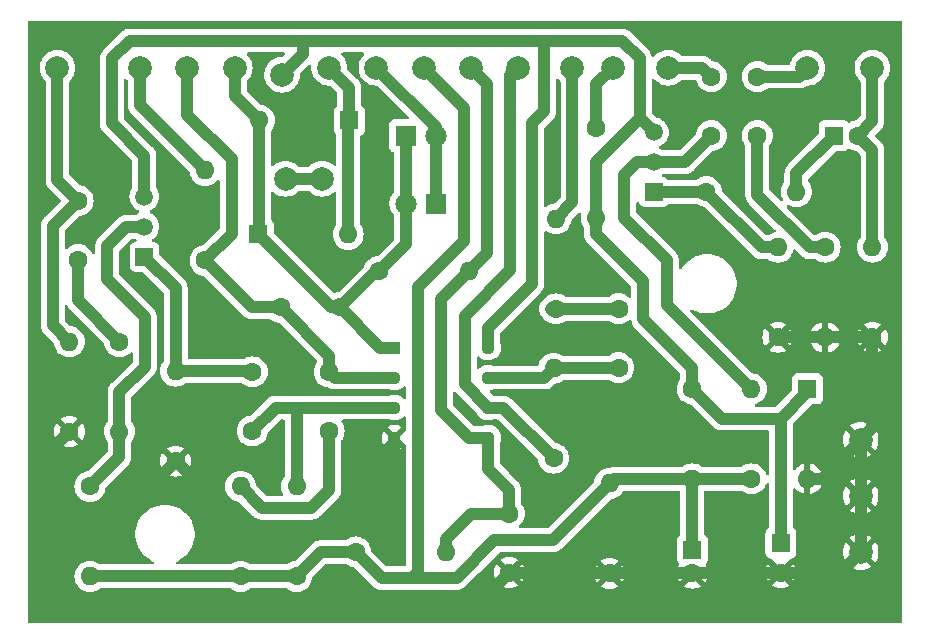
<source format=gbl>
G04 #@! TF.GenerationSoftware,KiCad,Pcbnew,(6.0.4)*
G04 #@! TF.CreationDate,2023-03-15T02:05:12+00:00*
G04 #@! TF.ProjectId,ts_808,74735f38-3038-42e6-9b69-6361645f7063,rev?*
G04 #@! TF.SameCoordinates,Original*
G04 #@! TF.FileFunction,Copper,L2,Bot*
G04 #@! TF.FilePolarity,Positive*
%FSLAX46Y46*%
G04 Gerber Fmt 4.6, Leading zero omitted, Abs format (unit mm)*
G04 Created by KiCad (PCBNEW (6.0.4)) date 2023-03-15 02:05:12*
%MOMM*%
%LPD*%
G01*
G04 APERTURE LIST*
G04 #@! TA.AperFunction,ComponentPad*
%ADD10C,2.000000*%
G04 #@! TD*
G04 #@! TA.AperFunction,ComponentPad*
%ADD11O,1.600000X1.600000*%
G04 #@! TD*
G04 #@! TA.AperFunction,ComponentPad*
%ADD12C,1.600000*%
G04 #@! TD*
G04 #@! TA.AperFunction,ComponentPad*
%ADD13R,1.600000X1.600000*%
G04 #@! TD*
G04 #@! TA.AperFunction,ComponentPad*
%ADD14R,1.500000X1.500000*%
G04 #@! TD*
G04 #@! TA.AperFunction,ComponentPad*
%ADD15C,1.500000*%
G04 #@! TD*
G04 #@! TA.AperFunction,ComponentPad*
%ADD16C,1.800000*%
G04 #@! TD*
G04 #@! TA.AperFunction,ComponentPad*
%ADD17R,1.800000X1.800000*%
G04 #@! TD*
G04 #@! TA.AperFunction,ComponentPad*
%ADD18R,1.130000X1.130000*%
G04 #@! TD*
G04 #@! TA.AperFunction,ComponentPad*
%ADD19C,1.130000*%
G04 #@! TD*
G04 #@! TA.AperFunction,ViaPad*
%ADD20C,0.800000*%
G04 #@! TD*
G04 #@! TA.AperFunction,Conductor*
%ADD21C,1.000000*%
G04 #@! TD*
G04 APERTURE END LIST*
D10*
X213000000Y-115000000D03*
D11*
X146000000Y-106690000D03*
D12*
X146000000Y-114310000D03*
X198750000Y-126294888D03*
D13*
X198750000Y-124294888D03*
D11*
X147750000Y-126560000D03*
D12*
X147750000Y-118940000D03*
X168900000Y-103800000D03*
X163900000Y-103800000D03*
D10*
X145000000Y-83500000D03*
D11*
X187000000Y-108940000D03*
D12*
X187000000Y-116560000D03*
D10*
X172000000Y-83500000D03*
D11*
X150250000Y-114310000D03*
D12*
X150250000Y-106690000D03*
X161500000Y-114250000D03*
X161500000Y-109250000D03*
D13*
X208500000Y-110690000D03*
D11*
X208500000Y-118310000D03*
X157500000Y-92190000D03*
D12*
X157500000Y-99810000D03*
D10*
X156000000Y-83500000D03*
D12*
X168000000Y-109250000D03*
X168000000Y-114250000D03*
D10*
X176000000Y-83500000D03*
X168000000Y-83500000D03*
D11*
X206000000Y-98690000D03*
D12*
X206000000Y-106310000D03*
D10*
X152000000Y-83500000D03*
D11*
X162090000Y-87950000D03*
D13*
X169710000Y-87950000D03*
X206250000Y-123750000D03*
D12*
X206250000Y-126250000D03*
X160500000Y-126560000D03*
D11*
X160500000Y-118940000D03*
D10*
X188600000Y-83500000D03*
D14*
X152360000Y-99500000D03*
D15*
X152360000Y-96960000D03*
X152360000Y-94420000D03*
D11*
X165250000Y-118940000D03*
D12*
X165250000Y-126560000D03*
D11*
X191750000Y-118690000D03*
D12*
X191750000Y-126310000D03*
X212750000Y-89250000D03*
D13*
X210750000Y-89250000D03*
D11*
X214000000Y-98690000D03*
D12*
X214000000Y-106310000D03*
D11*
X210000000Y-106310000D03*
D12*
X210000000Y-98690000D03*
X204250000Y-89250000D03*
X204250000Y-84250000D03*
D11*
X179810000Y-100750000D03*
D12*
X172190000Y-100750000D03*
D11*
X207560000Y-94000000D03*
D12*
X199940000Y-94000000D03*
X192500000Y-103900000D03*
X192500000Y-108900000D03*
D11*
X203750000Y-110690000D03*
D12*
X203750000Y-118310000D03*
D10*
X164010000Y-84090000D03*
X160000000Y-83500000D03*
X180000000Y-83500000D03*
D12*
X200358280Y-89250000D03*
X200358280Y-84250000D03*
D10*
X192000000Y-83500000D03*
X214000000Y-83500000D03*
X184000000Y-83500000D03*
D16*
X177040000Y-89250000D03*
D17*
X174500000Y-89250000D03*
D10*
X164310000Y-92900000D03*
D12*
X190600000Y-88590000D03*
D11*
X190600000Y-96210000D03*
D10*
X196700000Y-83500000D03*
D11*
X155000000Y-109190000D03*
D12*
X155000000Y-116810000D03*
D11*
X169610000Y-97600000D03*
D13*
X161990000Y-97600000D03*
D11*
X177870000Y-124500000D03*
D12*
X170250000Y-124500000D03*
X198750000Y-110690000D03*
D11*
X198750000Y-118310000D03*
D10*
X167400000Y-92900000D03*
D12*
X146750000Y-99750000D03*
X146750000Y-94750000D03*
D11*
X187200000Y-96290000D03*
D12*
X187200000Y-103910000D03*
D18*
X173530000Y-107190000D03*
D19*
X173530000Y-109730000D03*
X173530000Y-112270000D03*
X173530000Y-114810000D03*
X181470000Y-114810000D03*
X181470000Y-112270000D03*
X181470000Y-109730000D03*
X181470000Y-107190000D03*
D10*
X213000000Y-119750000D03*
D12*
X183250000Y-121250000D03*
X183250000Y-126250000D03*
D10*
X213000000Y-124500000D03*
D16*
X174510000Y-95000000D03*
D17*
X177050000Y-95000000D03*
D14*
X195500000Y-94040000D03*
D15*
X195500000Y-91500000D03*
X195500000Y-88960000D03*
D10*
X208500000Y-83500000D03*
D20*
X143750000Y-110500000D03*
X211250000Y-83000000D03*
X196750000Y-85750000D03*
X212000000Y-109250000D03*
X191000000Y-114000000D03*
X186900000Y-91100000D03*
X189800000Y-100400000D03*
X171750000Y-91250000D03*
X158250000Y-105500000D03*
X202500000Y-81500000D03*
X211000000Y-94250000D03*
X184100000Y-106500000D03*
X165780477Y-89810955D03*
X195000000Y-122000000D03*
X195000000Y-114000000D03*
X208000000Y-87250000D03*
X171750000Y-94500000D03*
X149250000Y-91750000D03*
D21*
X155010000Y-116810000D02*
X155000000Y-116810000D01*
X166500000Y-120750000D02*
X168000000Y-119250000D01*
X166830000Y-112270000D02*
X165270000Y-112270000D01*
X168480000Y-109730000D02*
X168000000Y-109250000D01*
X172190000Y-100750000D02*
X171950000Y-100750000D01*
X174500000Y-94990000D02*
X174510000Y-95000000D01*
X168900000Y-103800000D02*
X168190000Y-103800000D01*
X144500000Y-126900000D02*
X146100000Y-128500000D01*
X211250000Y-126250000D02*
X213000000Y-124500000D01*
X214000000Y-114000000D02*
X213000000Y-115000000D01*
X206190000Y-126310000D02*
X206250000Y-126250000D01*
X183200000Y-126250000D02*
X183250000Y-126250000D01*
X191690000Y-126250000D02*
X191750000Y-126310000D01*
X181400000Y-99160000D02*
X179810000Y-100750000D01*
X192130000Y-118310000D02*
X191750000Y-118690000D01*
X186210000Y-109730000D02*
X187000000Y-108940000D01*
X196600000Y-103600000D02*
X196600000Y-99800000D01*
X194100000Y-91500000D02*
X195500000Y-91500000D01*
X214000000Y-88000000D02*
X212750000Y-89250000D01*
X214000000Y-90500000D02*
X212750000Y-89250000D01*
X177040000Y-88540000D02*
X177040000Y-89250000D01*
X152400000Y-108800000D02*
X150250000Y-110950000D01*
X199900000Y-94040000D02*
X199940000Y-94000000D01*
X165800000Y-82300000D02*
X165800000Y-81200000D01*
X194600000Y-104800000D02*
X194600000Y-101600000D01*
X185200000Y-88200000D02*
X186200000Y-87200000D01*
X194300000Y-82700000D02*
X192800000Y-81200000D01*
X151100000Y-81200000D02*
X149600000Y-82700000D01*
X209690000Y-118310000D02*
X213000000Y-115000000D01*
X208500000Y-118310000D02*
X209690000Y-118310000D01*
X160800000Y-122600000D02*
X155010000Y-116810000D01*
X167900000Y-122600000D02*
X160800000Y-122600000D01*
X173530000Y-116970000D02*
X167900000Y-122600000D01*
X173530000Y-114810000D02*
X173530000Y-116970000D01*
X168000000Y-119250000D02*
X168000000Y-114250000D01*
X162310000Y-120750000D02*
X166500000Y-120750000D01*
X160500000Y-118940000D02*
X162310000Y-120750000D01*
X150310000Y-121500000D02*
X155000000Y-116810000D01*
X144500000Y-121500000D02*
X150310000Y-121500000D01*
X144500000Y-121500000D02*
X144500000Y-126900000D01*
X144500000Y-115810000D02*
X144500000Y-121500000D01*
X172450000Y-126700000D02*
X170250000Y-124500000D01*
X178800000Y-126700000D02*
X172450000Y-126700000D01*
X182000000Y-123500000D02*
X178800000Y-126700000D01*
X186940000Y-123500000D02*
X182000000Y-123500000D01*
X191750000Y-118690000D02*
X186940000Y-123500000D01*
X146750000Y-94750000D02*
X144600000Y-96900000D01*
X145000000Y-93000000D02*
X145000000Y-83500000D01*
X144600000Y-105290000D02*
X146000000Y-106690000D01*
X144600000Y-96900000D02*
X144600000Y-105290000D01*
X146750000Y-94750000D02*
X145000000Y-93000000D01*
X146750000Y-99750000D02*
X146750000Y-103190000D01*
X146750000Y-103190000D02*
X150250000Y-106690000D01*
X152360000Y-99500000D02*
X155000000Y-102140000D01*
X161440000Y-109190000D02*
X161500000Y-109250000D01*
X155000000Y-109190000D02*
X161440000Y-109190000D01*
X155000000Y-102140000D02*
X155000000Y-109190000D01*
X163480000Y-112270000D02*
X161500000Y-114250000D01*
X165270000Y-112270000D02*
X163480000Y-112270000D01*
X173530000Y-112270000D02*
X166830000Y-112270000D01*
X165250000Y-118940000D02*
X165250000Y-112290000D01*
X173530000Y-109730000D02*
X168480000Y-109730000D01*
X168000000Y-107900000D02*
X163900000Y-103800000D01*
X159750000Y-97560000D02*
X157500000Y-99810000D01*
X168000000Y-109250000D02*
X168000000Y-107900000D01*
X156000000Y-83500000D02*
X156000000Y-87500000D01*
X159750000Y-91250000D02*
X159750000Y-97560000D01*
X163900000Y-103800000D02*
X161490000Y-103800000D01*
X161490000Y-103800000D02*
X157500000Y-99810000D01*
X156000000Y-87500000D02*
X159750000Y-91250000D01*
X168190000Y-103800000D02*
X161990000Y-97600000D01*
X171950000Y-100750000D02*
X168900000Y-103800000D01*
X160000000Y-85860000D02*
X162090000Y-87950000D01*
X174510000Y-95000000D02*
X174510000Y-98430000D01*
X173530000Y-107190000D02*
X172290000Y-107190000D01*
X162090000Y-87950000D02*
X162090000Y-97500000D01*
X174500000Y-89250000D02*
X174500000Y-94990000D01*
X174510000Y-98430000D02*
X172190000Y-100750000D01*
X160000000Y-83500000D02*
X160000000Y-85860000D01*
X172290000Y-107190000D02*
X168900000Y-103800000D01*
X214000000Y-106310000D02*
X214000000Y-114000000D01*
X146100000Y-128500000D02*
X180950000Y-128500000D01*
X183250000Y-126250000D02*
X191690000Y-126250000D01*
X206000000Y-106310000D02*
X214000000Y-106310000D01*
X213000000Y-124500000D02*
X213000000Y-115000000D01*
X191750000Y-126310000D02*
X206190000Y-126310000D01*
X146000000Y-114310000D02*
X144500000Y-115810000D01*
X180950000Y-128500000D02*
X183200000Y-126250000D01*
X206250000Y-126250000D02*
X211250000Y-126250000D01*
X181470000Y-114810000D02*
X179810000Y-114810000D01*
X177500000Y-112500000D02*
X177500000Y-103060000D01*
X179810000Y-114810000D02*
X177500000Y-112500000D01*
X181470000Y-114810000D02*
X181470000Y-117470000D01*
X181470000Y-117470000D02*
X183250000Y-119250000D01*
X183250000Y-119250000D02*
X183250000Y-121250000D01*
X181400000Y-84900000D02*
X181400000Y-99160000D01*
X177500000Y-103060000D02*
X179810000Y-100750000D01*
X177870000Y-123430000D02*
X180050000Y-121250000D01*
X177870000Y-124500000D02*
X177870000Y-123430000D01*
X180000000Y-83500000D02*
X181400000Y-84900000D01*
X180050000Y-121250000D02*
X183250000Y-121250000D01*
X198750000Y-124294888D02*
X198750000Y-118310000D01*
X198750000Y-118310000D02*
X203750000Y-118310000D01*
X175500000Y-102100000D02*
X175500000Y-126200000D01*
X175500000Y-126200000D02*
X175000480Y-126699520D01*
X179400000Y-86900000D02*
X179400000Y-98200000D01*
X179400000Y-98200000D02*
X175500000Y-102100000D01*
X176000000Y-83500000D02*
X179400000Y-86900000D01*
X198750000Y-118310000D02*
X192130000Y-118310000D01*
X170250000Y-124500000D02*
X167310000Y-124500000D01*
X147750000Y-126560000D02*
X160500000Y-126560000D01*
X167310000Y-124500000D02*
X165250000Y-126560000D01*
X165250000Y-126560000D02*
X160500000Y-126560000D01*
X187000000Y-108940000D02*
X192460000Y-108940000D01*
X192460000Y-108940000D02*
X192500000Y-108900000D01*
X181470000Y-109730000D02*
X186210000Y-109730000D01*
X186800000Y-103910000D02*
X192490000Y-103910000D01*
X192490000Y-103910000D02*
X192500000Y-103900000D01*
X207750000Y-84250000D02*
X208500000Y-83500000D01*
X204250000Y-84250000D02*
X207750000Y-84250000D01*
X204250000Y-94250000D02*
X208690000Y-98690000D01*
X204250000Y-89250000D02*
X204250000Y-94250000D01*
X208690000Y-98690000D02*
X210000000Y-98690000D01*
X196700000Y-83500000D02*
X199608280Y-83500000D01*
X199608280Y-83500000D02*
X200358280Y-84250000D01*
X198108280Y-91500000D02*
X200358280Y-89250000D01*
X195500000Y-91500000D02*
X198108280Y-91500000D01*
X193000000Y-92600000D02*
X194100000Y-91500000D01*
X203750000Y-110690000D02*
X203690000Y-110690000D01*
X196600000Y-99800000D02*
X193000000Y-96200000D01*
X193000000Y-96200000D02*
X193000000Y-92600000D01*
X203690000Y-110690000D02*
X196600000Y-103600000D01*
X207560000Y-94000000D02*
X207560000Y-92440000D01*
X207560000Y-92440000D02*
X210750000Y-89250000D01*
X214000000Y-98690000D02*
X214000000Y-90500000D01*
X214000000Y-83500000D02*
X214000000Y-88000000D01*
X169710000Y-87950000D02*
X169710000Y-85210000D01*
X169710000Y-85210000D02*
X168000000Y-83500000D01*
X169610000Y-97600000D02*
X169610000Y-88050000D01*
X177040000Y-94990000D02*
X177050000Y-95000000D01*
X177040000Y-89250000D02*
X177040000Y-94990000D01*
X172000000Y-83500000D02*
X177040000Y-88540000D01*
X149200000Y-98600000D02*
X149200000Y-101400000D01*
X150250000Y-116440000D02*
X147750000Y-118940000D01*
X150250000Y-114310000D02*
X150250000Y-116440000D01*
X152360000Y-96960000D02*
X150840000Y-96960000D01*
X149200000Y-101400000D02*
X152400000Y-104600000D01*
X152400000Y-104600000D02*
X152400000Y-108800000D01*
X150250000Y-110950000D02*
X150250000Y-114310000D01*
X150840000Y-96960000D02*
X149200000Y-98600000D01*
X204630000Y-98690000D02*
X199940000Y-94000000D01*
X206000000Y-98690000D02*
X204630000Y-98690000D01*
X195500000Y-94040000D02*
X199900000Y-94040000D01*
X152000000Y-86690000D02*
X157500000Y-92190000D01*
X152000000Y-83500000D02*
X152000000Y-86690000D01*
X179500000Y-110300000D02*
X181470000Y-112270000D01*
X184000000Y-83500000D02*
X183350000Y-84150000D01*
X179500000Y-104500000D02*
X179500000Y-110300000D01*
X182710000Y-112270000D02*
X187000000Y-116560000D01*
X183350000Y-100650000D02*
X179500000Y-104500000D01*
X181470000Y-112270000D02*
X182710000Y-112270000D01*
X183350000Y-84150000D02*
X183350000Y-100650000D01*
X188600000Y-94890000D02*
X187200000Y-96290000D01*
X188600000Y-83500000D02*
X188600000Y-94890000D01*
X192800000Y-81200000D02*
X185200000Y-81200000D01*
X206250000Y-113200000D02*
X208500000Y-110950000D01*
X149600000Y-88200000D02*
X152360000Y-90960000D01*
X206250000Y-123750000D02*
X206250000Y-113200000D01*
X181470000Y-105530000D02*
X185200000Y-101800000D01*
X151100000Y-81200000D02*
X165800000Y-81200000D01*
X190600000Y-97600000D02*
X194600000Y-101600000D01*
X201260000Y-113200000D02*
X206250000Y-113200000D01*
X164010000Y-84090000D02*
X165800000Y-82300000D01*
X185200000Y-81200000D02*
X165800000Y-81200000D01*
X198750000Y-108950000D02*
X194600000Y-104800000D01*
X185200000Y-101800000D02*
X185200000Y-88200000D01*
X190600000Y-96210000D02*
X190600000Y-97600000D01*
X194300000Y-82700000D02*
X194300000Y-87760000D01*
X181470000Y-107190000D02*
X181470000Y-105530000D01*
X152360000Y-94420000D02*
X152360000Y-90960000D01*
X198750000Y-110690000D02*
X201260000Y-113200000D01*
X194300000Y-87760000D02*
X195500000Y-88960000D01*
X208500000Y-110950000D02*
X208500000Y-110690000D01*
X198750000Y-110690000D02*
X198750000Y-108950000D01*
X190600000Y-91460000D02*
X190600000Y-96210000D01*
X186200000Y-87200000D02*
X186200000Y-81200000D01*
X149600000Y-82700000D02*
X149600000Y-88200000D01*
X194300000Y-87760000D02*
X190600000Y-91460000D01*
X167400000Y-92900000D02*
X164310000Y-92900000D01*
X190600000Y-84900000D02*
X192000000Y-83500000D01*
X190600000Y-88590000D02*
X190600000Y-84900000D01*
G04 #@! TA.AperFunction,Conductor*
G36*
X216433621Y-79528502D02*
G01*
X216480114Y-79582158D01*
X216491500Y-79634500D01*
X216491500Y-130365500D01*
X216471498Y-130433621D01*
X216417842Y-130480114D01*
X216365500Y-130491500D01*
X142634500Y-130491500D01*
X142566379Y-130471498D01*
X142519886Y-130417842D01*
X142508500Y-130365500D01*
X142508500Y-115396062D01*
X145278493Y-115396062D01*
X145287789Y-115408077D01*
X145338994Y-115443931D01*
X145348489Y-115449414D01*
X145545947Y-115541490D01*
X145556239Y-115545236D01*
X145766688Y-115601625D01*
X145777481Y-115603528D01*
X145994525Y-115622517D01*
X146005475Y-115622517D01*
X146222519Y-115603528D01*
X146233312Y-115601625D01*
X146443761Y-115545236D01*
X146454053Y-115541490D01*
X146651511Y-115449414D01*
X146661006Y-115443931D01*
X146713048Y-115407491D01*
X146721424Y-115397012D01*
X146714356Y-115383566D01*
X146012812Y-114682022D01*
X145998868Y-114674408D01*
X145997035Y-114674539D01*
X145990420Y-114678790D01*
X145284923Y-115384287D01*
X145278493Y-115396062D01*
X142508500Y-115396062D01*
X142508500Y-114315475D01*
X144687483Y-114315475D01*
X144706472Y-114532519D01*
X144708375Y-114543312D01*
X144764764Y-114753761D01*
X144768510Y-114764053D01*
X144860586Y-114961511D01*
X144866069Y-114971006D01*
X144902509Y-115023048D01*
X144912988Y-115031424D01*
X144926434Y-115024356D01*
X145627978Y-114322812D01*
X145634356Y-114311132D01*
X146364408Y-114311132D01*
X146364539Y-114312965D01*
X146368790Y-114319580D01*
X147074287Y-115025077D01*
X147086062Y-115031507D01*
X147098077Y-115022211D01*
X147133931Y-114971006D01*
X147139414Y-114961511D01*
X147231490Y-114764053D01*
X147235236Y-114753761D01*
X147291625Y-114543312D01*
X147293528Y-114532519D01*
X147312517Y-114315475D01*
X147312517Y-114304525D01*
X147293528Y-114087481D01*
X147291625Y-114076688D01*
X147235236Y-113866239D01*
X147231490Y-113855947D01*
X147139414Y-113658489D01*
X147133931Y-113648994D01*
X147097491Y-113596952D01*
X147087012Y-113588576D01*
X147073566Y-113595644D01*
X146372022Y-114297188D01*
X146364408Y-114311132D01*
X145634356Y-114311132D01*
X145635592Y-114308868D01*
X145635461Y-114307035D01*
X145631210Y-114300420D01*
X144925713Y-113594923D01*
X144913938Y-113588493D01*
X144901923Y-113597789D01*
X144866069Y-113648994D01*
X144860586Y-113658489D01*
X144768510Y-113855947D01*
X144764764Y-113866239D01*
X144708375Y-114076688D01*
X144706472Y-114087481D01*
X144687483Y-114304525D01*
X144687483Y-114315475D01*
X142508500Y-114315475D01*
X142508500Y-113222988D01*
X145278576Y-113222988D01*
X145285644Y-113236434D01*
X145987188Y-113937978D01*
X146001132Y-113945592D01*
X146002965Y-113945461D01*
X146009580Y-113941210D01*
X146715077Y-113235713D01*
X146721507Y-113223938D01*
X146712211Y-113211923D01*
X146661006Y-113176069D01*
X146651511Y-113170586D01*
X146454053Y-113078510D01*
X146443761Y-113074764D01*
X146233312Y-113018375D01*
X146222519Y-113016472D01*
X146005475Y-112997483D01*
X145994525Y-112997483D01*
X145777481Y-113016472D01*
X145766688Y-113018375D01*
X145556239Y-113074764D01*
X145545947Y-113078510D01*
X145348489Y-113170586D01*
X145338994Y-113176069D01*
X145286952Y-113212509D01*
X145278576Y-113222988D01*
X142508500Y-113222988D01*
X142508500Y-83500000D01*
X143486835Y-83500000D01*
X143505465Y-83736711D01*
X143506619Y-83741518D01*
X143506620Y-83741524D01*
X143519645Y-83795775D01*
X143560895Y-83967594D01*
X143562788Y-83972165D01*
X143562789Y-83972167D01*
X143639232Y-84156717D01*
X143651760Y-84186963D01*
X143654346Y-84191183D01*
X143773241Y-84385202D01*
X143773245Y-84385208D01*
X143775824Y-84389416D01*
X143930031Y-84569969D01*
X143933787Y-84573177D01*
X143933788Y-84573178D01*
X143947332Y-84584746D01*
X143986140Y-84644197D01*
X143991500Y-84680556D01*
X143991500Y-92938157D01*
X143990763Y-92951764D01*
X143986676Y-92989388D01*
X143988129Y-93005998D01*
X143991050Y-93039388D01*
X143991379Y-93044214D01*
X143991500Y-93046686D01*
X143991500Y-93049769D01*
X143991801Y-93052837D01*
X143995690Y-93092506D01*
X143995812Y-93093819D01*
X144003913Y-93186413D01*
X144005400Y-93191532D01*
X144005920Y-93196833D01*
X144032791Y-93285834D01*
X144033126Y-93286967D01*
X144050928Y-93348238D01*
X144059091Y-93376336D01*
X144061544Y-93381068D01*
X144063084Y-93386169D01*
X144065978Y-93391612D01*
X144106731Y-93468260D01*
X144107343Y-93469426D01*
X144131111Y-93515278D01*
X144150108Y-93551926D01*
X144153431Y-93556089D01*
X144155934Y-93560796D01*
X144214755Y-93632918D01*
X144215446Y-93633774D01*
X144246738Y-93672973D01*
X144249242Y-93675477D01*
X144249884Y-93676195D01*
X144253585Y-93680528D01*
X144280935Y-93714062D01*
X144285682Y-93717989D01*
X144285684Y-93717991D01*
X144316262Y-93743287D01*
X144325042Y-93751277D01*
X145234670Y-94660905D01*
X145268696Y-94723217D01*
X145263631Y-94794032D01*
X145234670Y-94839095D01*
X143930621Y-96143145D01*
X143920478Y-96152247D01*
X143890975Y-96175968D01*
X143862516Y-96209884D01*
X143858709Y-96214421D01*
X143855528Y-96218069D01*
X143853885Y-96219881D01*
X143851691Y-96222075D01*
X143824358Y-96255349D01*
X143823752Y-96256080D01*
X143763846Y-96327474D01*
X143761278Y-96332144D01*
X143757897Y-96336261D01*
X143742452Y-96365066D01*
X143714023Y-96418086D01*
X143713394Y-96419245D01*
X143671538Y-96495381D01*
X143671535Y-96495389D01*
X143668567Y-96500787D01*
X143666955Y-96505869D01*
X143664438Y-96510563D01*
X143637238Y-96599531D01*
X143636918Y-96600559D01*
X143608765Y-96689306D01*
X143608171Y-96694602D01*
X143606613Y-96699698D01*
X143597285Y-96791531D01*
X143597218Y-96792187D01*
X143597089Y-96793393D01*
X143591500Y-96843227D01*
X143591500Y-96846754D01*
X143591445Y-96847739D01*
X143590998Y-96853419D01*
X143586626Y-96896462D01*
X143588290Y-96914062D01*
X143590941Y-96942109D01*
X143591500Y-96953967D01*
X143591500Y-105228157D01*
X143590763Y-105241764D01*
X143587885Y-105268260D01*
X143586676Y-105279388D01*
X143587213Y-105285523D01*
X143591050Y-105329388D01*
X143591379Y-105334214D01*
X143591500Y-105336686D01*
X143591500Y-105339769D01*
X143591801Y-105342837D01*
X143595690Y-105382506D01*
X143595812Y-105383819D01*
X143599685Y-105428084D01*
X143603913Y-105476413D01*
X143605400Y-105481532D01*
X143605920Y-105486833D01*
X143632791Y-105575834D01*
X143633126Y-105576967D01*
X143654053Y-105648994D01*
X143659091Y-105666336D01*
X143661544Y-105671068D01*
X143663084Y-105676169D01*
X143665978Y-105681612D01*
X143706731Y-105758260D01*
X143707343Y-105759426D01*
X143750108Y-105841926D01*
X143753431Y-105846089D01*
X143755934Y-105850796D01*
X143814755Y-105922918D01*
X143815446Y-105923774D01*
X143846738Y-105962973D01*
X143849242Y-105965477D01*
X143849884Y-105966195D01*
X143853585Y-105970528D01*
X143880935Y-106004062D01*
X143916267Y-106033291D01*
X143925037Y-106041272D01*
X144664882Y-106781116D01*
X144698907Y-106843429D01*
X144701308Y-106859229D01*
X144706457Y-106918087D01*
X144765716Y-107139243D01*
X144768039Y-107144224D01*
X144768039Y-107144225D01*
X144860151Y-107341762D01*
X144860154Y-107341767D01*
X144862477Y-107346749D01*
X144930525Y-107443931D01*
X144986355Y-107523664D01*
X144993802Y-107534300D01*
X145155700Y-107696198D01*
X145160208Y-107699355D01*
X145160211Y-107699357D01*
X145189290Y-107719718D01*
X145343251Y-107827523D01*
X145348233Y-107829846D01*
X145348238Y-107829849D01*
X145545775Y-107921961D01*
X145550757Y-107924284D01*
X145556065Y-107925706D01*
X145556067Y-107925707D01*
X145766598Y-107982119D01*
X145766600Y-107982119D01*
X145771913Y-107983543D01*
X146000000Y-108003498D01*
X146228087Y-107983543D01*
X146233400Y-107982119D01*
X146233402Y-107982119D01*
X146443933Y-107925707D01*
X146443935Y-107925706D01*
X146449243Y-107924284D01*
X146454225Y-107921961D01*
X146651762Y-107829849D01*
X146651767Y-107829846D01*
X146656749Y-107827523D01*
X146810710Y-107719718D01*
X146839789Y-107699357D01*
X146839792Y-107699355D01*
X146844300Y-107696198D01*
X147006198Y-107534300D01*
X147013646Y-107523664D01*
X147069475Y-107443931D01*
X147137523Y-107346749D01*
X147139846Y-107341767D01*
X147139849Y-107341762D01*
X147231961Y-107144225D01*
X147231961Y-107144224D01*
X147234284Y-107139243D01*
X147273328Y-106993532D01*
X147292119Y-106923402D01*
X147292119Y-106923400D01*
X147293543Y-106918087D01*
X147313498Y-106690000D01*
X147293543Y-106461913D01*
X147253141Y-106311132D01*
X147235707Y-106246067D01*
X147235706Y-106246065D01*
X147234284Y-106240757D01*
X147206652Y-106181500D01*
X147139849Y-106038238D01*
X147139846Y-106038233D01*
X147137523Y-106033251D01*
X147010188Y-105851398D01*
X147009357Y-105850211D01*
X147009355Y-105850208D01*
X147006198Y-105845700D01*
X146844300Y-105683802D01*
X146839792Y-105680645D01*
X146839789Y-105680643D01*
X146721461Y-105597789D01*
X146656749Y-105552477D01*
X146651767Y-105550154D01*
X146651762Y-105550151D01*
X146454225Y-105458039D01*
X146454224Y-105458039D01*
X146449243Y-105455716D01*
X146443935Y-105454294D01*
X146443933Y-105454293D01*
X146367765Y-105433884D01*
X146228087Y-105396457D01*
X146169229Y-105391308D01*
X146103112Y-105365445D01*
X146091116Y-105354882D01*
X145645405Y-104909171D01*
X145611379Y-104846859D01*
X145608500Y-104820076D01*
X145608500Y-103696762D01*
X145628502Y-103628641D01*
X145682158Y-103582148D01*
X145752432Y-103572044D01*
X145817012Y-103601538D01*
X145845753Y-103637612D01*
X145856732Y-103658262D01*
X145857343Y-103659426D01*
X145876697Y-103696762D01*
X145900108Y-103741926D01*
X145903431Y-103746089D01*
X145905934Y-103750796D01*
X145964755Y-103822918D01*
X145965446Y-103823774D01*
X145996738Y-103862973D01*
X145999242Y-103865477D01*
X145999884Y-103866195D01*
X146003585Y-103870528D01*
X146030935Y-103904062D01*
X146035682Y-103907989D01*
X146035684Y-103907991D01*
X146066262Y-103933287D01*
X146075042Y-103941277D01*
X148914882Y-106781117D01*
X148948908Y-106843429D01*
X148951308Y-106859229D01*
X148956457Y-106918087D01*
X149015716Y-107139243D01*
X149018039Y-107144224D01*
X149018039Y-107144225D01*
X149110151Y-107341762D01*
X149110154Y-107341767D01*
X149112477Y-107346749D01*
X149180525Y-107443931D01*
X149236355Y-107523664D01*
X149243802Y-107534300D01*
X149405700Y-107696198D01*
X149410208Y-107699355D01*
X149410211Y-107699357D01*
X149439290Y-107719718D01*
X149593251Y-107827523D01*
X149598233Y-107829846D01*
X149598238Y-107829849D01*
X149795775Y-107921961D01*
X149800757Y-107924284D01*
X149806065Y-107925706D01*
X149806067Y-107925707D01*
X150016598Y-107982119D01*
X150016600Y-107982119D01*
X150021913Y-107983543D01*
X150250000Y-108003498D01*
X150478087Y-107983543D01*
X150483400Y-107982119D01*
X150483402Y-107982119D01*
X150693933Y-107925707D01*
X150693935Y-107925706D01*
X150699243Y-107924284D01*
X150704225Y-107921961D01*
X150901762Y-107829849D01*
X150901767Y-107829846D01*
X150906749Y-107827523D01*
X151060710Y-107719718D01*
X151089789Y-107699357D01*
X151089792Y-107699355D01*
X151094300Y-107696198D01*
X151176405Y-107614093D01*
X151238717Y-107580067D01*
X151309532Y-107585132D01*
X151366368Y-107627679D01*
X151391179Y-107694199D01*
X151391500Y-107703188D01*
X151391500Y-108330075D01*
X151371498Y-108398196D01*
X151354595Y-108419170D01*
X149580621Y-110193145D01*
X149570478Y-110202247D01*
X149540975Y-110225968D01*
X149524110Y-110246067D01*
X149508709Y-110264421D01*
X149505528Y-110268069D01*
X149503885Y-110269881D01*
X149501691Y-110272075D01*
X149474358Y-110305349D01*
X149473696Y-110306147D01*
X149413846Y-110377474D01*
X149411278Y-110382144D01*
X149407897Y-110386261D01*
X149376860Y-110444145D01*
X149364023Y-110468086D01*
X149363394Y-110469245D01*
X149321538Y-110545381D01*
X149321535Y-110545389D01*
X149318567Y-110550787D01*
X149316955Y-110555869D01*
X149314438Y-110560563D01*
X149287238Y-110649531D01*
X149286918Y-110650559D01*
X149258765Y-110739306D01*
X149258171Y-110744602D01*
X149256613Y-110749698D01*
X149248226Y-110832266D01*
X149247218Y-110842187D01*
X149247089Y-110843393D01*
X149241500Y-110893227D01*
X149241500Y-110896754D01*
X149241445Y-110897739D01*
X149240998Y-110903419D01*
X149238011Y-110932825D01*
X149237373Y-110939112D01*
X149236626Y-110946462D01*
X149239848Y-110980550D01*
X149240941Y-110992109D01*
X149241500Y-111003967D01*
X149241500Y-113429260D01*
X149218713Y-113501531D01*
X149112477Y-113653251D01*
X149110154Y-113658233D01*
X149110151Y-113658238D01*
X149019573Y-113852486D01*
X149015716Y-113860757D01*
X149014294Y-113866065D01*
X149014293Y-113866067D01*
X148968718Y-114036154D01*
X148956457Y-114081913D01*
X148936502Y-114310000D01*
X148956457Y-114538087D01*
X148957881Y-114543400D01*
X148957881Y-114543402D01*
X148995025Y-114682022D01*
X149015716Y-114759243D01*
X149018039Y-114764224D01*
X149018039Y-114764225D01*
X149110151Y-114961762D01*
X149110154Y-114961767D01*
X149112477Y-114966749D01*
X149198631Y-115089789D01*
X149218713Y-115118469D01*
X149241500Y-115190740D01*
X149241500Y-115970075D01*
X149221498Y-116038196D01*
X149204595Y-116059170D01*
X147658884Y-117604882D01*
X147596572Y-117638907D01*
X147580773Y-117641308D01*
X147521913Y-117646457D01*
X147423869Y-117672728D01*
X147306067Y-117704293D01*
X147306065Y-117704294D01*
X147300757Y-117705716D01*
X147295776Y-117708039D01*
X147295775Y-117708039D01*
X147098238Y-117800151D01*
X147098233Y-117800154D01*
X147093251Y-117802477D01*
X147017134Y-117855775D01*
X146910211Y-117930643D01*
X146910208Y-117930645D01*
X146905700Y-117933802D01*
X146743802Y-118095700D01*
X146740645Y-118100208D01*
X146740643Y-118100211D01*
X146685902Y-118178389D01*
X146612477Y-118283251D01*
X146610154Y-118288233D01*
X146610151Y-118288238D01*
X146529166Y-118461913D01*
X146515716Y-118490757D01*
X146514294Y-118496065D01*
X146514293Y-118496067D01*
X146460165Y-118698074D01*
X146456457Y-118711913D01*
X146436502Y-118940000D01*
X146456457Y-119168087D01*
X146457881Y-119173400D01*
X146457881Y-119173402D01*
X146513564Y-119381210D01*
X146515716Y-119389243D01*
X146518039Y-119394224D01*
X146518039Y-119394225D01*
X146610151Y-119591762D01*
X146610154Y-119591767D01*
X146612477Y-119596749D01*
X146679383Y-119692301D01*
X146717709Y-119747035D01*
X146743802Y-119784300D01*
X146905700Y-119946198D01*
X146910208Y-119949355D01*
X146910211Y-119949357D01*
X146969815Y-119991092D01*
X147093251Y-120077523D01*
X147098233Y-120079846D01*
X147098238Y-120079849D01*
X147295775Y-120171961D01*
X147300757Y-120174284D01*
X147306065Y-120175706D01*
X147306067Y-120175707D01*
X147516598Y-120232119D01*
X147516600Y-120232119D01*
X147521913Y-120233543D01*
X147750000Y-120253498D01*
X147978087Y-120233543D01*
X147983400Y-120232119D01*
X147983402Y-120232119D01*
X148193933Y-120175707D01*
X148193935Y-120175706D01*
X148199243Y-120174284D01*
X148204225Y-120171961D01*
X148401762Y-120079849D01*
X148401767Y-120079846D01*
X148406749Y-120077523D01*
X148530185Y-119991092D01*
X148589789Y-119949357D01*
X148589792Y-119949355D01*
X148594300Y-119946198D01*
X148756198Y-119784300D01*
X148782292Y-119747035D01*
X148820617Y-119692301D01*
X148887523Y-119596749D01*
X148889846Y-119591767D01*
X148889849Y-119591762D01*
X148981961Y-119394225D01*
X148981961Y-119394224D01*
X148984284Y-119389243D01*
X148986437Y-119381210D01*
X149014095Y-119277988D01*
X149043543Y-119168087D01*
X149048692Y-119109231D01*
X149074555Y-119043113D01*
X149085118Y-119031117D01*
X150220172Y-117896062D01*
X154278493Y-117896062D01*
X154287789Y-117908077D01*
X154338994Y-117943931D01*
X154348489Y-117949414D01*
X154545947Y-118041490D01*
X154556239Y-118045236D01*
X154766688Y-118101625D01*
X154777481Y-118103528D01*
X154994525Y-118122517D01*
X155005475Y-118122517D01*
X155222519Y-118103528D01*
X155233312Y-118101625D01*
X155443761Y-118045236D01*
X155454053Y-118041490D01*
X155651511Y-117949414D01*
X155661006Y-117943931D01*
X155713048Y-117907491D01*
X155721424Y-117897012D01*
X155714356Y-117883566D01*
X155012812Y-117182022D01*
X154998868Y-117174408D01*
X154997035Y-117174539D01*
X154990420Y-117178790D01*
X154284923Y-117884287D01*
X154278493Y-117896062D01*
X150220172Y-117896062D01*
X150919379Y-117196855D01*
X150929522Y-117187753D01*
X150954218Y-117167897D01*
X150959025Y-117164032D01*
X150991292Y-117125578D01*
X150994472Y-117121931D01*
X150996115Y-117120119D01*
X150998309Y-117117925D01*
X151025642Y-117084651D01*
X151026348Y-117083800D01*
X151033132Y-117075716D01*
X151086154Y-117012526D01*
X151088722Y-117007856D01*
X151092103Y-117003739D01*
X151135977Y-116921914D01*
X151136606Y-116920755D01*
X151178462Y-116844619D01*
X151178465Y-116844611D01*
X151181433Y-116839213D01*
X151183045Y-116834131D01*
X151185562Y-116829437D01*
X151189831Y-116815475D01*
X153687483Y-116815475D01*
X153706472Y-117032519D01*
X153708375Y-117043312D01*
X153764764Y-117253761D01*
X153768510Y-117264053D01*
X153860586Y-117461511D01*
X153866069Y-117471006D01*
X153902509Y-117523048D01*
X153912988Y-117531424D01*
X153926434Y-117524356D01*
X154627978Y-116822812D01*
X154634356Y-116811132D01*
X155364408Y-116811132D01*
X155364539Y-116812965D01*
X155368790Y-116819580D01*
X156074287Y-117525077D01*
X156086062Y-117531507D01*
X156098077Y-117522211D01*
X156133931Y-117471006D01*
X156139414Y-117461511D01*
X156231490Y-117264053D01*
X156235236Y-117253761D01*
X156291625Y-117043312D01*
X156293528Y-117032519D01*
X156312517Y-116815475D01*
X156312517Y-116804525D01*
X156293528Y-116587481D01*
X156291625Y-116576688D01*
X156235236Y-116366239D01*
X156231490Y-116355947D01*
X156139414Y-116158489D01*
X156133931Y-116148994D01*
X156097491Y-116096952D01*
X156087012Y-116088576D01*
X156073566Y-116095644D01*
X155372022Y-116797188D01*
X155364408Y-116811132D01*
X154634356Y-116811132D01*
X154635592Y-116808868D01*
X154635461Y-116807035D01*
X154631210Y-116800420D01*
X153925713Y-116094923D01*
X153913938Y-116088493D01*
X153901923Y-116097789D01*
X153866069Y-116148994D01*
X153860586Y-116158489D01*
X153768510Y-116355947D01*
X153764764Y-116366239D01*
X153708375Y-116576688D01*
X153706472Y-116587481D01*
X153687483Y-116804525D01*
X153687483Y-116815475D01*
X151189831Y-116815475D01*
X151212747Y-116740523D01*
X151213139Y-116739265D01*
X151239372Y-116656567D01*
X151241235Y-116650694D01*
X151241829Y-116645403D01*
X151243388Y-116640302D01*
X151252790Y-116547737D01*
X151252925Y-116546470D01*
X151258108Y-116500270D01*
X151258108Y-116500265D01*
X151258500Y-116496773D01*
X151258500Y-116493248D01*
X151258555Y-116492263D01*
X151259004Y-116486559D01*
X151262752Y-116449666D01*
X151262752Y-116449661D01*
X151263374Y-116443538D01*
X151259059Y-116397891D01*
X151258500Y-116386033D01*
X151258500Y-115722988D01*
X154278576Y-115722988D01*
X154285644Y-115736434D01*
X154987188Y-116437978D01*
X155001132Y-116445592D01*
X155002965Y-116445461D01*
X155009580Y-116441210D01*
X155715077Y-115735713D01*
X155721507Y-115723938D01*
X155712211Y-115711923D01*
X155661006Y-115676069D01*
X155651511Y-115670586D01*
X155454053Y-115578510D01*
X155443761Y-115574764D01*
X155233312Y-115518375D01*
X155222519Y-115516472D01*
X155005475Y-115497483D01*
X154994525Y-115497483D01*
X154777481Y-115516472D01*
X154766688Y-115518375D01*
X154556239Y-115574764D01*
X154545947Y-115578510D01*
X154348489Y-115670586D01*
X154338994Y-115676069D01*
X154286952Y-115712509D01*
X154278576Y-115722988D01*
X151258500Y-115722988D01*
X151258500Y-115190740D01*
X151281287Y-115118469D01*
X151301369Y-115089789D01*
X151387523Y-114966749D01*
X151389846Y-114961767D01*
X151389849Y-114961762D01*
X151481961Y-114764225D01*
X151481961Y-114764224D01*
X151484284Y-114759243D01*
X151504976Y-114682022D01*
X151542119Y-114543402D01*
X151542119Y-114543400D01*
X151543543Y-114538087D01*
X151563498Y-114310000D01*
X151543543Y-114081913D01*
X151531282Y-114036154D01*
X151485707Y-113866067D01*
X151485706Y-113866065D01*
X151484284Y-113860757D01*
X151480427Y-113852486D01*
X151389849Y-113658238D01*
X151389846Y-113658233D01*
X151387523Y-113653251D01*
X151281287Y-113501531D01*
X151258500Y-113429260D01*
X151258500Y-111419925D01*
X151278502Y-111351804D01*
X151295405Y-111330830D01*
X153069379Y-109556855D01*
X153079522Y-109547753D01*
X153104218Y-109527897D01*
X153109025Y-109524032D01*
X153141292Y-109485578D01*
X153144472Y-109481931D01*
X153146115Y-109480119D01*
X153148309Y-109477925D01*
X153175642Y-109444651D01*
X153176348Y-109443800D01*
X153182698Y-109436233D01*
X153236154Y-109372526D01*
X153238722Y-109367856D01*
X153242103Y-109363739D01*
X153285977Y-109281914D01*
X153286606Y-109280755D01*
X153328462Y-109204619D01*
X153328465Y-109204611D01*
X153331433Y-109199213D01*
X153333045Y-109194131D01*
X153335562Y-109189437D01*
X153362762Y-109100469D01*
X153363108Y-109099358D01*
X153385938Y-109027393D01*
X153391235Y-109010694D01*
X153391829Y-109005398D01*
X153393387Y-109000302D01*
X153402790Y-108907743D01*
X153402911Y-108906607D01*
X153408500Y-108856773D01*
X153408500Y-108853246D01*
X153408555Y-108852261D01*
X153409002Y-108846581D01*
X153413374Y-108803538D01*
X153409059Y-108757891D01*
X153408500Y-108746033D01*
X153408500Y-104661840D01*
X153409237Y-104648232D01*
X153412659Y-104616736D01*
X153412659Y-104616732D01*
X153413324Y-104610611D01*
X153411749Y-104592611D01*
X153408950Y-104560609D01*
X153408621Y-104555784D01*
X153408500Y-104553313D01*
X153408500Y-104550231D01*
X153406297Y-104527763D01*
X153404309Y-104507489D01*
X153404187Y-104506174D01*
X153396623Y-104419719D01*
X153396087Y-104413587D01*
X153394600Y-104408468D01*
X153394080Y-104403167D01*
X153367218Y-104314194D01*
X153366862Y-104312994D01*
X153340909Y-104223663D01*
X153338455Y-104218929D01*
X153336916Y-104213831D01*
X153293316Y-104131831D01*
X153292702Y-104130663D01*
X153252726Y-104053541D01*
X153252725Y-104053540D01*
X153249892Y-104048074D01*
X153246569Y-104043911D01*
X153244066Y-104039204D01*
X153199073Y-103984037D01*
X153185263Y-103967105D01*
X153184500Y-103966160D01*
X153153261Y-103927027D01*
X153150770Y-103924536D01*
X153150120Y-103923809D01*
X153146408Y-103919463D01*
X153129953Y-103899288D01*
X153119065Y-103885938D01*
X153114323Y-103882015D01*
X153114321Y-103882013D01*
X153083727Y-103856703D01*
X153074947Y-103848713D01*
X150245405Y-101019171D01*
X150211379Y-100956859D01*
X150208500Y-100930076D01*
X150208500Y-99069925D01*
X150228502Y-99001804D01*
X150245400Y-98980835D01*
X151220830Y-98005404D01*
X151283141Y-97971380D01*
X151309924Y-97968500D01*
X151566432Y-97968500D01*
X151638703Y-97991287D01*
X151668694Y-98012287D01*
X151713022Y-98067744D01*
X151720331Y-98138364D01*
X151688300Y-98201724D01*
X151627099Y-98237709D01*
X151596423Y-98241500D01*
X151561866Y-98241500D01*
X151499684Y-98248255D01*
X151363295Y-98299385D01*
X151246739Y-98386739D01*
X151159385Y-98503295D01*
X151108255Y-98639684D01*
X151101500Y-98701866D01*
X151101500Y-100298134D01*
X151108255Y-100360316D01*
X151159385Y-100496705D01*
X151246739Y-100613261D01*
X151363295Y-100700615D01*
X151499684Y-100751745D01*
X151561866Y-100758500D01*
X152140075Y-100758500D01*
X152208196Y-100778502D01*
X152229170Y-100795405D01*
X153954595Y-102520829D01*
X153988620Y-102583141D01*
X153991500Y-102609924D01*
X153991500Y-108309260D01*
X153968713Y-108381531D01*
X153862477Y-108533251D01*
X153860154Y-108538233D01*
X153860151Y-108538238D01*
X153768039Y-108735775D01*
X153765716Y-108740757D01*
X153764294Y-108746065D01*
X153764293Y-108746067D01*
X153721497Y-108905784D01*
X153706457Y-108961913D01*
X153686502Y-109190000D01*
X153706457Y-109418087D01*
X153707881Y-109423400D01*
X153707881Y-109423402D01*
X153744820Y-109561257D01*
X153765716Y-109639243D01*
X153768039Y-109644224D01*
X153768039Y-109644225D01*
X153860151Y-109841762D01*
X153860154Y-109841767D01*
X153862477Y-109846749D01*
X153993802Y-110034300D01*
X154155700Y-110196198D01*
X154160208Y-110199355D01*
X154160211Y-110199357D01*
X154219337Y-110240757D01*
X154343251Y-110327523D01*
X154348233Y-110329846D01*
X154348238Y-110329849D01*
X154528141Y-110413738D01*
X154550757Y-110424284D01*
X154556065Y-110425706D01*
X154556067Y-110425707D01*
X154766598Y-110482119D01*
X154766600Y-110482119D01*
X154771913Y-110483543D01*
X155000000Y-110503498D01*
X155228087Y-110483543D01*
X155233400Y-110482119D01*
X155233402Y-110482119D01*
X155443933Y-110425707D01*
X155443935Y-110425706D01*
X155449243Y-110424284D01*
X155471859Y-110413738D01*
X155651762Y-110329849D01*
X155651767Y-110329846D01*
X155656749Y-110327523D01*
X155808469Y-110221287D01*
X155880740Y-110198500D01*
X160545812Y-110198500D01*
X160613933Y-110218502D01*
X160634907Y-110235405D01*
X160655700Y-110256198D01*
X160660208Y-110259355D01*
X160660211Y-110259357D01*
X160681778Y-110274458D01*
X160843251Y-110387523D01*
X160848233Y-110389846D01*
X160848238Y-110389849D01*
X161045490Y-110481828D01*
X161050757Y-110484284D01*
X161056065Y-110485706D01*
X161056067Y-110485707D01*
X161266598Y-110542119D01*
X161266600Y-110542119D01*
X161271913Y-110543543D01*
X161500000Y-110563498D01*
X161728087Y-110543543D01*
X161733400Y-110542119D01*
X161733402Y-110542119D01*
X161943933Y-110485707D01*
X161943935Y-110485706D01*
X161949243Y-110484284D01*
X161954510Y-110481828D01*
X162151762Y-110389849D01*
X162151767Y-110389846D01*
X162156749Y-110387523D01*
X162318222Y-110274458D01*
X162339789Y-110259357D01*
X162339792Y-110259355D01*
X162344300Y-110256198D01*
X162506198Y-110094300D01*
X162517946Y-110077523D01*
X162592333Y-109971287D01*
X162637523Y-109906749D01*
X162639846Y-109901767D01*
X162639849Y-109901762D01*
X162731961Y-109704225D01*
X162731961Y-109704224D01*
X162734284Y-109699243D01*
X162738422Y-109683802D01*
X162792119Y-109483402D01*
X162792119Y-109483400D01*
X162793543Y-109478087D01*
X162813498Y-109250000D01*
X162793543Y-109021913D01*
X162792119Y-109016598D01*
X162735707Y-108806067D01*
X162735706Y-108806065D01*
X162734284Y-108800757D01*
X162719811Y-108769719D01*
X162639849Y-108598238D01*
X162639846Y-108598233D01*
X162637523Y-108593251D01*
X162558688Y-108480663D01*
X162509357Y-108410211D01*
X162509355Y-108410208D01*
X162506198Y-108405700D01*
X162344300Y-108243802D01*
X162339792Y-108240645D01*
X162339789Y-108240643D01*
X162226758Y-108161498D01*
X162156749Y-108112477D01*
X162151767Y-108110154D01*
X162151762Y-108110151D01*
X161954225Y-108018039D01*
X161954224Y-108018039D01*
X161949243Y-108015716D01*
X161943935Y-108014294D01*
X161943933Y-108014293D01*
X161733402Y-107957881D01*
X161733400Y-107957881D01*
X161728087Y-107956457D01*
X161500000Y-107936502D01*
X161271913Y-107956457D01*
X161266600Y-107957881D01*
X161266598Y-107957881D01*
X161056067Y-108014293D01*
X161056065Y-108014294D01*
X161050757Y-108015716D01*
X161045776Y-108018039D01*
X161045775Y-108018039D01*
X160848238Y-108110151D01*
X160848233Y-108110154D01*
X160843251Y-108112477D01*
X160838744Y-108115633D01*
X160838742Y-108115634D01*
X160777219Y-108158713D01*
X160704948Y-108181500D01*
X156134500Y-108181500D01*
X156066379Y-108161498D01*
X156019886Y-108107842D01*
X156008500Y-108055500D01*
X156008500Y-102201843D01*
X156009237Y-102188236D01*
X156012659Y-102156738D01*
X156012659Y-102156733D01*
X156013324Y-102150612D01*
X156010470Y-102117991D01*
X156008950Y-102100612D01*
X156008621Y-102095786D01*
X156008500Y-102093314D01*
X156008500Y-102090231D01*
X156006808Y-102072973D01*
X156004310Y-102047494D01*
X156004188Y-102046181D01*
X155998845Y-101985115D01*
X155996087Y-101953587D01*
X155994600Y-101948468D01*
X155994080Y-101943167D01*
X155967209Y-101854166D01*
X155966874Y-101853033D01*
X155942630Y-101769586D01*
X155942628Y-101769582D01*
X155940909Y-101763664D01*
X155938456Y-101758932D01*
X155936916Y-101753831D01*
X155911415Y-101705869D01*
X155893269Y-101671740D01*
X155892657Y-101670574D01*
X155852729Y-101593547D01*
X155849892Y-101588074D01*
X155846569Y-101583911D01*
X155844066Y-101579204D01*
X155810074Y-101537525D01*
X155785261Y-101507102D01*
X155784433Y-101506075D01*
X155755469Y-101469792D01*
X155755464Y-101469787D01*
X155753262Y-101467028D01*
X155750761Y-101464527D01*
X155750119Y-101463809D01*
X155746406Y-101459461D01*
X155734227Y-101444528D01*
X155719065Y-101425938D01*
X155714323Y-101422015D01*
X155714321Y-101422013D01*
X155683727Y-101396703D01*
X155674947Y-101388713D01*
X153655405Y-99369171D01*
X153621379Y-99306859D01*
X153618500Y-99280076D01*
X153618500Y-98701866D01*
X153611745Y-98639684D01*
X153560615Y-98503295D01*
X153473261Y-98386739D01*
X153356705Y-98299385D01*
X153220316Y-98248255D01*
X153158134Y-98241500D01*
X153123577Y-98241500D01*
X153055456Y-98221498D01*
X153008963Y-98167842D01*
X152998859Y-98097568D01*
X153028353Y-98032988D01*
X153051306Y-98012287D01*
X153167527Y-97930908D01*
X153167529Y-97930906D01*
X153172038Y-97927749D01*
X153327749Y-97772038D01*
X153391145Y-97681500D01*
X153450899Y-97596162D01*
X153450900Y-97596160D01*
X153454056Y-97591653D01*
X153456379Y-97586671D01*
X153456382Y-97586666D01*
X153518109Y-97454290D01*
X153547120Y-97392076D01*
X153604115Y-97179371D01*
X153623307Y-96960000D01*
X153604115Y-96740629D01*
X153547120Y-96527924D01*
X153488282Y-96401745D01*
X153456382Y-96333334D01*
X153456379Y-96333329D01*
X153454056Y-96328347D01*
X153450141Y-96322756D01*
X153330908Y-96152473D01*
X153330906Y-96152470D01*
X153327749Y-96147962D01*
X153172038Y-95992251D01*
X153165101Y-95987393D01*
X153063148Y-95916005D01*
X152991654Y-95865944D01*
X152986672Y-95863621D01*
X152986667Y-95863618D01*
X152859232Y-95804195D01*
X152805947Y-95757278D01*
X152786486Y-95689001D01*
X152807028Y-95621041D01*
X152859232Y-95575805D01*
X152986667Y-95516382D01*
X152986672Y-95516379D01*
X152991654Y-95514056D01*
X153129407Y-95417600D01*
X153167527Y-95390908D01*
X153167529Y-95390906D01*
X153172038Y-95387749D01*
X153327749Y-95232038D01*
X153350713Y-95199243D01*
X153450899Y-95056162D01*
X153450900Y-95056160D01*
X153454056Y-95051653D01*
X153456379Y-95046671D01*
X153456382Y-95046666D01*
X153530508Y-94887700D01*
X153547120Y-94852076D01*
X153604115Y-94639371D01*
X153623307Y-94420000D01*
X153604115Y-94200629D01*
X153547120Y-93987924D01*
X153484148Y-93852880D01*
X153456379Y-93793328D01*
X153456377Y-93793325D01*
X153454056Y-93788347D01*
X153402041Y-93714062D01*
X153391287Y-93698703D01*
X153368500Y-93626433D01*
X153368500Y-91021840D01*
X153369237Y-91008232D01*
X153372659Y-90976736D01*
X153372659Y-90976732D01*
X153373324Y-90970611D01*
X153368950Y-90920609D01*
X153368621Y-90915784D01*
X153368500Y-90913313D01*
X153368500Y-90910231D01*
X153365495Y-90879586D01*
X153364309Y-90867489D01*
X153364187Y-90866174D01*
X153357038Y-90784461D01*
X153356087Y-90773587D01*
X153354600Y-90768468D01*
X153354080Y-90763167D01*
X153327218Y-90674194D01*
X153326862Y-90672994D01*
X153326467Y-90671633D01*
X153300909Y-90583663D01*
X153298455Y-90578929D01*
X153296916Y-90573831D01*
X153294021Y-90568386D01*
X153253316Y-90491831D01*
X153252702Y-90490663D01*
X153212726Y-90413541D01*
X153212725Y-90413540D01*
X153209892Y-90408074D01*
X153206569Y-90403911D01*
X153204066Y-90399204D01*
X153195171Y-90388297D01*
X153145263Y-90327105D01*
X153144500Y-90326160D01*
X153113261Y-90287027D01*
X153110770Y-90284536D01*
X153110120Y-90283809D01*
X153106408Y-90279463D01*
X153087433Y-90256198D01*
X153079065Y-90245938D01*
X153074323Y-90242015D01*
X153074321Y-90242013D01*
X153043727Y-90216703D01*
X153034947Y-90208713D01*
X150645405Y-87819171D01*
X150611379Y-87756859D01*
X150608500Y-87730076D01*
X150608500Y-84535043D01*
X150628502Y-84466922D01*
X150682158Y-84420429D01*
X150752432Y-84410325D01*
X150817012Y-84439819D01*
X150830311Y-84453212D01*
X150915255Y-84552668D01*
X150930031Y-84569969D01*
X150933787Y-84573177D01*
X150933788Y-84573178D01*
X150947332Y-84584746D01*
X150986140Y-84644197D01*
X150991500Y-84680556D01*
X150991500Y-86628157D01*
X150990763Y-86641764D01*
X150989685Y-86651692D01*
X150986676Y-86679388D01*
X150988973Y-86705638D01*
X150991050Y-86729388D01*
X150991379Y-86734214D01*
X150991500Y-86736686D01*
X150991500Y-86739769D01*
X150991801Y-86742837D01*
X150995690Y-86782506D01*
X150995812Y-86783819D01*
X150998596Y-86815634D01*
X151003913Y-86876413D01*
X151005400Y-86881532D01*
X151005920Y-86886833D01*
X151032791Y-86975834D01*
X151033126Y-86976967D01*
X151056338Y-87056859D01*
X151059091Y-87066336D01*
X151061544Y-87071068D01*
X151063084Y-87076169D01*
X151065978Y-87081612D01*
X151106731Y-87158260D01*
X151107343Y-87159426D01*
X151130209Y-87203537D01*
X151150108Y-87241926D01*
X151153431Y-87246089D01*
X151155934Y-87250796D01*
X151214755Y-87322918D01*
X151215446Y-87323774D01*
X151246738Y-87362973D01*
X151249242Y-87365477D01*
X151249884Y-87366195D01*
X151253585Y-87370528D01*
X151280935Y-87404062D01*
X151285682Y-87407989D01*
X151285684Y-87407991D01*
X151316262Y-87433287D01*
X151325042Y-87441277D01*
X153750912Y-89867146D01*
X156164882Y-92281116D01*
X156198908Y-92343428D01*
X156201308Y-92359227D01*
X156206457Y-92418087D01*
X156227254Y-92495703D01*
X156255896Y-92602593D01*
X156265716Y-92639243D01*
X156268039Y-92644224D01*
X156268039Y-92644225D01*
X156360151Y-92841762D01*
X156360154Y-92841767D01*
X156362477Y-92846749D01*
X156409756Y-92914270D01*
X156489826Y-93028621D01*
X156493802Y-93034300D01*
X156655700Y-93196198D01*
X156660208Y-93199355D01*
X156660211Y-93199357D01*
X156697080Y-93225173D01*
X156843251Y-93327523D01*
X156848233Y-93329846D01*
X156848238Y-93329849D01*
X156980691Y-93391612D01*
X157050757Y-93424284D01*
X157056065Y-93425706D01*
X157056067Y-93425707D01*
X157266598Y-93482119D01*
X157266600Y-93482119D01*
X157271913Y-93483543D01*
X157500000Y-93503498D01*
X157728087Y-93483543D01*
X157733400Y-93482119D01*
X157733402Y-93482119D01*
X157943933Y-93425707D01*
X157943935Y-93425706D01*
X157949243Y-93424284D01*
X158019309Y-93391612D01*
X158151762Y-93329849D01*
X158151767Y-93329846D01*
X158156749Y-93327523D01*
X158302920Y-93225173D01*
X158339789Y-93199357D01*
X158339792Y-93199355D01*
X158344300Y-93196198D01*
X158506198Y-93034300D01*
X158510175Y-93028621D01*
X158512287Y-93025604D01*
X158567744Y-92981276D01*
X158638363Y-92973967D01*
X158701724Y-93005998D01*
X158737709Y-93067199D01*
X158741500Y-93097875D01*
X158741500Y-97090076D01*
X158721498Y-97158197D01*
X158704595Y-97179171D01*
X157408884Y-98474882D01*
X157346572Y-98508908D01*
X157330773Y-98511308D01*
X157271913Y-98516457D01*
X157124141Y-98556053D01*
X157056067Y-98574293D01*
X157056065Y-98574294D01*
X157050757Y-98575716D01*
X157045776Y-98578039D01*
X157045775Y-98578039D01*
X156848238Y-98670151D01*
X156848233Y-98670154D01*
X156843251Y-98672477D01*
X156754865Y-98734366D01*
X156660211Y-98800643D01*
X156660208Y-98800645D01*
X156655700Y-98803802D01*
X156493802Y-98965700D01*
X156490645Y-98970208D01*
X156490643Y-98970211D01*
X156435902Y-99048389D01*
X156362477Y-99153251D01*
X156360154Y-99158233D01*
X156360151Y-99158238D01*
X156303338Y-99280076D01*
X156265716Y-99360757D01*
X156264294Y-99366065D01*
X156264293Y-99366067D01*
X156208034Y-99576028D01*
X156206457Y-99581913D01*
X156186502Y-99810000D01*
X156206457Y-100038087D01*
X156207881Y-100043400D01*
X156207881Y-100043402D01*
X156254594Y-100217734D01*
X156265716Y-100259243D01*
X156268039Y-100264224D01*
X156268039Y-100264225D01*
X156360151Y-100461762D01*
X156360154Y-100461767D01*
X156362477Y-100466749D01*
X156435902Y-100571611D01*
X156460039Y-100606081D01*
X156493802Y-100654300D01*
X156655700Y-100816198D01*
X156660208Y-100819355D01*
X156660211Y-100819357D01*
X156737600Y-100873545D01*
X156843251Y-100947523D01*
X156848233Y-100949846D01*
X156848238Y-100949849D01*
X157005752Y-101023298D01*
X157050757Y-101044284D01*
X157056065Y-101045706D01*
X157056067Y-101045707D01*
X157064901Y-101048074D01*
X157271913Y-101103543D01*
X157330769Y-101108692D01*
X157396887Y-101134555D01*
X157408883Y-101145118D01*
X160733145Y-104469379D01*
X160742247Y-104479522D01*
X160765968Y-104509025D01*
X160770696Y-104512992D01*
X160804421Y-104541291D01*
X160808069Y-104544472D01*
X160809881Y-104546115D01*
X160812075Y-104548309D01*
X160845349Y-104575642D01*
X160846147Y-104576304D01*
X160917474Y-104636154D01*
X160922144Y-104638722D01*
X160926261Y-104642103D01*
X160963071Y-104661840D01*
X161008086Y-104685977D01*
X161009245Y-104686606D01*
X161085381Y-104728462D01*
X161085389Y-104728465D01*
X161090787Y-104731433D01*
X161095869Y-104733045D01*
X161100563Y-104735562D01*
X161189531Y-104762762D01*
X161190559Y-104763082D01*
X161279306Y-104791235D01*
X161284602Y-104791829D01*
X161289698Y-104793387D01*
X161382257Y-104802790D01*
X161383393Y-104802911D01*
X161417008Y-104806681D01*
X161429730Y-104808108D01*
X161429734Y-104808108D01*
X161433227Y-104808500D01*
X161436754Y-104808500D01*
X161437739Y-104808555D01*
X161443419Y-104809002D01*
X161472825Y-104811989D01*
X161480337Y-104812752D01*
X161480339Y-104812752D01*
X161486462Y-104813374D01*
X161532108Y-104809059D01*
X161543967Y-104808500D01*
X163019260Y-104808500D01*
X163091531Y-104831287D01*
X163243251Y-104937523D01*
X163248233Y-104939846D01*
X163248238Y-104939849D01*
X163438357Y-105028502D01*
X163450757Y-105034284D01*
X163456065Y-105035706D01*
X163456067Y-105035707D01*
X163488383Y-105044366D01*
X163671913Y-105093543D01*
X163730769Y-105098692D01*
X163796887Y-105124555D01*
X163808883Y-105135118D01*
X166954322Y-108280556D01*
X166988348Y-108342868D01*
X166983283Y-108413683D01*
X166968442Y-108441918D01*
X166862477Y-108593251D01*
X166860154Y-108598233D01*
X166860151Y-108598238D01*
X166780189Y-108769719D01*
X166765716Y-108800757D01*
X166764294Y-108806065D01*
X166764293Y-108806067D01*
X166707881Y-109016598D01*
X166706457Y-109021913D01*
X166686502Y-109250000D01*
X166706457Y-109478087D01*
X166707881Y-109483400D01*
X166707881Y-109483402D01*
X166761579Y-109683802D01*
X166765716Y-109699243D01*
X166768039Y-109704224D01*
X166768039Y-109704225D01*
X166860151Y-109901762D01*
X166860154Y-109901767D01*
X166862477Y-109906749D01*
X166907667Y-109971287D01*
X166982055Y-110077523D01*
X166993802Y-110094300D01*
X167155700Y-110256198D01*
X167160208Y-110259355D01*
X167160211Y-110259357D01*
X167181778Y-110274458D01*
X167343251Y-110387523D01*
X167348233Y-110389846D01*
X167348238Y-110389849D01*
X167545490Y-110481828D01*
X167550757Y-110484284D01*
X167556065Y-110485706D01*
X167556067Y-110485707D01*
X167603759Y-110498486D01*
X167771913Y-110543543D01*
X167857771Y-110551055D01*
X167907479Y-110566157D01*
X167908143Y-110566522D01*
X167913239Y-110569620D01*
X167916262Y-110572103D01*
X167921691Y-110575014D01*
X167921694Y-110575016D01*
X167998180Y-110616028D01*
X167999338Y-110616657D01*
X168058862Y-110649380D01*
X168080787Y-110661433D01*
X168085865Y-110663044D01*
X168090563Y-110665563D01*
X168179498Y-110692753D01*
X168180702Y-110693128D01*
X168269306Y-110721235D01*
X168274597Y-110721828D01*
X168279698Y-110723388D01*
X168372311Y-110732795D01*
X168373431Y-110732915D01*
X168423227Y-110738500D01*
X168426756Y-110738500D01*
X168427739Y-110738555D01*
X168433426Y-110739003D01*
X168453683Y-110741060D01*
X168470336Y-110742752D01*
X168470339Y-110742752D01*
X168476463Y-110743374D01*
X168522112Y-110739059D01*
X168533969Y-110738500D01*
X173131747Y-110738500D01*
X173181485Y-110748733D01*
X173191533Y-110753050D01*
X173191542Y-110753053D01*
X173196849Y-110755333D01*
X173290181Y-110776452D01*
X173383644Y-110797601D01*
X173383647Y-110797601D01*
X173389280Y-110798876D01*
X173395051Y-110799103D01*
X173395053Y-110799103D01*
X173454054Y-110801421D01*
X173586423Y-110806622D01*
X173701789Y-110789894D01*
X173775955Y-110779141D01*
X173775959Y-110779140D01*
X173781677Y-110778311D01*
X173787149Y-110776453D01*
X173787151Y-110776453D01*
X173963038Y-110716747D01*
X173963040Y-110716746D01*
X173968502Y-110714892D01*
X174087578Y-110648207D01*
X174135605Y-110621311D01*
X174135606Y-110621310D01*
X174140642Y-110618490D01*
X174284931Y-110498486D01*
X174350094Y-110470305D01*
X174420150Y-110481828D01*
X174472854Y-110529397D01*
X174491500Y-110595360D01*
X174491500Y-111408745D01*
X174471498Y-111476866D01*
X174417842Y-111523359D01*
X174347568Y-111533463D01*
X174279972Y-111501270D01*
X174190552Y-111418612D01*
X174190546Y-111418608D01*
X174186305Y-111414687D01*
X174019447Y-111309407D01*
X173836197Y-111236297D01*
X173830529Y-111235170D01*
X173830527Y-111235169D01*
X173648360Y-111198934D01*
X173648356Y-111198934D01*
X173642692Y-111197807D01*
X173636917Y-111197731D01*
X173636913Y-111197731D01*
X173538267Y-111196440D01*
X173445413Y-111195224D01*
X173439716Y-111196203D01*
X173439715Y-111196203D01*
X173423822Y-111198934D01*
X173250967Y-111228636D01*
X173190090Y-111251095D01*
X173182996Y-111253712D01*
X173139385Y-111261500D01*
X163541843Y-111261500D01*
X163528236Y-111260763D01*
X163496738Y-111257341D01*
X163496733Y-111257341D01*
X163490612Y-111256676D01*
X163464362Y-111258973D01*
X163440612Y-111261050D01*
X163435786Y-111261379D01*
X163433314Y-111261500D01*
X163430231Y-111261500D01*
X163418262Y-111262674D01*
X163387494Y-111265690D01*
X163386181Y-111265812D01*
X163341916Y-111269685D01*
X163293587Y-111273913D01*
X163288468Y-111275400D01*
X163283167Y-111275920D01*
X163194166Y-111302791D01*
X163193033Y-111303126D01*
X163109586Y-111327370D01*
X163109582Y-111327372D01*
X163103664Y-111329091D01*
X163098932Y-111331544D01*
X163093831Y-111333084D01*
X163088388Y-111335978D01*
X163011740Y-111376731D01*
X163010574Y-111377343D01*
X162949995Y-111408745D01*
X162928074Y-111420108D01*
X162923911Y-111423431D01*
X162919204Y-111425934D01*
X162847082Y-111484755D01*
X162846226Y-111485446D01*
X162807027Y-111516738D01*
X162804523Y-111519242D01*
X162803805Y-111519884D01*
X162799472Y-111523585D01*
X162765938Y-111550935D01*
X162762011Y-111555682D01*
X162762009Y-111555684D01*
X162736713Y-111586262D01*
X162728723Y-111595042D01*
X161408884Y-112914882D01*
X161346572Y-112948907D01*
X161330773Y-112951308D01*
X161271913Y-112956457D01*
X161205711Y-112974196D01*
X161056067Y-113014293D01*
X161056065Y-113014294D01*
X161050757Y-113015716D01*
X161045776Y-113018039D01*
X161045775Y-113018039D01*
X160848238Y-113110151D01*
X160848233Y-113110154D01*
X160843251Y-113112477D01*
X160752253Y-113176195D01*
X160660211Y-113240643D01*
X160660208Y-113240645D01*
X160655700Y-113243802D01*
X160493802Y-113405700D01*
X160362477Y-113593251D01*
X160360154Y-113598233D01*
X160360151Y-113598238D01*
X160269001Y-113793712D01*
X160265716Y-113800757D01*
X160264294Y-113806065D01*
X160264293Y-113806067D01*
X160228947Y-113937978D01*
X160206457Y-114021913D01*
X160186502Y-114250000D01*
X160206457Y-114478087D01*
X160207881Y-114483400D01*
X160207881Y-114483402D01*
X160261102Y-114682022D01*
X160265716Y-114699243D01*
X160268039Y-114704224D01*
X160268039Y-114704225D01*
X160360151Y-114901762D01*
X160360154Y-114901767D01*
X160362477Y-114906749D01*
X160418801Y-114987188D01*
X160444827Y-115024356D01*
X160493802Y-115094300D01*
X160655700Y-115256198D01*
X160660208Y-115259355D01*
X160660211Y-115259357D01*
X160669667Y-115265978D01*
X160843251Y-115387523D01*
X160848233Y-115389846D01*
X160848238Y-115389849D01*
X161001214Y-115461182D01*
X161050757Y-115484284D01*
X161056065Y-115485706D01*
X161056067Y-115485707D01*
X161266598Y-115542119D01*
X161266600Y-115542119D01*
X161271913Y-115543543D01*
X161500000Y-115563498D01*
X161728087Y-115543543D01*
X161733400Y-115542119D01*
X161733402Y-115542119D01*
X161943933Y-115485707D01*
X161943935Y-115485706D01*
X161949243Y-115484284D01*
X161998786Y-115461182D01*
X162151762Y-115389849D01*
X162151767Y-115389846D01*
X162156749Y-115387523D01*
X162330333Y-115265978D01*
X162339789Y-115259357D01*
X162339792Y-115259355D01*
X162344300Y-115256198D01*
X162506198Y-115094300D01*
X162555174Y-115024356D01*
X162581199Y-114987188D01*
X162637523Y-114906749D01*
X162639846Y-114901767D01*
X162639849Y-114901762D01*
X162731961Y-114704225D01*
X162731961Y-114704224D01*
X162734284Y-114699243D01*
X162738899Y-114682022D01*
X162780172Y-114527988D01*
X162793543Y-114478087D01*
X162798692Y-114419231D01*
X162824555Y-114353113D01*
X162835118Y-114341117D01*
X163860829Y-113315405D01*
X163923141Y-113281380D01*
X163949924Y-113278500D01*
X164115500Y-113278500D01*
X164183621Y-113298502D01*
X164230114Y-113352158D01*
X164241500Y-113404500D01*
X164241500Y-118059260D01*
X164218713Y-118131531D01*
X164112477Y-118283251D01*
X164110154Y-118288233D01*
X164110151Y-118288238D01*
X164029166Y-118461913D01*
X164015716Y-118490757D01*
X164014294Y-118496065D01*
X164014293Y-118496067D01*
X163960165Y-118698074D01*
X163956457Y-118711913D01*
X163936502Y-118940000D01*
X163956457Y-119168087D01*
X163957881Y-119173400D01*
X163957881Y-119173402D01*
X164013564Y-119381210D01*
X164015716Y-119389243D01*
X164018039Y-119394224D01*
X164018039Y-119394225D01*
X164096390Y-119562250D01*
X164107051Y-119632442D01*
X164078071Y-119697255D01*
X164018651Y-119736111D01*
X163982195Y-119741500D01*
X162779924Y-119741500D01*
X162711803Y-119721498D01*
X162690829Y-119704595D01*
X161835118Y-118848884D01*
X161801092Y-118786572D01*
X161798692Y-118770770D01*
X161793543Y-118711913D01*
X161753910Y-118564000D01*
X161735707Y-118496067D01*
X161735706Y-118496065D01*
X161734284Y-118490757D01*
X161720834Y-118461913D01*
X161639849Y-118288238D01*
X161639846Y-118288233D01*
X161637523Y-118283251D01*
X161564098Y-118178389D01*
X161509357Y-118100211D01*
X161509355Y-118100208D01*
X161506198Y-118095700D01*
X161344300Y-117933802D01*
X161339792Y-117930645D01*
X161339789Y-117930643D01*
X161232866Y-117855775D01*
X161156749Y-117802477D01*
X161151767Y-117800154D01*
X161151762Y-117800151D01*
X160954225Y-117708039D01*
X160954224Y-117708039D01*
X160949243Y-117705716D01*
X160943935Y-117704294D01*
X160943933Y-117704293D01*
X160733402Y-117647881D01*
X160733400Y-117647881D01*
X160728087Y-117646457D01*
X160500000Y-117626502D01*
X160271913Y-117646457D01*
X160266600Y-117647881D01*
X160266598Y-117647881D01*
X160056067Y-117704293D01*
X160056065Y-117704294D01*
X160050757Y-117705716D01*
X160045776Y-117708039D01*
X160045775Y-117708039D01*
X159848238Y-117800151D01*
X159848233Y-117800154D01*
X159843251Y-117802477D01*
X159767134Y-117855775D01*
X159660211Y-117930643D01*
X159660208Y-117930645D01*
X159655700Y-117933802D01*
X159493802Y-118095700D01*
X159490645Y-118100208D01*
X159490643Y-118100211D01*
X159435902Y-118178389D01*
X159362477Y-118283251D01*
X159360154Y-118288233D01*
X159360151Y-118288238D01*
X159279166Y-118461913D01*
X159265716Y-118490757D01*
X159264294Y-118496065D01*
X159264293Y-118496067D01*
X159210165Y-118698074D01*
X159206457Y-118711913D01*
X159186502Y-118940000D01*
X159206457Y-119168087D01*
X159207881Y-119173400D01*
X159207881Y-119173402D01*
X159263564Y-119381210D01*
X159265716Y-119389243D01*
X159268039Y-119394224D01*
X159268039Y-119394225D01*
X159360151Y-119591762D01*
X159360154Y-119591767D01*
X159362477Y-119596749D01*
X159429383Y-119692301D01*
X159467709Y-119747035D01*
X159493802Y-119784300D01*
X159655700Y-119946198D01*
X159660208Y-119949355D01*
X159660211Y-119949357D01*
X159719815Y-119991092D01*
X159843251Y-120077523D01*
X159848233Y-120079846D01*
X159848238Y-120079849D01*
X160045775Y-120171961D01*
X160050757Y-120174284D01*
X160056065Y-120175706D01*
X160056067Y-120175707D01*
X160085603Y-120183621D01*
X160271913Y-120233543D01*
X160330769Y-120238692D01*
X160396887Y-120264555D01*
X160408883Y-120275118D01*
X161553149Y-121419384D01*
X161562251Y-121429527D01*
X161585968Y-121459025D01*
X161624450Y-121491315D01*
X161628062Y-121494467D01*
X161629888Y-121496123D01*
X161632075Y-121498310D01*
X161634458Y-121500267D01*
X161634463Y-121500272D01*
X161665268Y-121525576D01*
X161666252Y-121526393D01*
X161737474Y-121586154D01*
X161742147Y-121588723D01*
X161746262Y-121592103D01*
X161751691Y-121595014D01*
X161751694Y-121595016D01*
X161828180Y-121636028D01*
X161829338Y-121636657D01*
X161865784Y-121656693D01*
X161910787Y-121681433D01*
X161915865Y-121683044D01*
X161920563Y-121685563D01*
X162009498Y-121712753D01*
X162010702Y-121713128D01*
X162099306Y-121741235D01*
X162104597Y-121741828D01*
X162109698Y-121743388D01*
X162202311Y-121752795D01*
X162203431Y-121752915D01*
X162253227Y-121758500D01*
X162256756Y-121758500D01*
X162257739Y-121758555D01*
X162263426Y-121759003D01*
X162283683Y-121761060D01*
X162300336Y-121762752D01*
X162300339Y-121762752D01*
X162306463Y-121763374D01*
X162352112Y-121759059D01*
X162363969Y-121758500D01*
X166438157Y-121758500D01*
X166451764Y-121759237D01*
X166483262Y-121762659D01*
X166483267Y-121762659D01*
X166489388Y-121763324D01*
X166515638Y-121761027D01*
X166539388Y-121758950D01*
X166544214Y-121758621D01*
X166546686Y-121758500D01*
X166549769Y-121758500D01*
X166561738Y-121757326D01*
X166592506Y-121754310D01*
X166593819Y-121754188D01*
X166638084Y-121750315D01*
X166686413Y-121746087D01*
X166691532Y-121744600D01*
X166696833Y-121744080D01*
X166785834Y-121717209D01*
X166786967Y-121716874D01*
X166870414Y-121692630D01*
X166870418Y-121692628D01*
X166876336Y-121690909D01*
X166881068Y-121688456D01*
X166886169Y-121686916D01*
X166898360Y-121680434D01*
X166968260Y-121643269D01*
X166969426Y-121642657D01*
X167046453Y-121602729D01*
X167051926Y-121599892D01*
X167056089Y-121596569D01*
X167060796Y-121594066D01*
X167132918Y-121535245D01*
X167133774Y-121534554D01*
X167172973Y-121503262D01*
X167175477Y-121500758D01*
X167176195Y-121500116D01*
X167180528Y-121496415D01*
X167214062Y-121469065D01*
X167243288Y-121433737D01*
X167251277Y-121424958D01*
X168669379Y-120006855D01*
X168679522Y-119997753D01*
X168704218Y-119977897D01*
X168709025Y-119974032D01*
X168741320Y-119935544D01*
X168744478Y-119931925D01*
X168746124Y-119930110D01*
X168748309Y-119927925D01*
X168750264Y-119925545D01*
X168750273Y-119925535D01*
X168775549Y-119894764D01*
X168776391Y-119893749D01*
X168832194Y-119827245D01*
X168836154Y-119822526D01*
X168838723Y-119817852D01*
X168842102Y-119813739D01*
X168855798Y-119788197D01*
X168874689Y-119752965D01*
X168885975Y-119731915D01*
X168886584Y-119730793D01*
X168928464Y-119654614D01*
X168928465Y-119654612D01*
X168931433Y-119649213D01*
X168933045Y-119644131D01*
X168935562Y-119639437D01*
X168962762Y-119550469D01*
X168963108Y-119549358D01*
X168964267Y-119545707D01*
X168991235Y-119460694D01*
X168991829Y-119455398D01*
X168993387Y-119450302D01*
X169002790Y-119357743D01*
X169002911Y-119356607D01*
X169007923Y-119311916D01*
X169008108Y-119310270D01*
X169008108Y-119310266D01*
X169008500Y-119306773D01*
X169008500Y-119303246D01*
X169008555Y-119302261D01*
X169009002Y-119296581D01*
X169013374Y-119253538D01*
X169009059Y-119207891D01*
X169008500Y-119196033D01*
X169008500Y-115726059D01*
X172978302Y-115726059D01*
X172988184Y-115738548D01*
X173011009Y-115753799D01*
X173021123Y-115759291D01*
X173191697Y-115832576D01*
X173202640Y-115836131D01*
X173383708Y-115877103D01*
X173395118Y-115878605D01*
X173580629Y-115885893D01*
X173592111Y-115885291D01*
X173775846Y-115858652D01*
X173787029Y-115855967D01*
X173962826Y-115796292D01*
X173973339Y-115791611D01*
X174072313Y-115736182D01*
X174082178Y-115726104D01*
X174079222Y-115718432D01*
X173542812Y-115182022D01*
X173528868Y-115174408D01*
X173527035Y-115174539D01*
X173520420Y-115178790D01*
X172984498Y-115714712D01*
X172978302Y-115726059D01*
X169008500Y-115726059D01*
X169008500Y-115130740D01*
X169031287Y-115058469D01*
X169056675Y-115022211D01*
X169137523Y-114906749D01*
X169139846Y-114901767D01*
X169139849Y-114901762D01*
X169193103Y-114787558D01*
X172453150Y-114787558D01*
X172465292Y-114972805D01*
X172467093Y-114984175D01*
X172512789Y-115164107D01*
X172516631Y-115174956D01*
X172594358Y-115343557D01*
X172600105Y-115353511D01*
X172600902Y-115354640D01*
X172611490Y-115363027D01*
X172624791Y-115355999D01*
X173157978Y-114822812D01*
X173165592Y-114808868D01*
X173165461Y-114807035D01*
X173161210Y-114800420D01*
X172624459Y-114263669D01*
X172612079Y-114256909D01*
X172606113Y-114261375D01*
X172537122Y-114392505D01*
X172532717Y-114403139D01*
X172477664Y-114580438D01*
X172475272Y-114591692D01*
X172453451Y-114776057D01*
X172453150Y-114787558D01*
X169193103Y-114787558D01*
X169231961Y-114704225D01*
X169231961Y-114704224D01*
X169234284Y-114699243D01*
X169238899Y-114682022D01*
X169292119Y-114483402D01*
X169292119Y-114483400D01*
X169293543Y-114478087D01*
X169313498Y-114250000D01*
X169293543Y-114021913D01*
X169271053Y-113937978D01*
X169259325Y-113894211D01*
X172978323Y-113894211D01*
X172981810Y-113902600D01*
X173517188Y-114437978D01*
X173531132Y-114445592D01*
X173532965Y-114445461D01*
X173539580Y-114441210D01*
X174074905Y-113905885D01*
X174081665Y-113893505D01*
X174075635Y-113885450D01*
X174024102Y-113852935D01*
X174013855Y-113847714D01*
X173841423Y-113778921D01*
X173830386Y-113775652D01*
X173648306Y-113739433D01*
X173636861Y-113738230D01*
X173451235Y-113735801D01*
X173439755Y-113736704D01*
X173256794Y-113768142D01*
X173245676Y-113771121D01*
X173071498Y-113835379D01*
X173061124Y-113840327D01*
X172987921Y-113883878D01*
X172978323Y-113894211D01*
X169259325Y-113894211D01*
X169235707Y-113806067D01*
X169235706Y-113806065D01*
X169234284Y-113800757D01*
X169230999Y-113793712D01*
X169139849Y-113598238D01*
X169139846Y-113598233D01*
X169137523Y-113593251D01*
X169134367Y-113588744D01*
X169134366Y-113588742D01*
X169055963Y-113476771D01*
X169033275Y-113409497D01*
X169050560Y-113340636D01*
X169102330Y-113292052D01*
X169159176Y-113278500D01*
X173131747Y-113278500D01*
X173181485Y-113288733D01*
X173191533Y-113293050D01*
X173191542Y-113293053D01*
X173196849Y-113295333D01*
X173285554Y-113315405D01*
X173383644Y-113337601D01*
X173383647Y-113337601D01*
X173389280Y-113338876D01*
X173395051Y-113339103D01*
X173395053Y-113339103D01*
X173454054Y-113341421D01*
X173586423Y-113346622D01*
X173701789Y-113329894D01*
X173775955Y-113319141D01*
X173775959Y-113319140D01*
X173781677Y-113318311D01*
X173787149Y-113316453D01*
X173787151Y-113316453D01*
X173963038Y-113256747D01*
X173963040Y-113256746D01*
X173968502Y-113254892D01*
X174109252Y-113176069D01*
X174135605Y-113161311D01*
X174135606Y-113161310D01*
X174140642Y-113158490D01*
X174284931Y-113038486D01*
X174350094Y-113010305D01*
X174420150Y-113021828D01*
X174472854Y-113069397D01*
X174491500Y-113135360D01*
X174491500Y-114156308D01*
X174471498Y-114224429D01*
X174449716Y-114249042D01*
X174449942Y-114249268D01*
X174446247Y-114252963D01*
X174446009Y-114253232D01*
X174445826Y-114253384D01*
X173902022Y-114797188D01*
X173894408Y-114811132D01*
X173894539Y-114812965D01*
X173898790Y-114819580D01*
X174447330Y-115368120D01*
X174445370Y-115370080D01*
X174476088Y-115400797D01*
X174491500Y-115461182D01*
X174491500Y-125565500D01*
X174471498Y-125633621D01*
X174417842Y-125680114D01*
X174365500Y-125691500D01*
X172919925Y-125691500D01*
X172851804Y-125671498D01*
X172830830Y-125654595D01*
X171585118Y-124408884D01*
X171551093Y-124346572D01*
X171548692Y-124330770D01*
X171544022Y-124277392D01*
X171543543Y-124271913D01*
X171484284Y-124050757D01*
X171408115Y-123887410D01*
X171389849Y-123848238D01*
X171389846Y-123848233D01*
X171387523Y-123843251D01*
X171256198Y-123655700D01*
X171094300Y-123493802D01*
X171089792Y-123490645D01*
X171089789Y-123490643D01*
X170949523Y-123392428D01*
X170906749Y-123362477D01*
X170901767Y-123360154D01*
X170901762Y-123360151D01*
X170704225Y-123268039D01*
X170704224Y-123268039D01*
X170699243Y-123265716D01*
X170693935Y-123264294D01*
X170693933Y-123264293D01*
X170483402Y-123207881D01*
X170483400Y-123207881D01*
X170478087Y-123206457D01*
X170250000Y-123186502D01*
X170021913Y-123206457D01*
X170016600Y-123207881D01*
X170016598Y-123207881D01*
X169806067Y-123264293D01*
X169806065Y-123264294D01*
X169800757Y-123265716D01*
X169795776Y-123268039D01*
X169795775Y-123268039D01*
X169598238Y-123360151D01*
X169598233Y-123360154D01*
X169593251Y-123362477D01*
X169477743Y-123443357D01*
X169441531Y-123468713D01*
X169369260Y-123491500D01*
X167371843Y-123491500D01*
X167358236Y-123490763D01*
X167326738Y-123487341D01*
X167326733Y-123487341D01*
X167320612Y-123486676D01*
X167294362Y-123488973D01*
X167270612Y-123491050D01*
X167265786Y-123491379D01*
X167263314Y-123491500D01*
X167260231Y-123491500D01*
X167248262Y-123492674D01*
X167217494Y-123495690D01*
X167216181Y-123495812D01*
X167171916Y-123499685D01*
X167123587Y-123503913D01*
X167118468Y-123505400D01*
X167113167Y-123505920D01*
X167024166Y-123532791D01*
X167023033Y-123533126D01*
X166939586Y-123557370D01*
X166939582Y-123557372D01*
X166933664Y-123559091D01*
X166928932Y-123561544D01*
X166923831Y-123563084D01*
X166918388Y-123565978D01*
X166841740Y-123606731D01*
X166840574Y-123607343D01*
X166758074Y-123650108D01*
X166753911Y-123653431D01*
X166749204Y-123655934D01*
X166677082Y-123714755D01*
X166676226Y-123715446D01*
X166637027Y-123746738D01*
X166634523Y-123749242D01*
X166633805Y-123749884D01*
X166629472Y-123753585D01*
X166595938Y-123780935D01*
X166592011Y-123785682D01*
X166592009Y-123785684D01*
X166566713Y-123816262D01*
X166558723Y-123825042D01*
X165158884Y-125224882D01*
X165096572Y-125258907D01*
X165080773Y-125261308D01*
X165021913Y-125266457D01*
X164874141Y-125306053D01*
X164806067Y-125324293D01*
X164806065Y-125324294D01*
X164800757Y-125325716D01*
X164795776Y-125328039D01*
X164795775Y-125328039D01*
X164598238Y-125420151D01*
X164598233Y-125420154D01*
X164593251Y-125422477D01*
X164473686Y-125506198D01*
X164441531Y-125528713D01*
X164369260Y-125551500D01*
X161380740Y-125551500D01*
X161308469Y-125528713D01*
X161276314Y-125506198D01*
X161156749Y-125422477D01*
X161151767Y-125420154D01*
X161151762Y-125420151D01*
X160954225Y-125328039D01*
X160954224Y-125328039D01*
X160949243Y-125325716D01*
X160943935Y-125324294D01*
X160943933Y-125324293D01*
X160733402Y-125267881D01*
X160733400Y-125267881D01*
X160728087Y-125266457D01*
X160500000Y-125246502D01*
X160271913Y-125266457D01*
X160266600Y-125267881D01*
X160266598Y-125267881D01*
X160056067Y-125324293D01*
X160056065Y-125324294D01*
X160050757Y-125325716D01*
X160045776Y-125328039D01*
X160045775Y-125328039D01*
X159848238Y-125420151D01*
X159848233Y-125420154D01*
X159843251Y-125422477D01*
X159723686Y-125506198D01*
X159691531Y-125528713D01*
X159619260Y-125551500D01*
X155133028Y-125551500D01*
X155064907Y-125531498D01*
X155018414Y-125477842D01*
X155008310Y-125407568D01*
X155037804Y-125342988D01*
X155079380Y-125311492D01*
X155307283Y-125204250D01*
X155307290Y-125204246D01*
X155310869Y-125202562D01*
X155577375Y-125033432D01*
X155820582Y-124832233D01*
X156036654Y-124602140D01*
X156222184Y-124346779D01*
X156224293Y-124342944D01*
X156372340Y-124073648D01*
X156372341Y-124073647D01*
X156374247Y-124070179D01*
X156379835Y-124056067D01*
X156488990Y-123780372D01*
X156488990Y-123780371D01*
X156490443Y-123776702D01*
X156568940Y-123470975D01*
X156608500Y-123157821D01*
X156608500Y-122842179D01*
X156568940Y-122529025D01*
X156490443Y-122223298D01*
X156374247Y-121929821D01*
X156358821Y-121901762D01*
X156224093Y-121656693D01*
X156224091Y-121656690D01*
X156222184Y-121653221D01*
X156036654Y-121397860D01*
X155857423Y-121206999D01*
X155823297Y-121170658D01*
X155823296Y-121170657D01*
X155820582Y-121167767D01*
X155577375Y-120966568D01*
X155310869Y-120797438D01*
X155307290Y-120795754D01*
X155307283Y-120795750D01*
X155028856Y-120664733D01*
X155028852Y-120664731D01*
X155025266Y-120663044D01*
X154725072Y-120565505D01*
X154415020Y-120506359D01*
X154178838Y-120491500D01*
X154021162Y-120491500D01*
X153784980Y-120506359D01*
X153474928Y-120565505D01*
X153174734Y-120663044D01*
X153171148Y-120664731D01*
X153171144Y-120664733D01*
X152892717Y-120795750D01*
X152892710Y-120795754D01*
X152889131Y-120797438D01*
X152622625Y-120966568D01*
X152379418Y-121167767D01*
X152376704Y-121170657D01*
X152376703Y-121170658D01*
X152342577Y-121206999D01*
X152163346Y-121397860D01*
X151977816Y-121653221D01*
X151975909Y-121656690D01*
X151975907Y-121656693D01*
X151841179Y-121901762D01*
X151825753Y-121929821D01*
X151709557Y-122223298D01*
X151631060Y-122529025D01*
X151591500Y-122842179D01*
X151591500Y-123157821D01*
X151631060Y-123470975D01*
X151709557Y-123776702D01*
X151711010Y-123780371D01*
X151711010Y-123780372D01*
X151820166Y-124056067D01*
X151825753Y-124070179D01*
X151827659Y-124073647D01*
X151827660Y-124073648D01*
X151975708Y-124342944D01*
X151977816Y-124346779D01*
X152163346Y-124602140D01*
X152379418Y-124832233D01*
X152622625Y-125033432D01*
X152889131Y-125202562D01*
X152892710Y-125204246D01*
X152892717Y-125204250D01*
X153120620Y-125311492D01*
X153173741Y-125358594D01*
X153192964Y-125426939D01*
X153172185Y-125494827D01*
X153118002Y-125540704D01*
X153066972Y-125551500D01*
X148630740Y-125551500D01*
X148558469Y-125528713D01*
X148526314Y-125506198D01*
X148406749Y-125422477D01*
X148401767Y-125420154D01*
X148401762Y-125420151D01*
X148204225Y-125328039D01*
X148204224Y-125328039D01*
X148199243Y-125325716D01*
X148193935Y-125324294D01*
X148193933Y-125324293D01*
X147983402Y-125267881D01*
X147983400Y-125267881D01*
X147978087Y-125266457D01*
X147750000Y-125246502D01*
X147521913Y-125266457D01*
X147516600Y-125267881D01*
X147516598Y-125267881D01*
X147306067Y-125324293D01*
X147306065Y-125324294D01*
X147300757Y-125325716D01*
X147295776Y-125328039D01*
X147295775Y-125328039D01*
X147098238Y-125420151D01*
X147098233Y-125420154D01*
X147093251Y-125422477D01*
X147023832Y-125471085D01*
X146910211Y-125550643D01*
X146910208Y-125550645D01*
X146905700Y-125553802D01*
X146743802Y-125715700D01*
X146740645Y-125720208D01*
X146740643Y-125720211D01*
X146731919Y-125732670D01*
X146612477Y-125903251D01*
X146610154Y-125908233D01*
X146610151Y-125908238D01*
X146526570Y-126087481D01*
X146515716Y-126110757D01*
X146514294Y-126116065D01*
X146514293Y-126116067D01*
X146457881Y-126326598D01*
X146456457Y-126331913D01*
X146436502Y-126560000D01*
X146456457Y-126788087D01*
X146457881Y-126793400D01*
X146457881Y-126793402D01*
X146505605Y-126971507D01*
X146515716Y-127009243D01*
X146518039Y-127014224D01*
X146518039Y-127014225D01*
X146610151Y-127211762D01*
X146610154Y-127211767D01*
X146612477Y-127216749D01*
X146615634Y-127221257D01*
X146738034Y-127396062D01*
X146743802Y-127404300D01*
X146905700Y-127566198D01*
X146910208Y-127569355D01*
X146910211Y-127569357D01*
X146986132Y-127622517D01*
X147093251Y-127697523D01*
X147098233Y-127699846D01*
X147098238Y-127699849D01*
X147295775Y-127791961D01*
X147300757Y-127794284D01*
X147306065Y-127795706D01*
X147306067Y-127795707D01*
X147516598Y-127852119D01*
X147516600Y-127852119D01*
X147521913Y-127853543D01*
X147750000Y-127873498D01*
X147978087Y-127853543D01*
X147983400Y-127852119D01*
X147983402Y-127852119D01*
X148193933Y-127795707D01*
X148193935Y-127795706D01*
X148199243Y-127794284D01*
X148204225Y-127791961D01*
X148401762Y-127699849D01*
X148401767Y-127699846D01*
X148406749Y-127697523D01*
X148558469Y-127591287D01*
X148630740Y-127568500D01*
X159619260Y-127568500D01*
X159691531Y-127591287D01*
X159843251Y-127697523D01*
X159848233Y-127699846D01*
X159848238Y-127699849D01*
X160045775Y-127791961D01*
X160050757Y-127794284D01*
X160056065Y-127795706D01*
X160056067Y-127795707D01*
X160266598Y-127852119D01*
X160266600Y-127852119D01*
X160271913Y-127853543D01*
X160500000Y-127873498D01*
X160728087Y-127853543D01*
X160733400Y-127852119D01*
X160733402Y-127852119D01*
X160943933Y-127795707D01*
X160943935Y-127795706D01*
X160949243Y-127794284D01*
X160954225Y-127791961D01*
X161151762Y-127699849D01*
X161151767Y-127699846D01*
X161156749Y-127697523D01*
X161308469Y-127591287D01*
X161380740Y-127568500D01*
X164369260Y-127568500D01*
X164441531Y-127591287D01*
X164593251Y-127697523D01*
X164598233Y-127699846D01*
X164598238Y-127699849D01*
X164795775Y-127791961D01*
X164800757Y-127794284D01*
X164806065Y-127795706D01*
X164806067Y-127795707D01*
X165016598Y-127852119D01*
X165016600Y-127852119D01*
X165021913Y-127853543D01*
X165250000Y-127873498D01*
X165478087Y-127853543D01*
X165483400Y-127852119D01*
X165483402Y-127852119D01*
X165693933Y-127795707D01*
X165693935Y-127795706D01*
X165699243Y-127794284D01*
X165704225Y-127791961D01*
X165901762Y-127699849D01*
X165901767Y-127699846D01*
X165906749Y-127697523D01*
X166013868Y-127622517D01*
X166089789Y-127569357D01*
X166089792Y-127569355D01*
X166094300Y-127566198D01*
X166256198Y-127404300D01*
X166261967Y-127396062D01*
X166384366Y-127221257D01*
X166387523Y-127216749D01*
X166389846Y-127211767D01*
X166389849Y-127211762D01*
X166481961Y-127014225D01*
X166481961Y-127014224D01*
X166484284Y-127009243D01*
X166543543Y-126788087D01*
X166548692Y-126729231D01*
X166574555Y-126663113D01*
X166585118Y-126651117D01*
X167690829Y-125545405D01*
X167753141Y-125511380D01*
X167779924Y-125508500D01*
X169369260Y-125508500D01*
X169441531Y-125531287D01*
X169593251Y-125637523D01*
X169598233Y-125639846D01*
X169598238Y-125639849D01*
X169777274Y-125723334D01*
X169800757Y-125734284D01*
X169806065Y-125735706D01*
X169806067Y-125735707D01*
X169823283Y-125740320D01*
X170021913Y-125793543D01*
X170080769Y-125798692D01*
X170146887Y-125824555D01*
X170158883Y-125835118D01*
X171693145Y-127369379D01*
X171702247Y-127379522D01*
X171725968Y-127409025D01*
X171756092Y-127434302D01*
X171764421Y-127441291D01*
X171768069Y-127444472D01*
X171769881Y-127446115D01*
X171772075Y-127448309D01*
X171805349Y-127475642D01*
X171806147Y-127476304D01*
X171877474Y-127536154D01*
X171882144Y-127538722D01*
X171886261Y-127542103D01*
X171935492Y-127568500D01*
X171968086Y-127585977D01*
X171969245Y-127586606D01*
X172045381Y-127628462D01*
X172045389Y-127628465D01*
X172050787Y-127631433D01*
X172055869Y-127633045D01*
X172060563Y-127635562D01*
X172133771Y-127657945D01*
X172149477Y-127662747D01*
X172150735Y-127663139D01*
X172239306Y-127691235D01*
X172244597Y-127691829D01*
X172249698Y-127693388D01*
X172342263Y-127702790D01*
X172343450Y-127702916D01*
X172372838Y-127706213D01*
X172389730Y-127708108D01*
X172389735Y-127708108D01*
X172393227Y-127708500D01*
X172396752Y-127708500D01*
X172397737Y-127708555D01*
X172403432Y-127709003D01*
X172415342Y-127710213D01*
X172440334Y-127712752D01*
X172440339Y-127712752D01*
X172446462Y-127713374D01*
X172492108Y-127709059D01*
X172503967Y-127708500D01*
X174943057Y-127708500D01*
X174956662Y-127709237D01*
X174967342Y-127710397D01*
X174983744Y-127712179D01*
X174983747Y-127712179D01*
X174989868Y-127712844D01*
X175032964Y-127709074D01*
X175034046Y-127708979D01*
X175045027Y-127708500D01*
X178738157Y-127708500D01*
X178751764Y-127709237D01*
X178783262Y-127712659D01*
X178783267Y-127712659D01*
X178789388Y-127713324D01*
X178815638Y-127711027D01*
X178839388Y-127708950D01*
X178844214Y-127708621D01*
X178846686Y-127708500D01*
X178849769Y-127708500D01*
X178861738Y-127707326D01*
X178892506Y-127704310D01*
X178893819Y-127704188D01*
X178943411Y-127699849D01*
X178986413Y-127696087D01*
X178991532Y-127694600D01*
X178996833Y-127694080D01*
X179085834Y-127667209D01*
X179086967Y-127666874D01*
X179170414Y-127642630D01*
X179170418Y-127642628D01*
X179176336Y-127640909D01*
X179181068Y-127638456D01*
X179186169Y-127636916D01*
X179193167Y-127633195D01*
X179268260Y-127593269D01*
X179269426Y-127592657D01*
X179346453Y-127552729D01*
X179351926Y-127549892D01*
X179356089Y-127546569D01*
X179360796Y-127544066D01*
X179432928Y-127485236D01*
X179433774Y-127484554D01*
X179472973Y-127453262D01*
X179475477Y-127450758D01*
X179476195Y-127450116D01*
X179480528Y-127446415D01*
X179514062Y-127419065D01*
X179543288Y-127383737D01*
X179551277Y-127374958D01*
X179590173Y-127336062D01*
X182528493Y-127336062D01*
X182537789Y-127348077D01*
X182588994Y-127383931D01*
X182598489Y-127389414D01*
X182795947Y-127481490D01*
X182806239Y-127485236D01*
X183016688Y-127541625D01*
X183027481Y-127543528D01*
X183244525Y-127562517D01*
X183255475Y-127562517D01*
X183472519Y-127543528D01*
X183483312Y-127541625D01*
X183693761Y-127485236D01*
X183704053Y-127481490D01*
X183887254Y-127396062D01*
X191028493Y-127396062D01*
X191037789Y-127408077D01*
X191088994Y-127443931D01*
X191098489Y-127449414D01*
X191295947Y-127541490D01*
X191306239Y-127545236D01*
X191516688Y-127601625D01*
X191527481Y-127603528D01*
X191744525Y-127622517D01*
X191755475Y-127622517D01*
X191972519Y-127603528D01*
X191983312Y-127601625D01*
X192193761Y-127545236D01*
X192204053Y-127541490D01*
X192401511Y-127449414D01*
X192411006Y-127443931D01*
X192463048Y-127407491D01*
X192471424Y-127397012D01*
X192464356Y-127383566D01*
X192461740Y-127380950D01*
X198028493Y-127380950D01*
X198037789Y-127392965D01*
X198088994Y-127428819D01*
X198098489Y-127434302D01*
X198295947Y-127526378D01*
X198306239Y-127530124D01*
X198516688Y-127586513D01*
X198527481Y-127588416D01*
X198744525Y-127607405D01*
X198755475Y-127607405D01*
X198972519Y-127588416D01*
X198983312Y-127586513D01*
X199193761Y-127530124D01*
X199204053Y-127526378D01*
X199401511Y-127434302D01*
X199411006Y-127428819D01*
X199463048Y-127392379D01*
X199471424Y-127381900D01*
X199464356Y-127368454D01*
X199431964Y-127336062D01*
X205528493Y-127336062D01*
X205537789Y-127348077D01*
X205588994Y-127383931D01*
X205598489Y-127389414D01*
X205795947Y-127481490D01*
X205806239Y-127485236D01*
X206016688Y-127541625D01*
X206027481Y-127543528D01*
X206244525Y-127562517D01*
X206255475Y-127562517D01*
X206472519Y-127543528D01*
X206483312Y-127541625D01*
X206693761Y-127485236D01*
X206704053Y-127481490D01*
X206901511Y-127389414D01*
X206911006Y-127383931D01*
X206963048Y-127347491D01*
X206971424Y-127337012D01*
X206964356Y-127323566D01*
X206262812Y-126622022D01*
X206248868Y-126614408D01*
X206247035Y-126614539D01*
X206240420Y-126618790D01*
X205534923Y-127324287D01*
X205528493Y-127336062D01*
X199431964Y-127336062D01*
X198762812Y-126666910D01*
X198748868Y-126659296D01*
X198747035Y-126659427D01*
X198740420Y-126663678D01*
X198034923Y-127369175D01*
X198028493Y-127380950D01*
X192461740Y-127380950D01*
X191762812Y-126682022D01*
X191748868Y-126674408D01*
X191747035Y-126674539D01*
X191740420Y-126678790D01*
X191034923Y-127384287D01*
X191028493Y-127396062D01*
X183887254Y-127396062D01*
X183901511Y-127389414D01*
X183911006Y-127383931D01*
X183963048Y-127347491D01*
X183971424Y-127337012D01*
X183964356Y-127323566D01*
X183262812Y-126622022D01*
X183248868Y-126614408D01*
X183247035Y-126614539D01*
X183240420Y-126618790D01*
X182534923Y-127324287D01*
X182528493Y-127336062D01*
X179590173Y-127336062D01*
X180670760Y-126255475D01*
X181937483Y-126255475D01*
X181956472Y-126472519D01*
X181958375Y-126483312D01*
X182014764Y-126693761D01*
X182018510Y-126704053D01*
X182110586Y-126901511D01*
X182116069Y-126911006D01*
X182152509Y-126963048D01*
X182162988Y-126971424D01*
X182176434Y-126964356D01*
X182877978Y-126262812D01*
X182884356Y-126251132D01*
X183614408Y-126251132D01*
X183614539Y-126252965D01*
X183618790Y-126259580D01*
X184324287Y-126965077D01*
X184336062Y-126971507D01*
X184348077Y-126962211D01*
X184383931Y-126911006D01*
X184389414Y-126901511D01*
X184481490Y-126704053D01*
X184485236Y-126693761D01*
X184541625Y-126483312D01*
X184543528Y-126472519D01*
X184557268Y-126315475D01*
X190437483Y-126315475D01*
X190456472Y-126532519D01*
X190458375Y-126543312D01*
X190514764Y-126753761D01*
X190518510Y-126764053D01*
X190610586Y-126961511D01*
X190616069Y-126971006D01*
X190652509Y-127023048D01*
X190662988Y-127031424D01*
X190676434Y-127024356D01*
X191377978Y-126322812D01*
X191384356Y-126311132D01*
X192114408Y-126311132D01*
X192114539Y-126312965D01*
X192118790Y-126319580D01*
X192824287Y-127025077D01*
X192836062Y-127031507D01*
X192848077Y-127022211D01*
X192883931Y-126971006D01*
X192889414Y-126961511D01*
X192981490Y-126764053D01*
X192985236Y-126753761D01*
X193041625Y-126543312D01*
X193043528Y-126532519D01*
X193062517Y-126315475D01*
X193062517Y-126304525D01*
X193043528Y-126087481D01*
X193041625Y-126076688D01*
X192985236Y-125866239D01*
X192981490Y-125855947D01*
X192889414Y-125658489D01*
X192883931Y-125648994D01*
X192847491Y-125596952D01*
X192837012Y-125588576D01*
X192823566Y-125595644D01*
X192122022Y-126297188D01*
X192114408Y-126311132D01*
X191384356Y-126311132D01*
X191385592Y-126308868D01*
X191385461Y-126307035D01*
X191381210Y-126300420D01*
X190675713Y-125594923D01*
X190663938Y-125588493D01*
X190651923Y-125597789D01*
X190616069Y-125648994D01*
X190610586Y-125658489D01*
X190518510Y-125855947D01*
X190514764Y-125866239D01*
X190458375Y-126076688D01*
X190456472Y-126087481D01*
X190437483Y-126304525D01*
X190437483Y-126315475D01*
X184557268Y-126315475D01*
X184562517Y-126255475D01*
X184562517Y-126244525D01*
X184543528Y-126027481D01*
X184541625Y-126016688D01*
X184485236Y-125806239D01*
X184481490Y-125795947D01*
X184389414Y-125598489D01*
X184383931Y-125588994D01*
X184347491Y-125536952D01*
X184337012Y-125528576D01*
X184323566Y-125535644D01*
X183622022Y-126237188D01*
X183614408Y-126251132D01*
X182884356Y-126251132D01*
X182885592Y-126248868D01*
X182885461Y-126247035D01*
X182881210Y-126240420D01*
X182175713Y-125534923D01*
X182163938Y-125528493D01*
X182151923Y-125537789D01*
X182116069Y-125588994D01*
X182110586Y-125598489D01*
X182018510Y-125795947D01*
X182014764Y-125806239D01*
X181958375Y-126016688D01*
X181956472Y-126027481D01*
X181937483Y-126244525D01*
X181937483Y-126255475D01*
X180670760Y-126255475D01*
X180935488Y-125990747D01*
X181763246Y-125162988D01*
X182528576Y-125162988D01*
X182535644Y-125176434D01*
X183237188Y-125877978D01*
X183251132Y-125885592D01*
X183252965Y-125885461D01*
X183259580Y-125881210D01*
X183917802Y-125222988D01*
X191028576Y-125222988D01*
X191035644Y-125236434D01*
X191737188Y-125937978D01*
X191751132Y-125945592D01*
X191752965Y-125945461D01*
X191759580Y-125941210D01*
X192465077Y-125235713D01*
X192471507Y-125223938D01*
X192462211Y-125211923D01*
X192411006Y-125176069D01*
X192401511Y-125170586D01*
X192204053Y-125078510D01*
X192193761Y-125074764D01*
X191983312Y-125018375D01*
X191972519Y-125016472D01*
X191755475Y-124997483D01*
X191744525Y-124997483D01*
X191527481Y-125016472D01*
X191516688Y-125018375D01*
X191306239Y-125074764D01*
X191295947Y-125078510D01*
X191098489Y-125170586D01*
X191088994Y-125176069D01*
X191036952Y-125212509D01*
X191028576Y-125222988D01*
X183917802Y-125222988D01*
X183965077Y-125175713D01*
X183971507Y-125163938D01*
X183962211Y-125151923D01*
X183911006Y-125116069D01*
X183901511Y-125110586D01*
X183704053Y-125018510D01*
X183693761Y-125014764D01*
X183483312Y-124958375D01*
X183472519Y-124956472D01*
X183255475Y-124937483D01*
X183244525Y-124937483D01*
X183027481Y-124956472D01*
X183016688Y-124958375D01*
X182806239Y-125014764D01*
X182795947Y-125018510D01*
X182598489Y-125110586D01*
X182588994Y-125116069D01*
X182536952Y-125152509D01*
X182528576Y-125162988D01*
X181763246Y-125162988D01*
X182380829Y-124545405D01*
X182443141Y-124511379D01*
X182469924Y-124508500D01*
X186878157Y-124508500D01*
X186891764Y-124509237D01*
X186923262Y-124512659D01*
X186923267Y-124512659D01*
X186929388Y-124513324D01*
X186955638Y-124511027D01*
X186979388Y-124508950D01*
X186984214Y-124508621D01*
X186986686Y-124508500D01*
X186989769Y-124508500D01*
X187001738Y-124507326D01*
X187032506Y-124504310D01*
X187033819Y-124504188D01*
X187081685Y-124500000D01*
X187126413Y-124496087D01*
X187131532Y-124494600D01*
X187136833Y-124494080D01*
X187225834Y-124467209D01*
X187226967Y-124466874D01*
X187310414Y-124442630D01*
X187310418Y-124442628D01*
X187316336Y-124440909D01*
X187321068Y-124438456D01*
X187326169Y-124436916D01*
X187378891Y-124408884D01*
X187408260Y-124393269D01*
X187409426Y-124392657D01*
X187486453Y-124352729D01*
X187491926Y-124349892D01*
X187496089Y-124346569D01*
X187500796Y-124344066D01*
X187572918Y-124285245D01*
X187573774Y-124284554D01*
X187612973Y-124253262D01*
X187615477Y-124250758D01*
X187616195Y-124250116D01*
X187620528Y-124246415D01*
X187654062Y-124219065D01*
X187683288Y-124183737D01*
X187691277Y-124174958D01*
X189646607Y-122219628D01*
X191841116Y-120025118D01*
X191903428Y-119991092D01*
X191919227Y-119988692D01*
X191978087Y-119983543D01*
X192170727Y-119931925D01*
X192193933Y-119925707D01*
X192193935Y-119925706D01*
X192199243Y-119924284D01*
X192204225Y-119921961D01*
X192401762Y-119829849D01*
X192401767Y-119829846D01*
X192406749Y-119827523D01*
X192519080Y-119748868D01*
X192589789Y-119699357D01*
X192589792Y-119699355D01*
X192594300Y-119696198D01*
X192756198Y-119534300D01*
X192811887Y-119454769D01*
X192869682Y-119372229D01*
X192925139Y-119327901D01*
X192972895Y-119318500D01*
X197615500Y-119318500D01*
X197683621Y-119338502D01*
X197730114Y-119392158D01*
X197741500Y-119444500D01*
X197741500Y-122952613D01*
X197721498Y-123020734D01*
X197691065Y-123053439D01*
X197586739Y-123131627D01*
X197499385Y-123248183D01*
X197448255Y-123384572D01*
X197441500Y-123446754D01*
X197441500Y-125143022D01*
X197448255Y-125205204D01*
X197499385Y-125341593D01*
X197504771Y-125348779D01*
X197581355Y-125450966D01*
X197581358Y-125450969D01*
X197586739Y-125458149D01*
X197593919Y-125463530D01*
X197600270Y-125469881D01*
X197598128Y-125472023D01*
X197631564Y-125516734D01*
X197636594Y-125587552D01*
X197618477Y-125628923D01*
X197618818Y-125629120D01*
X197617048Y-125632186D01*
X197616701Y-125632978D01*
X197616071Y-125633877D01*
X197610586Y-125643377D01*
X197518510Y-125840835D01*
X197514764Y-125851127D01*
X197458375Y-126061576D01*
X197456472Y-126072369D01*
X197437483Y-126289413D01*
X197437483Y-126300363D01*
X197456472Y-126517407D01*
X197458375Y-126528200D01*
X197514764Y-126738649D01*
X197518510Y-126748941D01*
X197610586Y-126946399D01*
X197616069Y-126955894D01*
X197652509Y-127007936D01*
X197662988Y-127016312D01*
X197676434Y-127009244D01*
X198660905Y-126024773D01*
X198723217Y-125990747D01*
X198794032Y-125995812D01*
X198839095Y-126024773D01*
X199824287Y-127009965D01*
X199836062Y-127016395D01*
X199848077Y-127007099D01*
X199883931Y-126955894D01*
X199889414Y-126946399D01*
X199981490Y-126748941D01*
X199985236Y-126738649D01*
X200041625Y-126528200D01*
X200043528Y-126517407D01*
X200062517Y-126300363D01*
X200062517Y-126289413D01*
X200059548Y-126255475D01*
X204937483Y-126255475D01*
X204956472Y-126472519D01*
X204958375Y-126483312D01*
X205014764Y-126693761D01*
X205018510Y-126704053D01*
X205110586Y-126901511D01*
X205116069Y-126911006D01*
X205152509Y-126963048D01*
X205162988Y-126971424D01*
X205176434Y-126964356D01*
X205877978Y-126262812D01*
X205884356Y-126251132D01*
X206614408Y-126251132D01*
X206614539Y-126252965D01*
X206618790Y-126259580D01*
X207324287Y-126965077D01*
X207336062Y-126971507D01*
X207348077Y-126962211D01*
X207383931Y-126911006D01*
X207389414Y-126901511D01*
X207481490Y-126704053D01*
X207485236Y-126693761D01*
X207541625Y-126483312D01*
X207543528Y-126472519D01*
X207562517Y-126255475D01*
X207562517Y-126244525D01*
X207543528Y-126027481D01*
X207541625Y-126016688D01*
X207485236Y-125806239D01*
X207481490Y-125795947D01*
X207451984Y-125732670D01*
X212132160Y-125732670D01*
X212137887Y-125740320D01*
X212309042Y-125845205D01*
X212317837Y-125849687D01*
X212527988Y-125936734D01*
X212537373Y-125939783D01*
X212758554Y-125992885D01*
X212768301Y-125994428D01*
X212995070Y-126012275D01*
X213004930Y-126012275D01*
X213231699Y-125994428D01*
X213241446Y-125992885D01*
X213462627Y-125939783D01*
X213472012Y-125936734D01*
X213682163Y-125849687D01*
X213690958Y-125845205D01*
X213858445Y-125742568D01*
X213867907Y-125732110D01*
X213864124Y-125723334D01*
X213012812Y-124872022D01*
X212998868Y-124864408D01*
X212997035Y-124864539D01*
X212990420Y-124868790D01*
X212138920Y-125720290D01*
X212132160Y-125732670D01*
X207451984Y-125732670D01*
X207389414Y-125598489D01*
X207383931Y-125588994D01*
X207347491Y-125536952D01*
X207337012Y-125528576D01*
X207323566Y-125535644D01*
X206622022Y-126237188D01*
X206614408Y-126251132D01*
X205884356Y-126251132D01*
X205885592Y-126248868D01*
X205885461Y-126247035D01*
X205881210Y-126240420D01*
X205175713Y-125534923D01*
X205163938Y-125528493D01*
X205151923Y-125537789D01*
X205116069Y-125588994D01*
X205110586Y-125598489D01*
X205018510Y-125795947D01*
X205014764Y-125806239D01*
X204958375Y-126016688D01*
X204956472Y-126027481D01*
X204937483Y-126244525D01*
X204937483Y-126255475D01*
X200059548Y-126255475D01*
X200043528Y-126072369D01*
X200041625Y-126061576D01*
X199985236Y-125851127D01*
X199981490Y-125840835D01*
X199889414Y-125643377D01*
X199883929Y-125633877D01*
X199883299Y-125632978D01*
X199883144Y-125632518D01*
X199881182Y-125629120D01*
X199881865Y-125628726D01*
X199860612Y-125565704D01*
X199877898Y-125496844D01*
X199900934Y-125471085D01*
X199899730Y-125469881D01*
X199906081Y-125463530D01*
X199913261Y-125458149D01*
X199918642Y-125450969D01*
X199918645Y-125450966D01*
X199995229Y-125348779D01*
X200000615Y-125341593D01*
X200051745Y-125205204D01*
X200058500Y-125143022D01*
X200058500Y-123446754D01*
X200051745Y-123384572D01*
X200000615Y-123248183D01*
X199913261Y-123131627D01*
X199808935Y-123053439D01*
X199766420Y-122996580D01*
X199758500Y-122952613D01*
X199758500Y-119444500D01*
X199778502Y-119376379D01*
X199832158Y-119329886D01*
X199884500Y-119318500D01*
X202869260Y-119318500D01*
X202941531Y-119341287D01*
X203093251Y-119447523D01*
X203098233Y-119449846D01*
X203098238Y-119449849D01*
X203269672Y-119529789D01*
X203300757Y-119544284D01*
X203306065Y-119545706D01*
X203306067Y-119545707D01*
X203516598Y-119602119D01*
X203516600Y-119602119D01*
X203521913Y-119603543D01*
X203750000Y-119623498D01*
X203978087Y-119603543D01*
X203983400Y-119602119D01*
X203983402Y-119602119D01*
X204193933Y-119545707D01*
X204193935Y-119545706D01*
X204199243Y-119544284D01*
X204230328Y-119529789D01*
X204401762Y-119449849D01*
X204401767Y-119449846D01*
X204406749Y-119447523D01*
X204550669Y-119346749D01*
X204589789Y-119319357D01*
X204589792Y-119319355D01*
X204594300Y-119316198D01*
X204756198Y-119154300D01*
X204799622Y-119092285D01*
X204884366Y-118971257D01*
X204887523Y-118966749D01*
X204889846Y-118961767D01*
X204889849Y-118961762D01*
X204981961Y-118764225D01*
X204981961Y-118764224D01*
X204984284Y-118759243D01*
X204993793Y-118723755D01*
X205030745Y-118663132D01*
X205094605Y-118632111D01*
X205165100Y-118640539D01*
X205219847Y-118685742D01*
X205241500Y-118756366D01*
X205241500Y-122407725D01*
X205221498Y-122475846D01*
X205191065Y-122508551D01*
X205086739Y-122586739D01*
X204999385Y-122703295D01*
X204948255Y-122839684D01*
X204941500Y-122901866D01*
X204941500Y-124598134D01*
X204948255Y-124660316D01*
X204999385Y-124796705D01*
X205086739Y-124913261D01*
X205203295Y-125000615D01*
X205339684Y-125051745D01*
X205383252Y-125056478D01*
X205398486Y-125058133D01*
X205398489Y-125058133D01*
X205401866Y-125058500D01*
X205405185Y-125058500D01*
X205472110Y-125082153D01*
X205507804Y-125128156D01*
X205509734Y-125127141D01*
X205515442Y-125138000D01*
X205515632Y-125138245D01*
X205515653Y-125138403D01*
X205535644Y-125176434D01*
X206237188Y-125877978D01*
X206251132Y-125885592D01*
X206252965Y-125885461D01*
X206259580Y-125881210D01*
X206965077Y-125175713D01*
X206987871Y-125133971D01*
X206990047Y-125123971D01*
X207040253Y-125073773D01*
X207093814Y-125058549D01*
X207094719Y-125058500D01*
X207098134Y-125058500D01*
X207101530Y-125058131D01*
X207101532Y-125058131D01*
X207113879Y-125056790D01*
X207160316Y-125051745D01*
X207296705Y-125000615D01*
X207413261Y-124913261D01*
X207500615Y-124796705D01*
X207551745Y-124660316D01*
X207558500Y-124598134D01*
X207558500Y-124504930D01*
X211487725Y-124504930D01*
X211505572Y-124731699D01*
X211507115Y-124741446D01*
X211560217Y-124962627D01*
X211563266Y-124972012D01*
X211650313Y-125182163D01*
X211654795Y-125190958D01*
X211757432Y-125358445D01*
X211767890Y-125367907D01*
X211776666Y-125364124D01*
X212627978Y-124512812D01*
X212634356Y-124501132D01*
X213364408Y-124501132D01*
X213364539Y-124502965D01*
X213368790Y-124509580D01*
X214220290Y-125361080D01*
X214232670Y-125367840D01*
X214240320Y-125362113D01*
X214345205Y-125190958D01*
X214349687Y-125182163D01*
X214436734Y-124972012D01*
X214439783Y-124962627D01*
X214492885Y-124741446D01*
X214494428Y-124731699D01*
X214512275Y-124504930D01*
X214512275Y-124495070D01*
X214494428Y-124268301D01*
X214492885Y-124258554D01*
X214439783Y-124037373D01*
X214436734Y-124027988D01*
X214349687Y-123817837D01*
X214345205Y-123809042D01*
X214242568Y-123641555D01*
X214232110Y-123632093D01*
X214223334Y-123635876D01*
X213372022Y-124487188D01*
X213364408Y-124501132D01*
X212634356Y-124501132D01*
X212635592Y-124498868D01*
X212635461Y-124497035D01*
X212631210Y-124490420D01*
X211779710Y-123638920D01*
X211767330Y-123632160D01*
X211759680Y-123637887D01*
X211654795Y-123809042D01*
X211650313Y-123817837D01*
X211563266Y-124027988D01*
X211560217Y-124037373D01*
X211507115Y-124258554D01*
X211505572Y-124268301D01*
X211487725Y-124495070D01*
X211487725Y-124504930D01*
X207558500Y-124504930D01*
X207558500Y-123267890D01*
X212132093Y-123267890D01*
X212135876Y-123276666D01*
X212987188Y-124127978D01*
X213001132Y-124135592D01*
X213002965Y-124135461D01*
X213009580Y-124131210D01*
X213861080Y-123279710D01*
X213867840Y-123267330D01*
X213862113Y-123259680D01*
X213690958Y-123154795D01*
X213682163Y-123150313D01*
X213472012Y-123063266D01*
X213462627Y-123060217D01*
X213241446Y-123007115D01*
X213231699Y-123005572D01*
X213004930Y-122987725D01*
X212995070Y-122987725D01*
X212768301Y-123005572D01*
X212758554Y-123007115D01*
X212537373Y-123060217D01*
X212527988Y-123063266D01*
X212317837Y-123150313D01*
X212309042Y-123154795D01*
X212141555Y-123257432D01*
X212132093Y-123267890D01*
X207558500Y-123267890D01*
X207558500Y-122901866D01*
X207551745Y-122839684D01*
X207500615Y-122703295D01*
X207413261Y-122586739D01*
X207308935Y-122508551D01*
X207266420Y-122451692D01*
X207258500Y-122407725D01*
X207258500Y-120982670D01*
X212132160Y-120982670D01*
X212137887Y-120990320D01*
X212309042Y-121095205D01*
X212317837Y-121099687D01*
X212527988Y-121186734D01*
X212537373Y-121189783D01*
X212758554Y-121242885D01*
X212768301Y-121244428D01*
X212995070Y-121262275D01*
X213004930Y-121262275D01*
X213231699Y-121244428D01*
X213241446Y-121242885D01*
X213462627Y-121189783D01*
X213472012Y-121186734D01*
X213682163Y-121099687D01*
X213690958Y-121095205D01*
X213858445Y-120992568D01*
X213867907Y-120982110D01*
X213864124Y-120973334D01*
X213012812Y-120122022D01*
X212998868Y-120114408D01*
X212997035Y-120114539D01*
X212990420Y-120118790D01*
X212138920Y-120970290D01*
X212132160Y-120982670D01*
X207258500Y-120982670D01*
X207258500Y-119754930D01*
X211487725Y-119754930D01*
X211505572Y-119981699D01*
X211507115Y-119991446D01*
X211560217Y-120212627D01*
X211563266Y-120222012D01*
X211650313Y-120432163D01*
X211654795Y-120440958D01*
X211757432Y-120608445D01*
X211767890Y-120617907D01*
X211776666Y-120614124D01*
X212627978Y-119762812D01*
X212634356Y-119751132D01*
X213364408Y-119751132D01*
X213364539Y-119752965D01*
X213368790Y-119759580D01*
X214220290Y-120611080D01*
X214232670Y-120617840D01*
X214240320Y-120612113D01*
X214345205Y-120440958D01*
X214349687Y-120432163D01*
X214436734Y-120222012D01*
X214439783Y-120212627D01*
X214492885Y-119991446D01*
X214494428Y-119981699D01*
X214512275Y-119754930D01*
X214512275Y-119745070D01*
X214494428Y-119518301D01*
X214492885Y-119508554D01*
X214439783Y-119287373D01*
X214436734Y-119277988D01*
X214349687Y-119067837D01*
X214345205Y-119059042D01*
X214242568Y-118891555D01*
X214232110Y-118882093D01*
X214223334Y-118885876D01*
X213372022Y-119737188D01*
X213364408Y-119751132D01*
X212634356Y-119751132D01*
X212635592Y-119748868D01*
X212635461Y-119747035D01*
X212631210Y-119740420D01*
X211779710Y-118888920D01*
X211767330Y-118882160D01*
X211759680Y-118887887D01*
X211654795Y-119059042D01*
X211650313Y-119067837D01*
X211563266Y-119277988D01*
X211560217Y-119287373D01*
X211507115Y-119508554D01*
X211505572Y-119518301D01*
X211487725Y-119745070D01*
X211487725Y-119754930D01*
X207258500Y-119754930D01*
X207258500Y-119217003D01*
X207278502Y-119148882D01*
X207332158Y-119102389D01*
X207402432Y-119092285D01*
X207467012Y-119121779D01*
X207487714Y-119144733D01*
X207491030Y-119149470D01*
X207498084Y-119157875D01*
X207652125Y-119311916D01*
X207660533Y-119318972D01*
X207838993Y-119443931D01*
X207848489Y-119449414D01*
X208045947Y-119541490D01*
X208056239Y-119545236D01*
X208228503Y-119591394D01*
X208242599Y-119591058D01*
X208246000Y-119583116D01*
X208246000Y-119577967D01*
X208754000Y-119577967D01*
X208757973Y-119591498D01*
X208766522Y-119592727D01*
X208943761Y-119545236D01*
X208954053Y-119541490D01*
X209151511Y-119449414D01*
X209161007Y-119443931D01*
X209339467Y-119318972D01*
X209347875Y-119311916D01*
X209501916Y-119157875D01*
X209508972Y-119149467D01*
X209633931Y-118971007D01*
X209639414Y-118961511D01*
X209731490Y-118764053D01*
X209735236Y-118753761D01*
X209781394Y-118581497D01*
X209781058Y-118567401D01*
X209773116Y-118564000D01*
X208772115Y-118564000D01*
X208756876Y-118568475D01*
X208755671Y-118569865D01*
X208754000Y-118577548D01*
X208754000Y-119577967D01*
X208246000Y-119577967D01*
X208246000Y-118517890D01*
X212132093Y-118517890D01*
X212135876Y-118526666D01*
X212987188Y-119377978D01*
X213001132Y-119385592D01*
X213002965Y-119385461D01*
X213009580Y-119381210D01*
X213861080Y-118529710D01*
X213867840Y-118517330D01*
X213862113Y-118509680D01*
X213690958Y-118404795D01*
X213682163Y-118400313D01*
X213472012Y-118313266D01*
X213462627Y-118310217D01*
X213241446Y-118257115D01*
X213231699Y-118255572D01*
X213004930Y-118237725D01*
X212995070Y-118237725D01*
X212768301Y-118255572D01*
X212758554Y-118257115D01*
X212537373Y-118310217D01*
X212527988Y-118313266D01*
X212317837Y-118400313D01*
X212309042Y-118404795D01*
X212141555Y-118507432D01*
X212132093Y-118517890D01*
X208246000Y-118517890D01*
X208246000Y-118037885D01*
X208754000Y-118037885D01*
X208758475Y-118053124D01*
X208759865Y-118054329D01*
X208767548Y-118056000D01*
X209767967Y-118056000D01*
X209781498Y-118052027D01*
X209782727Y-118043478D01*
X209735236Y-117866239D01*
X209731490Y-117855947D01*
X209639414Y-117658489D01*
X209633931Y-117648993D01*
X209508972Y-117470533D01*
X209501916Y-117462125D01*
X209347875Y-117308084D01*
X209339467Y-117301028D01*
X209161007Y-117176069D01*
X209151511Y-117170586D01*
X208954053Y-117078510D01*
X208943761Y-117074764D01*
X208771497Y-117028606D01*
X208757401Y-117028942D01*
X208754000Y-117036884D01*
X208754000Y-118037885D01*
X208246000Y-118037885D01*
X208246000Y-117042033D01*
X208242027Y-117028502D01*
X208233478Y-117027273D01*
X208056239Y-117074764D01*
X208045947Y-117078510D01*
X207848489Y-117170586D01*
X207838993Y-117176069D01*
X207660533Y-117301028D01*
X207652125Y-117308084D01*
X207498084Y-117462125D01*
X207491030Y-117470530D01*
X207487714Y-117475267D01*
X207432257Y-117519596D01*
X207361638Y-117526905D01*
X207298277Y-117494875D01*
X207262292Y-117433674D01*
X207258500Y-117402997D01*
X207258500Y-116232670D01*
X212132160Y-116232670D01*
X212137887Y-116240320D01*
X212309042Y-116345205D01*
X212317837Y-116349687D01*
X212527988Y-116436734D01*
X212537373Y-116439783D01*
X212758554Y-116492885D01*
X212768301Y-116494428D01*
X212995070Y-116512275D01*
X213004930Y-116512275D01*
X213231699Y-116494428D01*
X213241446Y-116492885D01*
X213462627Y-116439783D01*
X213472012Y-116436734D01*
X213682163Y-116349687D01*
X213690958Y-116345205D01*
X213858445Y-116242568D01*
X213867907Y-116232110D01*
X213864124Y-116223334D01*
X213012812Y-115372022D01*
X212998868Y-115364408D01*
X212997035Y-115364539D01*
X212990420Y-115368790D01*
X212138920Y-116220290D01*
X212132160Y-116232670D01*
X207258500Y-116232670D01*
X207258500Y-115004930D01*
X211487725Y-115004930D01*
X211505572Y-115231699D01*
X211507115Y-115241446D01*
X211560217Y-115462627D01*
X211563266Y-115472012D01*
X211650313Y-115682163D01*
X211654795Y-115690958D01*
X211757432Y-115858445D01*
X211767890Y-115867907D01*
X211776666Y-115864124D01*
X212627978Y-115012812D01*
X212634356Y-115001132D01*
X213364408Y-115001132D01*
X213364539Y-115002965D01*
X213368790Y-115009580D01*
X214220290Y-115861080D01*
X214232670Y-115867840D01*
X214240320Y-115862113D01*
X214345205Y-115690958D01*
X214349687Y-115682163D01*
X214436734Y-115472012D01*
X214439783Y-115462627D01*
X214492885Y-115241446D01*
X214494428Y-115231699D01*
X214512275Y-115004930D01*
X214512275Y-114995070D01*
X214494428Y-114768301D01*
X214492885Y-114758554D01*
X214439783Y-114537373D01*
X214436734Y-114527988D01*
X214349687Y-114317837D01*
X214345205Y-114309042D01*
X214242568Y-114141555D01*
X214232110Y-114132093D01*
X214223334Y-114135876D01*
X213372022Y-114987188D01*
X213364408Y-115001132D01*
X212634356Y-115001132D01*
X212635592Y-114998868D01*
X212635461Y-114997035D01*
X212631210Y-114990420D01*
X211779710Y-114138920D01*
X211767330Y-114132160D01*
X211759680Y-114137887D01*
X211654795Y-114309042D01*
X211650313Y-114317837D01*
X211563266Y-114527988D01*
X211560217Y-114537373D01*
X211507115Y-114758554D01*
X211505572Y-114768301D01*
X211487725Y-114995070D01*
X211487725Y-115004930D01*
X207258500Y-115004930D01*
X207258500Y-113767890D01*
X212132093Y-113767890D01*
X212135876Y-113776666D01*
X212987188Y-114627978D01*
X213001132Y-114635592D01*
X213002965Y-114635461D01*
X213009580Y-114631210D01*
X213861080Y-113779710D01*
X213867840Y-113767330D01*
X213862113Y-113759680D01*
X213690958Y-113654795D01*
X213682163Y-113650313D01*
X213472012Y-113563266D01*
X213462627Y-113560217D01*
X213241446Y-113507115D01*
X213231699Y-113505572D01*
X213004930Y-113487725D01*
X212995070Y-113487725D01*
X212768301Y-113505572D01*
X212758554Y-113507115D01*
X212537373Y-113560217D01*
X212527988Y-113563266D01*
X212317837Y-113650313D01*
X212309042Y-113654795D01*
X212141555Y-113757432D01*
X212132093Y-113767890D01*
X207258500Y-113767890D01*
X207258500Y-113669925D01*
X207278502Y-113601804D01*
X207295405Y-113580830D01*
X208840830Y-112035405D01*
X208903142Y-112001379D01*
X208929925Y-111998500D01*
X209348134Y-111998500D01*
X209410316Y-111991745D01*
X209546705Y-111940615D01*
X209663261Y-111853261D01*
X209750615Y-111736705D01*
X209801745Y-111600316D01*
X209808500Y-111538134D01*
X209808500Y-109841866D01*
X209801745Y-109779684D01*
X209750615Y-109643295D01*
X209663261Y-109526739D01*
X209546705Y-109439385D01*
X209410316Y-109388255D01*
X209348134Y-109381500D01*
X207651866Y-109381500D01*
X207589684Y-109388255D01*
X207453295Y-109439385D01*
X207336739Y-109526739D01*
X207249385Y-109643295D01*
X207198255Y-109779684D01*
X207191500Y-109841866D01*
X207191500Y-110780076D01*
X207171498Y-110848197D01*
X207154595Y-110869171D01*
X205869171Y-112154595D01*
X205806859Y-112188621D01*
X205780076Y-112191500D01*
X204159046Y-112191500D01*
X204090925Y-112171498D01*
X204044432Y-112117842D01*
X204034328Y-112047568D01*
X204063822Y-111982988D01*
X204126435Y-111943793D01*
X204193933Y-111925707D01*
X204193935Y-111925706D01*
X204199243Y-111924284D01*
X204204225Y-111921961D01*
X204401762Y-111829849D01*
X204401767Y-111829846D01*
X204406749Y-111827523D01*
X204579309Y-111706695D01*
X204589789Y-111699357D01*
X204589792Y-111699355D01*
X204594300Y-111696198D01*
X204756198Y-111534300D01*
X204762341Y-111525528D01*
X204829349Y-111429830D01*
X204887523Y-111346749D01*
X204889846Y-111341767D01*
X204889849Y-111341762D01*
X204981961Y-111144225D01*
X204981961Y-111144224D01*
X204984284Y-111139243D01*
X205017827Y-111014062D01*
X205042119Y-110923402D01*
X205042119Y-110923400D01*
X205043543Y-110918087D01*
X205063498Y-110690000D01*
X205043543Y-110461913D01*
X205042119Y-110456598D01*
X204985707Y-110246067D01*
X204985706Y-110246065D01*
X204984284Y-110240757D01*
X204981788Y-110235405D01*
X204889849Y-110038238D01*
X204889846Y-110038233D01*
X204887523Y-110033251D01*
X204756198Y-109845700D01*
X204594300Y-109683802D01*
X204589792Y-109680645D01*
X204589789Y-109680643D01*
X204413001Y-109556855D01*
X204406749Y-109552477D01*
X204401767Y-109550154D01*
X204401762Y-109550151D01*
X204204225Y-109458039D01*
X204204224Y-109458039D01*
X204199243Y-109455716D01*
X204193935Y-109454294D01*
X204193933Y-109454293D01*
X203983402Y-109397881D01*
X203983400Y-109397881D01*
X203978087Y-109396457D01*
X203853477Y-109385555D01*
X203787359Y-109359691D01*
X203775364Y-109349129D01*
X201822297Y-107396062D01*
X205278493Y-107396062D01*
X205287789Y-107408077D01*
X205338994Y-107443931D01*
X205348489Y-107449414D01*
X205545947Y-107541490D01*
X205556239Y-107545236D01*
X205766688Y-107601625D01*
X205777481Y-107603528D01*
X205994525Y-107622517D01*
X206005475Y-107622517D01*
X206222519Y-107603528D01*
X206233312Y-107601625D01*
X206443761Y-107545236D01*
X206454053Y-107541490D01*
X206651511Y-107449414D01*
X206661006Y-107443931D01*
X206713048Y-107407491D01*
X206721424Y-107397012D01*
X206714356Y-107383566D01*
X206012812Y-106682022D01*
X205998868Y-106674408D01*
X205997035Y-106674539D01*
X205990420Y-106678790D01*
X205284923Y-107384287D01*
X205278493Y-107396062D01*
X201822297Y-107396062D01*
X201207351Y-106781116D01*
X200741710Y-106315475D01*
X204687483Y-106315475D01*
X204706472Y-106532519D01*
X204708375Y-106543312D01*
X204764764Y-106753761D01*
X204768510Y-106764053D01*
X204860586Y-106961511D01*
X204866069Y-106971006D01*
X204902509Y-107023048D01*
X204912988Y-107031424D01*
X204926434Y-107024356D01*
X205627978Y-106322812D01*
X205634356Y-106311132D01*
X206364408Y-106311132D01*
X206364539Y-106312965D01*
X206368790Y-106319580D01*
X207074287Y-107025077D01*
X207086062Y-107031507D01*
X207098077Y-107022211D01*
X207133931Y-106971006D01*
X207139414Y-106961511D01*
X207231490Y-106764053D01*
X207235236Y-106753761D01*
X207282727Y-106576522D01*
X208717273Y-106576522D01*
X208764764Y-106753761D01*
X208768510Y-106764053D01*
X208860586Y-106961511D01*
X208866069Y-106971007D01*
X208991028Y-107149467D01*
X208998084Y-107157875D01*
X209152125Y-107311916D01*
X209160533Y-107318972D01*
X209338993Y-107443931D01*
X209348489Y-107449414D01*
X209545947Y-107541490D01*
X209556239Y-107545236D01*
X209728503Y-107591394D01*
X209742599Y-107591058D01*
X209746000Y-107583116D01*
X209746000Y-107577967D01*
X210254000Y-107577967D01*
X210257973Y-107591498D01*
X210266522Y-107592727D01*
X210443761Y-107545236D01*
X210454053Y-107541490D01*
X210651511Y-107449414D01*
X210661007Y-107443931D01*
X210729371Y-107396062D01*
X213278493Y-107396062D01*
X213287789Y-107408077D01*
X213338994Y-107443931D01*
X213348489Y-107449414D01*
X213545947Y-107541490D01*
X213556239Y-107545236D01*
X213766688Y-107601625D01*
X213777481Y-107603528D01*
X213994525Y-107622517D01*
X214005475Y-107622517D01*
X214222519Y-107603528D01*
X214233312Y-107601625D01*
X214443761Y-107545236D01*
X214454053Y-107541490D01*
X214651511Y-107449414D01*
X214661006Y-107443931D01*
X214713048Y-107407491D01*
X214721424Y-107397012D01*
X214714356Y-107383566D01*
X214012812Y-106682022D01*
X213998868Y-106674408D01*
X213997035Y-106674539D01*
X213990420Y-106678790D01*
X213284923Y-107384287D01*
X213278493Y-107396062D01*
X210729371Y-107396062D01*
X210839467Y-107318972D01*
X210847875Y-107311916D01*
X211001916Y-107157875D01*
X211008972Y-107149467D01*
X211133931Y-106971007D01*
X211139414Y-106961511D01*
X211231490Y-106764053D01*
X211235236Y-106753761D01*
X211281394Y-106581497D01*
X211281058Y-106567401D01*
X211273116Y-106564000D01*
X210272115Y-106564000D01*
X210256876Y-106568475D01*
X210255671Y-106569865D01*
X210254000Y-106577548D01*
X210254000Y-107577967D01*
X209746000Y-107577967D01*
X209746000Y-106582115D01*
X209741525Y-106566876D01*
X209740135Y-106565671D01*
X209732452Y-106564000D01*
X208732033Y-106564000D01*
X208718502Y-106567973D01*
X208717273Y-106576522D01*
X207282727Y-106576522D01*
X207291625Y-106543312D01*
X207293528Y-106532519D01*
X207312517Y-106315475D01*
X212687483Y-106315475D01*
X212706472Y-106532519D01*
X212708375Y-106543312D01*
X212764764Y-106753761D01*
X212768510Y-106764053D01*
X212860586Y-106961511D01*
X212866069Y-106971006D01*
X212902509Y-107023048D01*
X212912988Y-107031424D01*
X212926434Y-107024356D01*
X213627978Y-106322812D01*
X213634356Y-106311132D01*
X214364408Y-106311132D01*
X214364539Y-106312965D01*
X214368790Y-106319580D01*
X215074287Y-107025077D01*
X215086062Y-107031507D01*
X215098077Y-107022211D01*
X215133931Y-106971006D01*
X215139414Y-106961511D01*
X215231490Y-106764053D01*
X215235236Y-106753761D01*
X215291625Y-106543312D01*
X215293528Y-106532519D01*
X215312517Y-106315475D01*
X215312517Y-106304525D01*
X215293528Y-106087481D01*
X215291625Y-106076688D01*
X215235236Y-105866239D01*
X215231490Y-105855947D01*
X215139414Y-105658489D01*
X215133931Y-105648994D01*
X215097491Y-105596952D01*
X215087012Y-105588576D01*
X215073566Y-105595644D01*
X214372022Y-106297188D01*
X214364408Y-106311132D01*
X213634356Y-106311132D01*
X213635592Y-106308868D01*
X213635461Y-106307035D01*
X213631210Y-106300420D01*
X212925713Y-105594923D01*
X212913938Y-105588493D01*
X212901923Y-105597789D01*
X212866069Y-105648994D01*
X212860586Y-105658489D01*
X212768510Y-105855947D01*
X212764764Y-105866239D01*
X212708375Y-106076688D01*
X212706472Y-106087481D01*
X212687483Y-106304525D01*
X212687483Y-106315475D01*
X207312517Y-106315475D01*
X207312517Y-106304525D01*
X207293528Y-106087481D01*
X207291625Y-106076688D01*
X207281393Y-106038503D01*
X208718606Y-106038503D01*
X208718942Y-106052599D01*
X208726884Y-106056000D01*
X209727885Y-106056000D01*
X209743124Y-106051525D01*
X209744329Y-106050135D01*
X209746000Y-106042452D01*
X209746000Y-106037885D01*
X210254000Y-106037885D01*
X210258475Y-106053124D01*
X210259865Y-106054329D01*
X210267548Y-106056000D01*
X211267967Y-106056000D01*
X211281498Y-106052027D01*
X211282727Y-106043478D01*
X211235236Y-105866239D01*
X211231490Y-105855947D01*
X211139414Y-105658489D01*
X211133931Y-105648993D01*
X211008972Y-105470533D01*
X211001916Y-105462125D01*
X210847875Y-105308084D01*
X210839467Y-105301028D01*
X210728014Y-105222988D01*
X213278576Y-105222988D01*
X213285644Y-105236434D01*
X213987188Y-105937978D01*
X214001132Y-105945592D01*
X214002965Y-105945461D01*
X214009580Y-105941210D01*
X214715077Y-105235713D01*
X214721507Y-105223938D01*
X214712211Y-105211923D01*
X214661006Y-105176069D01*
X214651511Y-105170586D01*
X214454053Y-105078510D01*
X214443761Y-105074764D01*
X214233312Y-105018375D01*
X214222519Y-105016472D01*
X214005475Y-104997483D01*
X213994525Y-104997483D01*
X213777481Y-105016472D01*
X213766688Y-105018375D01*
X213556239Y-105074764D01*
X213545947Y-105078510D01*
X213348489Y-105170586D01*
X213338994Y-105176069D01*
X213286952Y-105212509D01*
X213278576Y-105222988D01*
X210728014Y-105222988D01*
X210661007Y-105176069D01*
X210651511Y-105170586D01*
X210454053Y-105078510D01*
X210443761Y-105074764D01*
X210271497Y-105028606D01*
X210257401Y-105028942D01*
X210254000Y-105036884D01*
X210254000Y-106037885D01*
X209746000Y-106037885D01*
X209746000Y-105042033D01*
X209742027Y-105028502D01*
X209733478Y-105027273D01*
X209556239Y-105074764D01*
X209545947Y-105078510D01*
X209348489Y-105170586D01*
X209338993Y-105176069D01*
X209160533Y-105301028D01*
X209152125Y-105308084D01*
X208998084Y-105462125D01*
X208991028Y-105470533D01*
X208866069Y-105648993D01*
X208860586Y-105658489D01*
X208768510Y-105855947D01*
X208764764Y-105866239D01*
X208718606Y-106038503D01*
X207281393Y-106038503D01*
X207235236Y-105866239D01*
X207231490Y-105855947D01*
X207139414Y-105658489D01*
X207133931Y-105648994D01*
X207097491Y-105596952D01*
X207087012Y-105588576D01*
X207073566Y-105595644D01*
X206372022Y-106297188D01*
X206364408Y-106311132D01*
X205634356Y-106311132D01*
X205635592Y-106308868D01*
X205635461Y-106307035D01*
X205631210Y-106300420D01*
X204925713Y-105594923D01*
X204913938Y-105588493D01*
X204901923Y-105597789D01*
X204866069Y-105648994D01*
X204860586Y-105658489D01*
X204768510Y-105855947D01*
X204764764Y-105866239D01*
X204708375Y-106076688D01*
X204706472Y-106087481D01*
X204687483Y-106304525D01*
X204687483Y-106315475D01*
X200741710Y-106315475D01*
X199649222Y-105222988D01*
X205278576Y-105222988D01*
X205285644Y-105236434D01*
X205987188Y-105937978D01*
X206001132Y-105945592D01*
X206002965Y-105945461D01*
X206009580Y-105941210D01*
X206715077Y-105235713D01*
X206721507Y-105223938D01*
X206712211Y-105211923D01*
X206661006Y-105176069D01*
X206651511Y-105170586D01*
X206454053Y-105078510D01*
X206443761Y-105074764D01*
X206233312Y-105018375D01*
X206222519Y-105016472D01*
X206005475Y-104997483D01*
X205994525Y-104997483D01*
X205777481Y-105016472D01*
X205766688Y-105018375D01*
X205556239Y-105074764D01*
X205545947Y-105078510D01*
X205348489Y-105170586D01*
X205338994Y-105176069D01*
X205286952Y-105212509D01*
X205278576Y-105222988D01*
X199649222Y-105222988D01*
X198609954Y-104183720D01*
X198575928Y-104121408D01*
X198580993Y-104050593D01*
X198623540Y-103993757D01*
X198690060Y-103968946D01*
X198759434Y-103984037D01*
X198766543Y-103988227D01*
X198789131Y-104002562D01*
X198792710Y-104004246D01*
X198792717Y-104004250D01*
X199071144Y-104135267D01*
X199071148Y-104135269D01*
X199074734Y-104136956D01*
X199374928Y-104234495D01*
X199684980Y-104293641D01*
X199921162Y-104308500D01*
X200078838Y-104308500D01*
X200315020Y-104293641D01*
X200625072Y-104234495D01*
X200925266Y-104136956D01*
X200928852Y-104135269D01*
X200928856Y-104135267D01*
X201207283Y-104004250D01*
X201207290Y-104004246D01*
X201210869Y-104002562D01*
X201224744Y-103993757D01*
X201244738Y-103981068D01*
X201477375Y-103833432D01*
X201667127Y-103676455D01*
X201717530Y-103634758D01*
X201717531Y-103634757D01*
X201720582Y-103632233D01*
X201936654Y-103402140D01*
X202122184Y-103146779D01*
X202172256Y-103055700D01*
X202272340Y-102873648D01*
X202272341Y-102873647D01*
X202274247Y-102870179D01*
X202282512Y-102849306D01*
X202388990Y-102580372D01*
X202388990Y-102580371D01*
X202390443Y-102576702D01*
X202468940Y-102270975D01*
X202508500Y-101957821D01*
X202508500Y-101642179D01*
X202468940Y-101329025D01*
X202390443Y-101023298D01*
X202364138Y-100956859D01*
X202275702Y-100733495D01*
X202275700Y-100733490D01*
X202274247Y-100729821D01*
X202230249Y-100649789D01*
X202124093Y-100456693D01*
X202124091Y-100456690D01*
X202122184Y-100453221D01*
X201936654Y-100197860D01*
X201753686Y-100003019D01*
X201723297Y-99970658D01*
X201723296Y-99970657D01*
X201720582Y-99967767D01*
X201640846Y-99901803D01*
X201568104Y-99841626D01*
X201477375Y-99766568D01*
X201234567Y-99612477D01*
X201214216Y-99599562D01*
X201214215Y-99599562D01*
X201210869Y-99597438D01*
X201207290Y-99595754D01*
X201207283Y-99595750D01*
X200928856Y-99464733D01*
X200928852Y-99464731D01*
X200925266Y-99463044D01*
X200918665Y-99460899D01*
X200773804Y-99413831D01*
X200625072Y-99365505D01*
X200315020Y-99306359D01*
X200078838Y-99291500D01*
X199921162Y-99291500D01*
X199684980Y-99306359D01*
X199374928Y-99365505D01*
X199226196Y-99413831D01*
X199081336Y-99460899D01*
X199074734Y-99463044D01*
X199071148Y-99464731D01*
X199071144Y-99464733D01*
X198792717Y-99595750D01*
X198792710Y-99595754D01*
X198789131Y-99597438D01*
X198785785Y-99599562D01*
X198785784Y-99599562D01*
X198765433Y-99612477D01*
X198522625Y-99766568D01*
X198431896Y-99841626D01*
X198359155Y-99901803D01*
X198279418Y-99967767D01*
X198276704Y-99970657D01*
X198276703Y-99970658D01*
X198246314Y-100003019D01*
X198063346Y-100197860D01*
X197877816Y-100453221D01*
X197875909Y-100456690D01*
X197875907Y-100456693D01*
X197844914Y-100513069D01*
X197794569Y-100563128D01*
X197725152Y-100578021D01*
X197658703Y-100553020D01*
X197616319Y-100496063D01*
X197608500Y-100452368D01*
X197608500Y-99861843D01*
X197609237Y-99848236D01*
X197612659Y-99816738D01*
X197612659Y-99816733D01*
X197613324Y-99810612D01*
X197609471Y-99766568D01*
X197608950Y-99760612D01*
X197608621Y-99755786D01*
X197608500Y-99753314D01*
X197608500Y-99750231D01*
X197606306Y-99727853D01*
X197604310Y-99707494D01*
X197604188Y-99706181D01*
X197599547Y-99653136D01*
X197596087Y-99613587D01*
X197594600Y-99608468D01*
X197594080Y-99603167D01*
X197567209Y-99514166D01*
X197566874Y-99513033D01*
X197542630Y-99429586D01*
X197542628Y-99429582D01*
X197540909Y-99423664D01*
X197538456Y-99418932D01*
X197536916Y-99413831D01*
X197513357Y-99369522D01*
X197493269Y-99331740D01*
X197492657Y-99330574D01*
X197452729Y-99253547D01*
X197449892Y-99248074D01*
X197446569Y-99243911D01*
X197444066Y-99239204D01*
X197436587Y-99230033D01*
X197385261Y-99167102D01*
X197384433Y-99166075D01*
X197355469Y-99129792D01*
X197355464Y-99129787D01*
X197353262Y-99127028D01*
X197350761Y-99124527D01*
X197350119Y-99123809D01*
X197346406Y-99119461D01*
X197331985Y-99101780D01*
X197319065Y-99085938D01*
X197314323Y-99082015D01*
X197314321Y-99082013D01*
X197283727Y-99056703D01*
X197274947Y-99048713D01*
X194045405Y-95819171D01*
X194011379Y-95756859D01*
X194008500Y-95730076D01*
X194008500Y-94955821D01*
X194028502Y-94887700D01*
X194082158Y-94841207D01*
X194152432Y-94831103D01*
X194217012Y-94860597D01*
X194252482Y-94911592D01*
X194289133Y-95009357D01*
X194299385Y-95036705D01*
X194386739Y-95153261D01*
X194503295Y-95240615D01*
X194639684Y-95291745D01*
X194701866Y-95298500D01*
X196298134Y-95298500D01*
X196360316Y-95291745D01*
X196496705Y-95240615D01*
X196613261Y-95153261D01*
X196653976Y-95098935D01*
X196710835Y-95056420D01*
X196754802Y-95048500D01*
X199116385Y-95048500D01*
X199188656Y-95071287D01*
X199274514Y-95131405D01*
X199283251Y-95137523D01*
X199288233Y-95139846D01*
X199288238Y-95139849D01*
X199476266Y-95227527D01*
X199490757Y-95234284D01*
X199496065Y-95235706D01*
X199496067Y-95235707D01*
X199542102Y-95248042D01*
X199711913Y-95293543D01*
X199770769Y-95298692D01*
X199836887Y-95324555D01*
X199848883Y-95335118D01*
X203873145Y-99359379D01*
X203882247Y-99369522D01*
X203905968Y-99399025D01*
X203922638Y-99413013D01*
X203944421Y-99431291D01*
X203948070Y-99434473D01*
X203949883Y-99436117D01*
X203952075Y-99438309D01*
X203985276Y-99465580D01*
X203986164Y-99466318D01*
X204021437Y-99495915D01*
X204052753Y-99522193D01*
X204052756Y-99522195D01*
X204057474Y-99526154D01*
X204062147Y-99528723D01*
X204066262Y-99532103D01*
X204071691Y-99535014D01*
X204071694Y-99535016D01*
X204148180Y-99576028D01*
X204149338Y-99576657D01*
X204225383Y-99618462D01*
X204230787Y-99621433D01*
X204235865Y-99623044D01*
X204240563Y-99625563D01*
X204329498Y-99652753D01*
X204330702Y-99653128D01*
X204419306Y-99681235D01*
X204424597Y-99681828D01*
X204429698Y-99683388D01*
X204522311Y-99692795D01*
X204523431Y-99692915D01*
X204573227Y-99698500D01*
X204576756Y-99698500D01*
X204577739Y-99698555D01*
X204583426Y-99699003D01*
X204603683Y-99701060D01*
X204620336Y-99702752D01*
X204620339Y-99702752D01*
X204626463Y-99703374D01*
X204672112Y-99699059D01*
X204683969Y-99698500D01*
X205119260Y-99698500D01*
X205191531Y-99721287D01*
X205343251Y-99827523D01*
X205348233Y-99829846D01*
X205348238Y-99829849D01*
X205502546Y-99901803D01*
X205550757Y-99924284D01*
X205556065Y-99925706D01*
X205556067Y-99925707D01*
X205766598Y-99982119D01*
X205766600Y-99982119D01*
X205771913Y-99983543D01*
X206000000Y-100003498D01*
X206228087Y-99983543D01*
X206233400Y-99982119D01*
X206233402Y-99982119D01*
X206443933Y-99925707D01*
X206443935Y-99925706D01*
X206449243Y-99924284D01*
X206497454Y-99901803D01*
X206651762Y-99829849D01*
X206651767Y-99829846D01*
X206656749Y-99827523D01*
X206780826Y-99740643D01*
X206839789Y-99699357D01*
X206839792Y-99699355D01*
X206844300Y-99696198D01*
X207006198Y-99534300D01*
X207010428Y-99528260D01*
X207076098Y-99434473D01*
X207137523Y-99346749D01*
X207139846Y-99341767D01*
X207139849Y-99341762D01*
X207231961Y-99144225D01*
X207231961Y-99144224D01*
X207234284Y-99139243D01*
X207235707Y-99133933D01*
X207235710Y-99133925D01*
X207278968Y-98972486D01*
X207315919Y-98911864D01*
X207379780Y-98880842D01*
X207450274Y-98889271D01*
X207489769Y-98916003D01*
X207933145Y-99359379D01*
X207942247Y-99369522D01*
X207965968Y-99399025D01*
X207982638Y-99413013D01*
X208004421Y-99431291D01*
X208008069Y-99434472D01*
X208009881Y-99436115D01*
X208012075Y-99438309D01*
X208045349Y-99465642D01*
X208046147Y-99466304D01*
X208117474Y-99526154D01*
X208122144Y-99528722D01*
X208126261Y-99532103D01*
X208184145Y-99563140D01*
X208208086Y-99575977D01*
X208209245Y-99576606D01*
X208285381Y-99618462D01*
X208285389Y-99618465D01*
X208290787Y-99621433D01*
X208295869Y-99623045D01*
X208300563Y-99625562D01*
X208389531Y-99652762D01*
X208390559Y-99653082D01*
X208479306Y-99681235D01*
X208484602Y-99681829D01*
X208489698Y-99683387D01*
X208582257Y-99692790D01*
X208583393Y-99692911D01*
X208617008Y-99696681D01*
X208629730Y-99698108D01*
X208629734Y-99698108D01*
X208633227Y-99698500D01*
X208636754Y-99698500D01*
X208637739Y-99698555D01*
X208643419Y-99699002D01*
X208672825Y-99701989D01*
X208680337Y-99702752D01*
X208680339Y-99702752D01*
X208686462Y-99703374D01*
X208732108Y-99699059D01*
X208743967Y-99698500D01*
X209119260Y-99698500D01*
X209191531Y-99721287D01*
X209343251Y-99827523D01*
X209348233Y-99829846D01*
X209348238Y-99829849D01*
X209502546Y-99901803D01*
X209550757Y-99924284D01*
X209556065Y-99925706D01*
X209556067Y-99925707D01*
X209766598Y-99982119D01*
X209766600Y-99982119D01*
X209771913Y-99983543D01*
X210000000Y-100003498D01*
X210228087Y-99983543D01*
X210233400Y-99982119D01*
X210233402Y-99982119D01*
X210443933Y-99925707D01*
X210443935Y-99925706D01*
X210449243Y-99924284D01*
X210497454Y-99901803D01*
X210651762Y-99829849D01*
X210651767Y-99829846D01*
X210656749Y-99827523D01*
X210780826Y-99740643D01*
X210839789Y-99699357D01*
X210839792Y-99699355D01*
X210844300Y-99696198D01*
X211006198Y-99534300D01*
X211010428Y-99528260D01*
X211076098Y-99434473D01*
X211137523Y-99346749D01*
X211139846Y-99341767D01*
X211139849Y-99341762D01*
X211231961Y-99144225D01*
X211231961Y-99144224D01*
X211234284Y-99139243D01*
X211236817Y-99129792D01*
X211292119Y-98923402D01*
X211292119Y-98923400D01*
X211293543Y-98918087D01*
X211313498Y-98690000D01*
X211293543Y-98461913D01*
X211287615Y-98439789D01*
X211235707Y-98246067D01*
X211235706Y-98246065D01*
X211234284Y-98240757D01*
X211226147Y-98223307D01*
X211139849Y-98038238D01*
X211139846Y-98038233D01*
X211137523Y-98033251D01*
X211057085Y-97918374D01*
X211009357Y-97850211D01*
X211009355Y-97850208D01*
X211006198Y-97845700D01*
X210844300Y-97683802D01*
X210839792Y-97680645D01*
X210839789Y-97680643D01*
X210728930Y-97603019D01*
X210656749Y-97552477D01*
X210651767Y-97550154D01*
X210651762Y-97550151D01*
X210454225Y-97458039D01*
X210454224Y-97458039D01*
X210449243Y-97455716D01*
X210443935Y-97454294D01*
X210443933Y-97454293D01*
X210233402Y-97397881D01*
X210233400Y-97397881D01*
X210228087Y-97396457D01*
X210000000Y-97376502D01*
X209771913Y-97396457D01*
X209766600Y-97397881D01*
X209766598Y-97397881D01*
X209556067Y-97454293D01*
X209556065Y-97454294D01*
X209550757Y-97455716D01*
X209545776Y-97458039D01*
X209545775Y-97458039D01*
X209348238Y-97550151D01*
X209348233Y-97550154D01*
X209343251Y-97552477D01*
X209215447Y-97641967D01*
X209148175Y-97664654D01*
X209079315Y-97647369D01*
X209054083Y-97627848D01*
X206772413Y-95346178D01*
X206738388Y-95283867D01*
X206743452Y-95213052D01*
X206785999Y-95156216D01*
X206852519Y-95131405D01*
X206914758Y-95142889D01*
X207105774Y-95231961D01*
X207105780Y-95231963D01*
X207110757Y-95234284D01*
X207116065Y-95235706D01*
X207116067Y-95235707D01*
X207326598Y-95292119D01*
X207326600Y-95292119D01*
X207331913Y-95293543D01*
X207560000Y-95313498D01*
X207788087Y-95293543D01*
X207793400Y-95292119D01*
X207793402Y-95292119D01*
X208003933Y-95235707D01*
X208003935Y-95235706D01*
X208009243Y-95234284D01*
X208023734Y-95227527D01*
X208211762Y-95139849D01*
X208211767Y-95139846D01*
X208216749Y-95137523D01*
X208333581Y-95055716D01*
X208399789Y-95009357D01*
X208399792Y-95009355D01*
X208404300Y-95006198D01*
X208566198Y-94844300D01*
X208570516Y-94838134D01*
X208639019Y-94740301D01*
X208697523Y-94656749D01*
X208699846Y-94651767D01*
X208699849Y-94651762D01*
X208791961Y-94454225D01*
X208791961Y-94454224D01*
X208794284Y-94449243D01*
X208822533Y-94343819D01*
X208852119Y-94233402D01*
X208852119Y-94233400D01*
X208853543Y-94228087D01*
X208873498Y-94000000D01*
X208853543Y-93771913D01*
X208826120Y-93669570D01*
X208795707Y-93556067D01*
X208795706Y-93556065D01*
X208794284Y-93550757D01*
X208791961Y-93545775D01*
X208699849Y-93348238D01*
X208699846Y-93348233D01*
X208697523Y-93343251D01*
X208595691Y-93197821D01*
X208591287Y-93191531D01*
X208568500Y-93119260D01*
X208568500Y-92909925D01*
X208588502Y-92841804D01*
X208605405Y-92820830D01*
X210830829Y-90595405D01*
X210893141Y-90561380D01*
X210919924Y-90558500D01*
X211598134Y-90558500D01*
X211660316Y-90551745D01*
X211796705Y-90500615D01*
X211913261Y-90413261D01*
X211918642Y-90406081D01*
X211924992Y-90399731D01*
X211927232Y-90401971D01*
X211971565Y-90368829D01*
X212042384Y-90363810D01*
X212083790Y-90381949D01*
X212083981Y-90381617D01*
X212086964Y-90383339D01*
X212087797Y-90383704D01*
X212093251Y-90387523D01*
X212098233Y-90389846D01*
X212098238Y-90389849D01*
X212295775Y-90481961D01*
X212300757Y-90484284D01*
X212306065Y-90485706D01*
X212306067Y-90485707D01*
X212354644Y-90498723D01*
X212521913Y-90543543D01*
X212580771Y-90548692D01*
X212646888Y-90574555D01*
X212658884Y-90585118D01*
X212954595Y-90880829D01*
X212988621Y-90943141D01*
X212991500Y-90969924D01*
X212991500Y-97809260D01*
X212968713Y-97881531D01*
X212862477Y-98033251D01*
X212860154Y-98038233D01*
X212860151Y-98038238D01*
X212773853Y-98223307D01*
X212765716Y-98240757D01*
X212764294Y-98246065D01*
X212764293Y-98246067D01*
X212712385Y-98439789D01*
X212706457Y-98461913D01*
X212686502Y-98690000D01*
X212706457Y-98918087D01*
X212707881Y-98923400D01*
X212707881Y-98923402D01*
X212763184Y-99129792D01*
X212765716Y-99139243D01*
X212768039Y-99144224D01*
X212768039Y-99144225D01*
X212860151Y-99341762D01*
X212860154Y-99341767D01*
X212862477Y-99346749D01*
X212923902Y-99434473D01*
X212989573Y-99528260D01*
X212993802Y-99534300D01*
X213155700Y-99696198D01*
X213160208Y-99699355D01*
X213160211Y-99699357D01*
X213219174Y-99740643D01*
X213343251Y-99827523D01*
X213348233Y-99829846D01*
X213348238Y-99829849D01*
X213502546Y-99901803D01*
X213550757Y-99924284D01*
X213556065Y-99925706D01*
X213556067Y-99925707D01*
X213766598Y-99982119D01*
X213766600Y-99982119D01*
X213771913Y-99983543D01*
X214000000Y-100003498D01*
X214228087Y-99983543D01*
X214233400Y-99982119D01*
X214233402Y-99982119D01*
X214443933Y-99925707D01*
X214443935Y-99925706D01*
X214449243Y-99924284D01*
X214497454Y-99901803D01*
X214651762Y-99829849D01*
X214651767Y-99829846D01*
X214656749Y-99827523D01*
X214780826Y-99740643D01*
X214839789Y-99699357D01*
X214839792Y-99699355D01*
X214844300Y-99696198D01*
X215006198Y-99534300D01*
X215010428Y-99528260D01*
X215076098Y-99434473D01*
X215137523Y-99346749D01*
X215139846Y-99341767D01*
X215139849Y-99341762D01*
X215231961Y-99144225D01*
X215231961Y-99144224D01*
X215234284Y-99139243D01*
X215236817Y-99129792D01*
X215292119Y-98923402D01*
X215292119Y-98923400D01*
X215293543Y-98918087D01*
X215313498Y-98690000D01*
X215293543Y-98461913D01*
X215287615Y-98439789D01*
X215235707Y-98246067D01*
X215235706Y-98246065D01*
X215234284Y-98240757D01*
X215226147Y-98223307D01*
X215139849Y-98038238D01*
X215139846Y-98038233D01*
X215137523Y-98033251D01*
X215031287Y-97881531D01*
X215008500Y-97809260D01*
X215008500Y-90561843D01*
X215009237Y-90548236D01*
X215012659Y-90516738D01*
X215012659Y-90516733D01*
X215013324Y-90510612D01*
X215010817Y-90481961D01*
X215008950Y-90460612D01*
X215008621Y-90455786D01*
X215008500Y-90453314D01*
X215008500Y-90450231D01*
X215005403Y-90418642D01*
X215004310Y-90407494D01*
X215004188Y-90406181D01*
X214998765Y-90344195D01*
X214996087Y-90313587D01*
X214994600Y-90308468D01*
X214994080Y-90303167D01*
X214967209Y-90214166D01*
X214966874Y-90213033D01*
X214942630Y-90129586D01*
X214942628Y-90129582D01*
X214940909Y-90123664D01*
X214938456Y-90118932D01*
X214936916Y-90113831D01*
X214929973Y-90100773D01*
X214893269Y-90031740D01*
X214892657Y-90030574D01*
X214852729Y-89953547D01*
X214849892Y-89948074D01*
X214846569Y-89943911D01*
X214844066Y-89939204D01*
X214785245Y-89867082D01*
X214784554Y-89866226D01*
X214753262Y-89827027D01*
X214750758Y-89824523D01*
X214750116Y-89823805D01*
X214746415Y-89819472D01*
X214719065Y-89785938D01*
X214683733Y-89756709D01*
X214674963Y-89748727D01*
X214265330Y-89339094D01*
X214231304Y-89276782D01*
X214236369Y-89205967D01*
X214265330Y-89160904D01*
X214669379Y-88756855D01*
X214679522Y-88747753D01*
X214681571Y-88746106D01*
X214709025Y-88724032D01*
X214741292Y-88685578D01*
X214744472Y-88681931D01*
X214746115Y-88680119D01*
X214748309Y-88677925D01*
X214775642Y-88644651D01*
X214776348Y-88643800D01*
X214807438Y-88606749D01*
X214836154Y-88572526D01*
X214838722Y-88567856D01*
X214842103Y-88563739D01*
X214873526Y-88505135D01*
X214885977Y-88481914D01*
X214886606Y-88480755D01*
X214928462Y-88404619D01*
X214928465Y-88404611D01*
X214931433Y-88399213D01*
X214933045Y-88394131D01*
X214935562Y-88389437D01*
X214962762Y-88300469D01*
X214963108Y-88299358D01*
X214964866Y-88293819D01*
X214991235Y-88210694D01*
X214991829Y-88205398D01*
X214993387Y-88200302D01*
X215002790Y-88107743D01*
X215002911Y-88106607D01*
X215008500Y-88056773D01*
X215008500Y-88053246D01*
X215008555Y-88052261D01*
X215009002Y-88046581D01*
X215013374Y-88003538D01*
X215009059Y-87957891D01*
X215008500Y-87946033D01*
X215008500Y-84680556D01*
X215028502Y-84612435D01*
X215052668Y-84584746D01*
X215066212Y-84573178D01*
X215066213Y-84573177D01*
X215069969Y-84569969D01*
X215224176Y-84389416D01*
X215226755Y-84385208D01*
X215226759Y-84385202D01*
X215345654Y-84191183D01*
X215348240Y-84186963D01*
X215360769Y-84156717D01*
X215437211Y-83972167D01*
X215437212Y-83972165D01*
X215439105Y-83967594D01*
X215480355Y-83795775D01*
X215493380Y-83741524D01*
X215493381Y-83741518D01*
X215494535Y-83736711D01*
X215513165Y-83500000D01*
X215494535Y-83263289D01*
X215492580Y-83255142D01*
X215440260Y-83037218D01*
X215439105Y-83032406D01*
X215437211Y-83027833D01*
X215350135Y-82817611D01*
X215350133Y-82817607D01*
X215348240Y-82813037D01*
X215310647Y-82751691D01*
X215226759Y-82614798D01*
X215226755Y-82614792D01*
X215224176Y-82610584D01*
X215069969Y-82430031D01*
X214889416Y-82275824D01*
X214885208Y-82273245D01*
X214885202Y-82273241D01*
X214691183Y-82154346D01*
X214686963Y-82151760D01*
X214682393Y-82149867D01*
X214682389Y-82149865D01*
X214472167Y-82062789D01*
X214472165Y-82062788D01*
X214467594Y-82060895D01*
X214387391Y-82041640D01*
X214241524Y-82006620D01*
X214241518Y-82006619D01*
X214236711Y-82005465D01*
X214000000Y-81986835D01*
X213763289Y-82005465D01*
X213758482Y-82006619D01*
X213758476Y-82006620D01*
X213612609Y-82041640D01*
X213532406Y-82060895D01*
X213527835Y-82062788D01*
X213527833Y-82062789D01*
X213317611Y-82149865D01*
X213317607Y-82149867D01*
X213313037Y-82151760D01*
X213308817Y-82154346D01*
X213114798Y-82273241D01*
X213114792Y-82273245D01*
X213110584Y-82275824D01*
X212930031Y-82430031D01*
X212775824Y-82610584D01*
X212773245Y-82614792D01*
X212773241Y-82614798D01*
X212689353Y-82751691D01*
X212651760Y-82813037D01*
X212649867Y-82817607D01*
X212649865Y-82817611D01*
X212562789Y-83027833D01*
X212560895Y-83032406D01*
X212559740Y-83037218D01*
X212507421Y-83255142D01*
X212505465Y-83263289D01*
X212486835Y-83500000D01*
X212505465Y-83736711D01*
X212506619Y-83741518D01*
X212506620Y-83741524D01*
X212519645Y-83795775D01*
X212560895Y-83967594D01*
X212562788Y-83972165D01*
X212562789Y-83972167D01*
X212639232Y-84156717D01*
X212651760Y-84186963D01*
X212654346Y-84191183D01*
X212773241Y-84385202D01*
X212773245Y-84385208D01*
X212775824Y-84389416D01*
X212930031Y-84569969D01*
X212933787Y-84573177D01*
X212933788Y-84573178D01*
X212947332Y-84584746D01*
X212986140Y-84644197D01*
X212991500Y-84680556D01*
X212991500Y-87530074D01*
X212971498Y-87598195D01*
X212954596Y-87619169D01*
X212658884Y-87914882D01*
X212596571Y-87948907D01*
X212580771Y-87951308D01*
X212521913Y-87956457D01*
X212399174Y-87989345D01*
X212306067Y-88014293D01*
X212306065Y-88014294D01*
X212300757Y-88015716D01*
X212295776Y-88018039D01*
X212295775Y-88018039D01*
X212098238Y-88110151D01*
X212098233Y-88110154D01*
X212093251Y-88112477D01*
X212087798Y-88116295D01*
X212087314Y-88116459D01*
X212083981Y-88118383D01*
X212083594Y-88117713D01*
X212020526Y-88138988D01*
X211951665Y-88121707D01*
X211926263Y-88098998D01*
X211924992Y-88100269D01*
X211918642Y-88093919D01*
X211913261Y-88086739D01*
X211796705Y-87999385D01*
X211660316Y-87948255D01*
X211598134Y-87941500D01*
X209901866Y-87941500D01*
X209839684Y-87948255D01*
X209703295Y-87999385D01*
X209586739Y-88086739D01*
X209499385Y-88203295D01*
X209448255Y-88339684D01*
X209441500Y-88401866D01*
X209441500Y-89080075D01*
X209421498Y-89148196D01*
X209404595Y-89169170D01*
X206890621Y-91683145D01*
X206880478Y-91692247D01*
X206850975Y-91715968D01*
X206826651Y-91744956D01*
X206818709Y-91754421D01*
X206815528Y-91758069D01*
X206813885Y-91759881D01*
X206811691Y-91762075D01*
X206784358Y-91795349D01*
X206783696Y-91796147D01*
X206723846Y-91867474D01*
X206721278Y-91872144D01*
X206717897Y-91876261D01*
X206693332Y-91922075D01*
X206674023Y-91958086D01*
X206673394Y-91959245D01*
X206631538Y-92035381D01*
X206631535Y-92035389D01*
X206628567Y-92040787D01*
X206626955Y-92045869D01*
X206624438Y-92050563D01*
X206597238Y-92139531D01*
X206596918Y-92140559D01*
X206568765Y-92229306D01*
X206568171Y-92234602D01*
X206566613Y-92239698D01*
X206559112Y-92313545D01*
X206557218Y-92332187D01*
X206557089Y-92333393D01*
X206551500Y-92383227D01*
X206551500Y-92386754D01*
X206551445Y-92387739D01*
X206550998Y-92393419D01*
X206546626Y-92436462D01*
X206547206Y-92442593D01*
X206550941Y-92482109D01*
X206551500Y-92493967D01*
X206551500Y-93119260D01*
X206528713Y-93191531D01*
X206524309Y-93197821D01*
X206422477Y-93343251D01*
X206420154Y-93348233D01*
X206420151Y-93348238D01*
X206328039Y-93545775D01*
X206325716Y-93550757D01*
X206324294Y-93556065D01*
X206324293Y-93556067D01*
X206293880Y-93669570D01*
X206266457Y-93771913D01*
X206246502Y-94000000D01*
X206266457Y-94228087D01*
X206267881Y-94233400D01*
X206267881Y-94233402D01*
X206297468Y-94343819D01*
X206325716Y-94449243D01*
X206328037Y-94454220D01*
X206328039Y-94454226D01*
X206417111Y-94645242D01*
X206427772Y-94715434D01*
X206398792Y-94780247D01*
X206339372Y-94819103D01*
X206268377Y-94819666D01*
X206213821Y-94787587D01*
X205295405Y-93869171D01*
X205261379Y-93806859D01*
X205258500Y-93780076D01*
X205258500Y-90130740D01*
X205281287Y-90058469D01*
X205337690Y-89977917D01*
X205387523Y-89906749D01*
X205389846Y-89901767D01*
X205389849Y-89901762D01*
X205481961Y-89704225D01*
X205481961Y-89704224D01*
X205484284Y-89699243D01*
X205508076Y-89610453D01*
X205542119Y-89483402D01*
X205542119Y-89483400D01*
X205543543Y-89478087D01*
X205563498Y-89250000D01*
X205543543Y-89021913D01*
X205538714Y-89003891D01*
X205485707Y-88806067D01*
X205485706Y-88806065D01*
X205484284Y-88800757D01*
X205464565Y-88758469D01*
X205389849Y-88598238D01*
X205389846Y-88598233D01*
X205387523Y-88593251D01*
X205256198Y-88405700D01*
X205094300Y-88243802D01*
X205089792Y-88240645D01*
X205089789Y-88240643D01*
X205007840Y-88183262D01*
X204906749Y-88112477D01*
X204901767Y-88110154D01*
X204901762Y-88110151D01*
X204704225Y-88018039D01*
X204704224Y-88018039D01*
X204699243Y-88015716D01*
X204693935Y-88014294D01*
X204693933Y-88014293D01*
X204483402Y-87957881D01*
X204483400Y-87957881D01*
X204478087Y-87956457D01*
X204250000Y-87936502D01*
X204021913Y-87956457D01*
X204016600Y-87957881D01*
X204016598Y-87957881D01*
X203806067Y-88014293D01*
X203806065Y-88014294D01*
X203800757Y-88015716D01*
X203795776Y-88018039D01*
X203795775Y-88018039D01*
X203598238Y-88110151D01*
X203598233Y-88110154D01*
X203593251Y-88112477D01*
X203492160Y-88183262D01*
X203410211Y-88240643D01*
X203410208Y-88240645D01*
X203405700Y-88243802D01*
X203243802Y-88405700D01*
X203112477Y-88593251D01*
X203110154Y-88598233D01*
X203110151Y-88598238D01*
X203035435Y-88758469D01*
X203015716Y-88800757D01*
X203014294Y-88806065D01*
X203014293Y-88806067D01*
X202961286Y-89003891D01*
X202956457Y-89021913D01*
X202936502Y-89250000D01*
X202956457Y-89478087D01*
X202957881Y-89483400D01*
X202957881Y-89483402D01*
X202991925Y-89610453D01*
X203015716Y-89699243D01*
X203018039Y-89704224D01*
X203018039Y-89704225D01*
X203110151Y-89901762D01*
X203110154Y-89901767D01*
X203112477Y-89906749D01*
X203162310Y-89977917D01*
X203218713Y-90058469D01*
X203241500Y-90130740D01*
X203241500Y-94188157D01*
X203240763Y-94201764D01*
X203237904Y-94228087D01*
X203236676Y-94239388D01*
X203237616Y-94250135D01*
X203241050Y-94289388D01*
X203241379Y-94294214D01*
X203241500Y-94296686D01*
X203241500Y-94299769D01*
X203241801Y-94302837D01*
X203245690Y-94342506D01*
X203245812Y-94343819D01*
X203253913Y-94436413D01*
X203255400Y-94441532D01*
X203255920Y-94446833D01*
X203282791Y-94535834D01*
X203283126Y-94536967D01*
X203309091Y-94626336D01*
X203311544Y-94631068D01*
X203313084Y-94636169D01*
X203315978Y-94641612D01*
X203356731Y-94718260D01*
X203357343Y-94719426D01*
X203392675Y-94787587D01*
X203400108Y-94801926D01*
X203403431Y-94806089D01*
X203405934Y-94810796D01*
X203464755Y-94882918D01*
X203465446Y-94883774D01*
X203496738Y-94922973D01*
X203499242Y-94925477D01*
X203499884Y-94926195D01*
X203503585Y-94930528D01*
X203530935Y-94964062D01*
X203535682Y-94967989D01*
X203535684Y-94967991D01*
X203566262Y-94993287D01*
X203575042Y-95001277D01*
X204762111Y-96188345D01*
X205773997Y-97200231D01*
X205808022Y-97262543D01*
X205802958Y-97333358D01*
X205760411Y-97390194D01*
X205717514Y-97411032D01*
X205556075Y-97454290D01*
X205556064Y-97454294D01*
X205550757Y-97455716D01*
X205545776Y-97458039D01*
X205545775Y-97458039D01*
X205348238Y-97550151D01*
X205348233Y-97550154D01*
X205343251Y-97552477D01*
X205235611Y-97627848D01*
X205191531Y-97658713D01*
X205119260Y-97681500D01*
X205099924Y-97681500D01*
X205031803Y-97661498D01*
X205010829Y-97644595D01*
X201275118Y-93908884D01*
X201241092Y-93846572D01*
X201238692Y-93830770D01*
X201236467Y-93805339D01*
X201233543Y-93771913D01*
X201182687Y-93582116D01*
X201175707Y-93556067D01*
X201175706Y-93556065D01*
X201174284Y-93550757D01*
X201171961Y-93545775D01*
X201079849Y-93348238D01*
X201079846Y-93348233D01*
X201077523Y-93343251D01*
X200994844Y-93225173D01*
X200949357Y-93160211D01*
X200949355Y-93160208D01*
X200946198Y-93155700D01*
X200784300Y-92993802D01*
X200779792Y-92990645D01*
X200779789Y-92990643D01*
X200688524Y-92926739D01*
X200596749Y-92862477D01*
X200591767Y-92860154D01*
X200591762Y-92860151D01*
X200394225Y-92768039D01*
X200394224Y-92768039D01*
X200389243Y-92765716D01*
X200383935Y-92764294D01*
X200383933Y-92764293D01*
X200173402Y-92707881D01*
X200173400Y-92707881D01*
X200168087Y-92706457D01*
X199940000Y-92686502D01*
X199711913Y-92706457D01*
X199706600Y-92707881D01*
X199706598Y-92707881D01*
X199496067Y-92764293D01*
X199496065Y-92764294D01*
X199490757Y-92765716D01*
X199485776Y-92768039D01*
X199485775Y-92768039D01*
X199288238Y-92860151D01*
X199288233Y-92860154D01*
X199283251Y-92862477D01*
X199191476Y-92926739D01*
X199100211Y-92990643D01*
X199100208Y-92990645D01*
X199095700Y-92993802D01*
X199091804Y-92997698D01*
X199087600Y-93001226D01*
X199086080Y-92999415D01*
X199032595Y-93028621D01*
X199005812Y-93031500D01*
X196754802Y-93031500D01*
X196686681Y-93011498D01*
X196653976Y-92981065D01*
X196618642Y-92933919D01*
X196613261Y-92926739D01*
X196496705Y-92839385D01*
X196360316Y-92788255D01*
X196298134Y-92781500D01*
X196263577Y-92781500D01*
X196195456Y-92761498D01*
X196148963Y-92707842D01*
X196138859Y-92637568D01*
X196168353Y-92572988D01*
X196191306Y-92552287D01*
X196221297Y-92531287D01*
X196293568Y-92508500D01*
X198046437Y-92508500D01*
X198060044Y-92509237D01*
X198091542Y-92512659D01*
X198091547Y-92512659D01*
X198097668Y-92513324D01*
X198123918Y-92511027D01*
X198147668Y-92508950D01*
X198152494Y-92508621D01*
X198154966Y-92508500D01*
X198158049Y-92508500D01*
X198170018Y-92507326D01*
X198200786Y-92504310D01*
X198202099Y-92504188D01*
X198246364Y-92500315D01*
X198294693Y-92496087D01*
X198299812Y-92494600D01*
X198305113Y-92494080D01*
X198394114Y-92467209D01*
X198395247Y-92466874D01*
X198478694Y-92442630D01*
X198478698Y-92442628D01*
X198484616Y-92440909D01*
X198489348Y-92438456D01*
X198494449Y-92436916D01*
X198540167Y-92412608D01*
X198576540Y-92393269D01*
X198577706Y-92392657D01*
X198654733Y-92352729D01*
X198660206Y-92349892D01*
X198664369Y-92346569D01*
X198669076Y-92344066D01*
X198741198Y-92285245D01*
X198742054Y-92284554D01*
X198781253Y-92253262D01*
X198783757Y-92250758D01*
X198784475Y-92250116D01*
X198788808Y-92246415D01*
X198822342Y-92219065D01*
X198829376Y-92210563D01*
X198851567Y-92183738D01*
X198859557Y-92174958D01*
X200449397Y-90585118D01*
X200511709Y-90551092D01*
X200527509Y-90548692D01*
X200586367Y-90543543D01*
X200753636Y-90498723D01*
X200802213Y-90485707D01*
X200802215Y-90485706D01*
X200807523Y-90484284D01*
X200812505Y-90481961D01*
X201010042Y-90389849D01*
X201010047Y-90389846D01*
X201015029Y-90387523D01*
X201143912Y-90297278D01*
X201198069Y-90259357D01*
X201198072Y-90259355D01*
X201202580Y-90256198D01*
X201364478Y-90094300D01*
X201495803Y-89906749D01*
X201498126Y-89901767D01*
X201498129Y-89901762D01*
X201590241Y-89704225D01*
X201590241Y-89704224D01*
X201592564Y-89699243D01*
X201616356Y-89610453D01*
X201650399Y-89483402D01*
X201650399Y-89483400D01*
X201651823Y-89478087D01*
X201671778Y-89250000D01*
X201651823Y-89021913D01*
X201646994Y-89003891D01*
X201593987Y-88806067D01*
X201593986Y-88806065D01*
X201592564Y-88800757D01*
X201572845Y-88758469D01*
X201498129Y-88598238D01*
X201498126Y-88598233D01*
X201495803Y-88593251D01*
X201364478Y-88405700D01*
X201202580Y-88243802D01*
X201198072Y-88240645D01*
X201198069Y-88240643D01*
X201116120Y-88183262D01*
X201015029Y-88112477D01*
X201010047Y-88110154D01*
X201010042Y-88110151D01*
X200812505Y-88018039D01*
X200812504Y-88018039D01*
X200807523Y-88015716D01*
X200802215Y-88014294D01*
X200802213Y-88014293D01*
X200591682Y-87957881D01*
X200591680Y-87957881D01*
X200586367Y-87956457D01*
X200358280Y-87936502D01*
X200130193Y-87956457D01*
X200124880Y-87957881D01*
X200124878Y-87957881D01*
X199914347Y-88014293D01*
X199914345Y-88014294D01*
X199909037Y-88015716D01*
X199904056Y-88018039D01*
X199904055Y-88018039D01*
X199706518Y-88110151D01*
X199706513Y-88110154D01*
X199701531Y-88112477D01*
X199600440Y-88183262D01*
X199518491Y-88240643D01*
X199518488Y-88240645D01*
X199513980Y-88243802D01*
X199352082Y-88405700D01*
X199220757Y-88593251D01*
X199218434Y-88598233D01*
X199218431Y-88598238D01*
X199143715Y-88758469D01*
X199123996Y-88800757D01*
X199122574Y-88806065D01*
X199122573Y-88806067D01*
X199111183Y-88848577D01*
X199064737Y-89021913D01*
X199064258Y-89027392D01*
X199059588Y-89080770D01*
X199033725Y-89146888D01*
X199023162Y-89158884D01*
X197727451Y-90454595D01*
X197665139Y-90488621D01*
X197638356Y-90491500D01*
X196293568Y-90491500D01*
X196221297Y-90468713D01*
X196194902Y-90450231D01*
X196131654Y-90405944D01*
X196126672Y-90403621D01*
X196126667Y-90403618D01*
X195999232Y-90344195D01*
X195945947Y-90297278D01*
X195926486Y-90229001D01*
X195947028Y-90161041D01*
X195999232Y-90115805D01*
X196126667Y-90056382D01*
X196126672Y-90056379D01*
X196131654Y-90054056D01*
X196275195Y-89953547D01*
X196307527Y-89930908D01*
X196307529Y-89930906D01*
X196312038Y-89927749D01*
X196467749Y-89772038D01*
X196481130Y-89752929D01*
X196590899Y-89596162D01*
X196590900Y-89596160D01*
X196594056Y-89591653D01*
X196596379Y-89586671D01*
X196596382Y-89586666D01*
X196644534Y-89483402D01*
X196687120Y-89392076D01*
X196744115Y-89179371D01*
X196763307Y-88960000D01*
X196744115Y-88740629D01*
X196687120Y-88527924D01*
X196629622Y-88404619D01*
X196596382Y-88333334D01*
X196596379Y-88333329D01*
X196594056Y-88328347D01*
X196587618Y-88319152D01*
X196470908Y-88152473D01*
X196470906Y-88152470D01*
X196467749Y-88147962D01*
X196312038Y-87992251D01*
X196306349Y-87988267D01*
X196221340Y-87928743D01*
X196131654Y-87865944D01*
X195932076Y-87772880D01*
X195719371Y-87715885D01*
X195713897Y-87715406D01*
X195713862Y-87715400D01*
X195646643Y-87680409D01*
X195345405Y-87379171D01*
X195311379Y-87316859D01*
X195308500Y-87290076D01*
X195308500Y-84535043D01*
X195328502Y-84466922D01*
X195382158Y-84420429D01*
X195452432Y-84410325D01*
X195517012Y-84439819D01*
X195530311Y-84453212D01*
X195615255Y-84552668D01*
X195630031Y-84569969D01*
X195810584Y-84724176D01*
X195814792Y-84726755D01*
X195814798Y-84726759D01*
X195989439Y-84833779D01*
X196013037Y-84848240D01*
X196017607Y-84850133D01*
X196017611Y-84850135D01*
X196193510Y-84922994D01*
X196232406Y-84939105D01*
X196312609Y-84958360D01*
X196458476Y-84993380D01*
X196458482Y-84993381D01*
X196463289Y-84994535D01*
X196700000Y-85013165D01*
X196936711Y-84994535D01*
X196941518Y-84993381D01*
X196941524Y-84993380D01*
X197087391Y-84958360D01*
X197167594Y-84939105D01*
X197206490Y-84922994D01*
X197382389Y-84850135D01*
X197382393Y-84850133D01*
X197386963Y-84848240D01*
X197410561Y-84833779D01*
X197585202Y-84726759D01*
X197585208Y-84726755D01*
X197589416Y-84724176D01*
X197769969Y-84569969D01*
X197776633Y-84562167D01*
X197784746Y-84552668D01*
X197844197Y-84513860D01*
X197880556Y-84508500D01*
X198976203Y-84508500D01*
X199044324Y-84528502D01*
X199090817Y-84582158D01*
X199097909Y-84601887D01*
X199108950Y-84643091D01*
X199121967Y-84691669D01*
X199123996Y-84699243D01*
X199143556Y-84741190D01*
X199218431Y-84901762D01*
X199218434Y-84901767D01*
X199220757Y-84906749D01*
X199271639Y-84979416D01*
X199331305Y-85064627D01*
X199352082Y-85094300D01*
X199513980Y-85256198D01*
X199518488Y-85259355D01*
X199518491Y-85259357D01*
X199579113Y-85301805D01*
X199701531Y-85387523D01*
X199706513Y-85389846D01*
X199706518Y-85389849D01*
X199898072Y-85479171D01*
X199909037Y-85484284D01*
X199914345Y-85485706D01*
X199914347Y-85485707D01*
X200124878Y-85542119D01*
X200124880Y-85542119D01*
X200130193Y-85543543D01*
X200358280Y-85563498D01*
X200586367Y-85543543D01*
X200591680Y-85542119D01*
X200591682Y-85542119D01*
X200802213Y-85485707D01*
X200802215Y-85485706D01*
X200807523Y-85484284D01*
X200818488Y-85479171D01*
X201010042Y-85389849D01*
X201010047Y-85389846D01*
X201015029Y-85387523D01*
X201137447Y-85301805D01*
X201198069Y-85259357D01*
X201198072Y-85259355D01*
X201202580Y-85256198D01*
X201364478Y-85094300D01*
X201385256Y-85064627D01*
X201444921Y-84979416D01*
X201495803Y-84906749D01*
X201498126Y-84901767D01*
X201498129Y-84901762D01*
X201590241Y-84704225D01*
X201590241Y-84704224D01*
X201592564Y-84699243D01*
X201594594Y-84691669D01*
X201650399Y-84483402D01*
X201650399Y-84483400D01*
X201651823Y-84478087D01*
X201671778Y-84250000D01*
X202936502Y-84250000D01*
X202956457Y-84478087D01*
X202957881Y-84483400D01*
X202957881Y-84483402D01*
X203013687Y-84691669D01*
X203015716Y-84699243D01*
X203018039Y-84704224D01*
X203018039Y-84704225D01*
X203110151Y-84901762D01*
X203110154Y-84901767D01*
X203112477Y-84906749D01*
X203163359Y-84979416D01*
X203223025Y-85064627D01*
X203243802Y-85094300D01*
X203405700Y-85256198D01*
X203410208Y-85259355D01*
X203410211Y-85259357D01*
X203470833Y-85301805D01*
X203593251Y-85387523D01*
X203598233Y-85389846D01*
X203598238Y-85389849D01*
X203789792Y-85479171D01*
X203800757Y-85484284D01*
X203806065Y-85485706D01*
X203806067Y-85485707D01*
X204016598Y-85542119D01*
X204016600Y-85542119D01*
X204021913Y-85543543D01*
X204250000Y-85563498D01*
X204478087Y-85543543D01*
X204483400Y-85542119D01*
X204483402Y-85542119D01*
X204693933Y-85485707D01*
X204693935Y-85485706D01*
X204699243Y-85484284D01*
X204710208Y-85479171D01*
X204901762Y-85389849D01*
X204901767Y-85389846D01*
X204906749Y-85387523D01*
X205058469Y-85281287D01*
X205130740Y-85258500D01*
X207688157Y-85258500D01*
X207701764Y-85259237D01*
X207733262Y-85262659D01*
X207733267Y-85262659D01*
X207739388Y-85263324D01*
X207765638Y-85261027D01*
X207789388Y-85258950D01*
X207794214Y-85258621D01*
X207796686Y-85258500D01*
X207799769Y-85258500D01*
X207811738Y-85257326D01*
X207842506Y-85254310D01*
X207843819Y-85254188D01*
X207888084Y-85250315D01*
X207936413Y-85246087D01*
X207941532Y-85244600D01*
X207946833Y-85244080D01*
X208035834Y-85217209D01*
X208036967Y-85216874D01*
X208120414Y-85192630D01*
X208120418Y-85192628D01*
X208126336Y-85190909D01*
X208131068Y-85188456D01*
X208136169Y-85186916D01*
X208175914Y-85165784D01*
X208218260Y-85143269D01*
X208219426Y-85142657D01*
X208296453Y-85102729D01*
X208301926Y-85099892D01*
X208306089Y-85096569D01*
X208310796Y-85094066D01*
X208378758Y-85038637D01*
X208444189Y-85011083D01*
X208468282Y-85010669D01*
X208495060Y-85012777D01*
X208495070Y-85012777D01*
X208500000Y-85013165D01*
X208736711Y-84994535D01*
X208741518Y-84993381D01*
X208741524Y-84993380D01*
X208887391Y-84958360D01*
X208967594Y-84939105D01*
X209006490Y-84922994D01*
X209182389Y-84850135D01*
X209182393Y-84850133D01*
X209186963Y-84848240D01*
X209210561Y-84833779D01*
X209385202Y-84726759D01*
X209385208Y-84726755D01*
X209389416Y-84724176D01*
X209569969Y-84569969D01*
X209724176Y-84389416D01*
X209726755Y-84385208D01*
X209726759Y-84385202D01*
X209845654Y-84191183D01*
X209848240Y-84186963D01*
X209860769Y-84156717D01*
X209937211Y-83972167D01*
X209937212Y-83972165D01*
X209939105Y-83967594D01*
X209980355Y-83795775D01*
X209993380Y-83741524D01*
X209993381Y-83741518D01*
X209994535Y-83736711D01*
X210013165Y-83500000D01*
X209994535Y-83263289D01*
X209992580Y-83255142D01*
X209940260Y-83037218D01*
X209939105Y-83032406D01*
X209937211Y-83027833D01*
X209850135Y-82817611D01*
X209850133Y-82817607D01*
X209848240Y-82813037D01*
X209810647Y-82751691D01*
X209726759Y-82614798D01*
X209726755Y-82614792D01*
X209724176Y-82610584D01*
X209569969Y-82430031D01*
X209389416Y-82275824D01*
X209385208Y-82273245D01*
X209385202Y-82273241D01*
X209191183Y-82154346D01*
X209186963Y-82151760D01*
X209182393Y-82149867D01*
X209182389Y-82149865D01*
X208972167Y-82062789D01*
X208972165Y-82062788D01*
X208967594Y-82060895D01*
X208887391Y-82041640D01*
X208741524Y-82006620D01*
X208741518Y-82006619D01*
X208736711Y-82005465D01*
X208500000Y-81986835D01*
X208263289Y-82005465D01*
X208258482Y-82006619D01*
X208258476Y-82006620D01*
X208112609Y-82041640D01*
X208032406Y-82060895D01*
X208027835Y-82062788D01*
X208027833Y-82062789D01*
X207817611Y-82149865D01*
X207817607Y-82149867D01*
X207813037Y-82151760D01*
X207808817Y-82154346D01*
X207614798Y-82273241D01*
X207614792Y-82273245D01*
X207610584Y-82275824D01*
X207430031Y-82430031D01*
X207275824Y-82610584D01*
X207273245Y-82614792D01*
X207273241Y-82614798D01*
X207189353Y-82751691D01*
X207151760Y-82813037D01*
X207149867Y-82817607D01*
X207149865Y-82817611D01*
X207062789Y-83027833D01*
X207060895Y-83032406D01*
X207059740Y-83037218D01*
X207033884Y-83144914D01*
X206998532Y-83206483D01*
X206935505Y-83239166D01*
X206911365Y-83241500D01*
X205130740Y-83241500D01*
X205058469Y-83218713D01*
X205027210Y-83196825D01*
X204906749Y-83112477D01*
X204901767Y-83110154D01*
X204901762Y-83110151D01*
X204704225Y-83018039D01*
X204704224Y-83018039D01*
X204699243Y-83015716D01*
X204693935Y-83014294D01*
X204693933Y-83014293D01*
X204483402Y-82957881D01*
X204483400Y-82957881D01*
X204478087Y-82956457D01*
X204250000Y-82936502D01*
X204021913Y-82956457D01*
X204016600Y-82957881D01*
X204016598Y-82957881D01*
X203806067Y-83014293D01*
X203806065Y-83014294D01*
X203800757Y-83015716D01*
X203795776Y-83018039D01*
X203795775Y-83018039D01*
X203598238Y-83110151D01*
X203598233Y-83110154D01*
X203593251Y-83112477D01*
X203488389Y-83185902D01*
X203410211Y-83240643D01*
X203410208Y-83240645D01*
X203405700Y-83243802D01*
X203243802Y-83405700D01*
X203112477Y-83593251D01*
X203110154Y-83598233D01*
X203110151Y-83598238D01*
X203034417Y-83760652D01*
X203015716Y-83800757D01*
X203014294Y-83806065D01*
X203014293Y-83806067D01*
X202957881Y-84016598D01*
X202956457Y-84021913D01*
X202936502Y-84250000D01*
X201671778Y-84250000D01*
X201651823Y-84021913D01*
X201650399Y-84016598D01*
X201593987Y-83806067D01*
X201593986Y-83806065D01*
X201592564Y-83800757D01*
X201573863Y-83760652D01*
X201498129Y-83598238D01*
X201498126Y-83598233D01*
X201495803Y-83593251D01*
X201364478Y-83405700D01*
X201202580Y-83243802D01*
X201198072Y-83240645D01*
X201198069Y-83240643D01*
X201119891Y-83185902D01*
X201015029Y-83112477D01*
X201010047Y-83110154D01*
X201010042Y-83110151D01*
X200812505Y-83018039D01*
X200812504Y-83018039D01*
X200807523Y-83015716D01*
X200802215Y-83014294D01*
X200802213Y-83014293D01*
X200680298Y-82981626D01*
X200586367Y-82956457D01*
X200527509Y-82951308D01*
X200461392Y-82925445D01*
X200449396Y-82914882D01*
X200365135Y-82830621D01*
X200356033Y-82820478D01*
X200336177Y-82795782D01*
X200332312Y-82790975D01*
X200293858Y-82758708D01*
X200290211Y-82755528D01*
X200288399Y-82753885D01*
X200286205Y-82751691D01*
X200252931Y-82724358D01*
X200252133Y-82723696D01*
X200180806Y-82663846D01*
X200176136Y-82661278D01*
X200172019Y-82657897D01*
X200090194Y-82614023D01*
X200089035Y-82613394D01*
X200012899Y-82571538D01*
X200012891Y-82571535D01*
X200007493Y-82568567D01*
X200002411Y-82566955D01*
X199997717Y-82564438D01*
X199908749Y-82537238D01*
X199907721Y-82536918D01*
X199818974Y-82508765D01*
X199813678Y-82508171D01*
X199808582Y-82506613D01*
X199716023Y-82497210D01*
X199714887Y-82497089D01*
X199681272Y-82493319D01*
X199668550Y-82491892D01*
X199668546Y-82491892D01*
X199665053Y-82491500D01*
X199661526Y-82491500D01*
X199660541Y-82491445D01*
X199654861Y-82490998D01*
X199625455Y-82488011D01*
X199617943Y-82487248D01*
X199617941Y-82487248D01*
X199611818Y-82486626D01*
X199569539Y-82490623D01*
X199566171Y-82490941D01*
X199554313Y-82491500D01*
X197880556Y-82491500D01*
X197812435Y-82471498D01*
X197784746Y-82447332D01*
X197773178Y-82433788D01*
X197773177Y-82433787D01*
X197769969Y-82430031D01*
X197589416Y-82275824D01*
X197585208Y-82273245D01*
X197585202Y-82273241D01*
X197391183Y-82154346D01*
X197386963Y-82151760D01*
X197382393Y-82149867D01*
X197382389Y-82149865D01*
X197172167Y-82062789D01*
X197172165Y-82062788D01*
X197167594Y-82060895D01*
X197087391Y-82041640D01*
X196941524Y-82006620D01*
X196941518Y-82006619D01*
X196936711Y-82005465D01*
X196700000Y-81986835D01*
X196463289Y-82005465D01*
X196458482Y-82006619D01*
X196458476Y-82006620D01*
X196312609Y-82041640D01*
X196232406Y-82060895D01*
X196227835Y-82062788D01*
X196227833Y-82062789D01*
X196017611Y-82149865D01*
X196017607Y-82149867D01*
X196013037Y-82151760D01*
X196008817Y-82154346D01*
X195814798Y-82273241D01*
X195814792Y-82273245D01*
X195810584Y-82275824D01*
X195630031Y-82430031D01*
X195626823Y-82433787D01*
X195626818Y-82433792D01*
X195513957Y-82565936D01*
X195454507Y-82604745D01*
X195383512Y-82605253D01*
X195323513Y-82567297D01*
X195297239Y-82513333D01*
X195296108Y-82513662D01*
X195296087Y-82513591D01*
X195296087Y-82513587D01*
X195295887Y-82512899D01*
X195294741Y-82508203D01*
X195294532Y-82507773D01*
X195294080Y-82503167D01*
X195288227Y-82483779D01*
X195282544Y-82464957D01*
X195267218Y-82414194D01*
X195266862Y-82412994D01*
X195240909Y-82323663D01*
X195238455Y-82318929D01*
X195236916Y-82313831D01*
X195230148Y-82301102D01*
X195193316Y-82231831D01*
X195192702Y-82230663D01*
X195152726Y-82153541D01*
X195152725Y-82153540D01*
X195149892Y-82148074D01*
X195146569Y-82143911D01*
X195144066Y-82139204D01*
X195138775Y-82132716D01*
X195130651Y-82122756D01*
X195085245Y-82067082D01*
X195084554Y-82066226D01*
X195053262Y-82027027D01*
X195050758Y-82024523D01*
X195050116Y-82023805D01*
X195046415Y-82019472D01*
X195019065Y-81985938D01*
X195007014Y-81975968D01*
X194983738Y-81956713D01*
X194974958Y-81948723D01*
X193556855Y-80530621D01*
X193547753Y-80520478D01*
X193527897Y-80495782D01*
X193524032Y-80490975D01*
X193485578Y-80458708D01*
X193481931Y-80455528D01*
X193480119Y-80453885D01*
X193477925Y-80451691D01*
X193444651Y-80424358D01*
X193443853Y-80423696D01*
X193372526Y-80363846D01*
X193367856Y-80361278D01*
X193363739Y-80357897D01*
X193281914Y-80314023D01*
X193280755Y-80313394D01*
X193204619Y-80271538D01*
X193204611Y-80271535D01*
X193199213Y-80268567D01*
X193194131Y-80266955D01*
X193189437Y-80264438D01*
X193100469Y-80237238D01*
X193099441Y-80236918D01*
X193010694Y-80208765D01*
X193005398Y-80208171D01*
X193000302Y-80206613D01*
X192907743Y-80197210D01*
X192906607Y-80197089D01*
X192872992Y-80193319D01*
X192860270Y-80191892D01*
X192860266Y-80191892D01*
X192856773Y-80191500D01*
X192853246Y-80191500D01*
X192852261Y-80191445D01*
X192846581Y-80190998D01*
X192817175Y-80188011D01*
X192809663Y-80187248D01*
X192809661Y-80187248D01*
X192803538Y-80186626D01*
X192761259Y-80190623D01*
X192757891Y-80190941D01*
X192746033Y-80191500D01*
X186259873Y-80191500D01*
X186246703Y-80190810D01*
X186213204Y-80187289D01*
X186213202Y-80187289D01*
X186207075Y-80186645D01*
X186159430Y-80190981D01*
X186148010Y-80191500D01*
X165859873Y-80191500D01*
X165846703Y-80190810D01*
X165813204Y-80187289D01*
X165813202Y-80187289D01*
X165807075Y-80186645D01*
X165759430Y-80190981D01*
X165748010Y-80191500D01*
X151161842Y-80191500D01*
X151148235Y-80190763D01*
X151116737Y-80187341D01*
X151116732Y-80187341D01*
X151110611Y-80186676D01*
X151092611Y-80188251D01*
X151060609Y-80191050D01*
X151055784Y-80191379D01*
X151053313Y-80191500D01*
X151050231Y-80191500D01*
X151027763Y-80193703D01*
X151007489Y-80195691D01*
X151006174Y-80195813D01*
X150973913Y-80198636D01*
X150913587Y-80203913D01*
X150908468Y-80205400D01*
X150903167Y-80205920D01*
X150897262Y-80207703D01*
X150897261Y-80207703D01*
X150877907Y-80213546D01*
X150814194Y-80232782D01*
X150813054Y-80233120D01*
X150723663Y-80259091D01*
X150718929Y-80261545D01*
X150713831Y-80263084D01*
X150708387Y-80265978D01*
X150708386Y-80265979D01*
X150631831Y-80306684D01*
X150630663Y-80307298D01*
X150548074Y-80350108D01*
X150543911Y-80353431D01*
X150539204Y-80355934D01*
X150467082Y-80414755D01*
X150466226Y-80415446D01*
X150427027Y-80446738D01*
X150424523Y-80449242D01*
X150423805Y-80449884D01*
X150419472Y-80453585D01*
X150385938Y-80480935D01*
X150382011Y-80485682D01*
X150382009Y-80485684D01*
X150356713Y-80516262D01*
X150348723Y-80525042D01*
X148930621Y-81943145D01*
X148920478Y-81952247D01*
X148890975Y-81975968D01*
X148881531Y-81987223D01*
X148858709Y-82014421D01*
X148855528Y-82018069D01*
X148853885Y-82019881D01*
X148851691Y-82022075D01*
X148824358Y-82055349D01*
X148823696Y-82056147D01*
X148763846Y-82127474D01*
X148761278Y-82132144D01*
X148757897Y-82136261D01*
X148750603Y-82149865D01*
X148714023Y-82218086D01*
X148713394Y-82219245D01*
X148671538Y-82295381D01*
X148671535Y-82295389D01*
X148668567Y-82300787D01*
X148666955Y-82305869D01*
X148664438Y-82310563D01*
X148637238Y-82399531D01*
X148636918Y-82400559D01*
X148608765Y-82489306D01*
X148608171Y-82494602D01*
X148606613Y-82499698D01*
X148598778Y-82576835D01*
X148597218Y-82592187D01*
X148597089Y-82593393D01*
X148591500Y-82643227D01*
X148591500Y-82646754D01*
X148591445Y-82647739D01*
X148590998Y-82653419D01*
X148586626Y-82696462D01*
X148589276Y-82724494D01*
X148590941Y-82742109D01*
X148591500Y-82753967D01*
X148591500Y-88138157D01*
X148590763Y-88151764D01*
X148587904Y-88178087D01*
X148586676Y-88189388D01*
X148587213Y-88195523D01*
X148591050Y-88239388D01*
X148591379Y-88244214D01*
X148591500Y-88246686D01*
X148591500Y-88249769D01*
X148591801Y-88252837D01*
X148595690Y-88292506D01*
X148595812Y-88293819D01*
X148598833Y-88328347D01*
X148603913Y-88386413D01*
X148605400Y-88391532D01*
X148605920Y-88396833D01*
X148632791Y-88485834D01*
X148633126Y-88486967D01*
X148656779Y-88568378D01*
X148659091Y-88576336D01*
X148661544Y-88581068D01*
X148663084Y-88586169D01*
X148665978Y-88591612D01*
X148706731Y-88668260D01*
X148707343Y-88669426D01*
X148741500Y-88735319D01*
X148750108Y-88751926D01*
X148753431Y-88756089D01*
X148755934Y-88760796D01*
X148814755Y-88832918D01*
X148815446Y-88833774D01*
X148846738Y-88872973D01*
X148849242Y-88875477D01*
X148849884Y-88876195D01*
X148853585Y-88880528D01*
X148880935Y-88914062D01*
X148885682Y-88917989D01*
X148885684Y-88917991D01*
X148916262Y-88943287D01*
X148925042Y-88951277D01*
X150135566Y-90161800D01*
X151314595Y-91340829D01*
X151348620Y-91403141D01*
X151351500Y-91429924D01*
X151351500Y-93626433D01*
X151328713Y-93698703D01*
X151317959Y-93714062D01*
X151265944Y-93788347D01*
X151263623Y-93793325D01*
X151263621Y-93793328D01*
X151235852Y-93852880D01*
X151172880Y-93987924D01*
X151115885Y-94200629D01*
X151096693Y-94420000D01*
X151115885Y-94639371D01*
X151172880Y-94852076D01*
X151189492Y-94887700D01*
X151263618Y-95046666D01*
X151263621Y-95046671D01*
X151265944Y-95051653D01*
X151269100Y-95056160D01*
X151269101Y-95056162D01*
X151369288Y-95199243D01*
X151392251Y-95232038D01*
X151547962Y-95387749D01*
X151552471Y-95390906D01*
X151552473Y-95390908D01*
X151590593Y-95417600D01*
X151728346Y-95514056D01*
X151733328Y-95516379D01*
X151733333Y-95516382D01*
X151860768Y-95575805D01*
X151914053Y-95622722D01*
X151933514Y-95690999D01*
X151912972Y-95758959D01*
X151860768Y-95804195D01*
X151733328Y-95863621D01*
X151733325Y-95863623D01*
X151728347Y-95865944D01*
X151702038Y-95884366D01*
X151638703Y-95928713D01*
X151566433Y-95951500D01*
X150901842Y-95951500D01*
X150888235Y-95950763D01*
X150856737Y-95947341D01*
X150856732Y-95947341D01*
X150850611Y-95946676D01*
X150833946Y-95948134D01*
X150800609Y-95951050D01*
X150795784Y-95951379D01*
X150793313Y-95951500D01*
X150790231Y-95951500D01*
X150767763Y-95953703D01*
X150747489Y-95955691D01*
X150746174Y-95955813D01*
X150713913Y-95958636D01*
X150653587Y-95963913D01*
X150648468Y-95965400D01*
X150643167Y-95965920D01*
X150554194Y-95992782D01*
X150553054Y-95993120D01*
X150463663Y-96019091D01*
X150458929Y-96021545D01*
X150453831Y-96023084D01*
X150448387Y-96025978D01*
X150448386Y-96025979D01*
X150371831Y-96066684D01*
X150370663Y-96067298D01*
X150288074Y-96110108D01*
X150283911Y-96113431D01*
X150279204Y-96115934D01*
X150207082Y-96174755D01*
X150206226Y-96175446D01*
X150167027Y-96206738D01*
X150164523Y-96209242D01*
X150163805Y-96209884D01*
X150159472Y-96213585D01*
X150125938Y-96240935D01*
X150122011Y-96245682D01*
X150122009Y-96245684D01*
X150096713Y-96276262D01*
X150088723Y-96285042D01*
X148530621Y-97843145D01*
X148520478Y-97852247D01*
X148490975Y-97875968D01*
X148481746Y-97886967D01*
X148458709Y-97914421D01*
X148455528Y-97918069D01*
X148453885Y-97919881D01*
X148451691Y-97922075D01*
X148424358Y-97955349D01*
X148423696Y-97956147D01*
X148363846Y-98027474D01*
X148361278Y-98032144D01*
X148357897Y-98036261D01*
X148340114Y-98069426D01*
X148314023Y-98118086D01*
X148313394Y-98119245D01*
X148271538Y-98195381D01*
X148271535Y-98195389D01*
X148268567Y-98200787D01*
X148266955Y-98205869D01*
X148264438Y-98210563D01*
X148237283Y-98299385D01*
X148236918Y-98300559D01*
X148208765Y-98389306D01*
X148208171Y-98394602D01*
X148206613Y-98399698D01*
X148197413Y-98490270D01*
X148197218Y-98492187D01*
X148197089Y-98493393D01*
X148191500Y-98543227D01*
X148191500Y-98546754D01*
X148191445Y-98547739D01*
X148190998Y-98553419D01*
X148188878Y-98574293D01*
X148187340Y-98589437D01*
X148186626Y-98596462D01*
X148189245Y-98624165D01*
X148190941Y-98642109D01*
X148191500Y-98653967D01*
X148191500Y-99176783D01*
X148171498Y-99244904D01*
X148117842Y-99291397D01*
X148047568Y-99301501D01*
X147982988Y-99272007D01*
X147951305Y-99230033D01*
X147889849Y-99098238D01*
X147889846Y-99098233D01*
X147887523Y-99093251D01*
X147772164Y-98928502D01*
X147759357Y-98910211D01*
X147759355Y-98910208D01*
X147756198Y-98905700D01*
X147594300Y-98743802D01*
X147589792Y-98740645D01*
X147589789Y-98740643D01*
X147489116Y-98670151D01*
X147406749Y-98612477D01*
X147401767Y-98610154D01*
X147401762Y-98610151D01*
X147204225Y-98518039D01*
X147204224Y-98518039D01*
X147199243Y-98515716D01*
X147193935Y-98514294D01*
X147193933Y-98514293D01*
X146983402Y-98457881D01*
X146983400Y-98457881D01*
X146978087Y-98456457D01*
X146750000Y-98436502D01*
X146521913Y-98456457D01*
X146516600Y-98457881D01*
X146516598Y-98457881D01*
X146306067Y-98514293D01*
X146306065Y-98514294D01*
X146300757Y-98515716D01*
X146295776Y-98518039D01*
X146295775Y-98518039D01*
X146098238Y-98610151D01*
X146098233Y-98610154D01*
X146093251Y-98612477D01*
X146010884Y-98670151D01*
X145910211Y-98740643D01*
X145910208Y-98740645D01*
X145905700Y-98743802D01*
X145823595Y-98825907D01*
X145761283Y-98859933D01*
X145690468Y-98854868D01*
X145633632Y-98812321D01*
X145608821Y-98745801D01*
X145608500Y-98736812D01*
X145608500Y-97369925D01*
X145628502Y-97301804D01*
X145645405Y-97280830D01*
X146841116Y-96085118D01*
X146903428Y-96051093D01*
X146919227Y-96048692D01*
X146978087Y-96043543D01*
X147125859Y-96003947D01*
X147193933Y-95985707D01*
X147193935Y-95985706D01*
X147199243Y-95984284D01*
X147215726Y-95976598D01*
X147401762Y-95889849D01*
X147401767Y-95889846D01*
X147406749Y-95887523D01*
X147557071Y-95782266D01*
X147589789Y-95759357D01*
X147589792Y-95759355D01*
X147594300Y-95756198D01*
X147756198Y-95594300D01*
X147764247Y-95582806D01*
X147854620Y-95453739D01*
X147887523Y-95406749D01*
X147889846Y-95401767D01*
X147889849Y-95401762D01*
X147981961Y-95204225D01*
X147981961Y-95204224D01*
X147984284Y-95199243D01*
X147986775Y-95189949D01*
X148042119Y-94983402D01*
X148042119Y-94983400D01*
X148043543Y-94978087D01*
X148063498Y-94750000D01*
X148043543Y-94521913D01*
X148022005Y-94441532D01*
X147985707Y-94306067D01*
X147985706Y-94306065D01*
X147984284Y-94300757D01*
X147981961Y-94295775D01*
X147889849Y-94098238D01*
X147889846Y-94098233D01*
X147887523Y-94093251D01*
X147813772Y-93987924D01*
X147759357Y-93910211D01*
X147759355Y-93910208D01*
X147756198Y-93905700D01*
X147594300Y-93743802D01*
X147589792Y-93740645D01*
X147589789Y-93740643D01*
X147493146Y-93672973D01*
X147406749Y-93612477D01*
X147401767Y-93610154D01*
X147401762Y-93610151D01*
X147204225Y-93518039D01*
X147204224Y-93518039D01*
X147199243Y-93515716D01*
X147193935Y-93514294D01*
X147193933Y-93514293D01*
X147080960Y-93484022D01*
X146978087Y-93456457D01*
X146919229Y-93451308D01*
X146853112Y-93425445D01*
X146841116Y-93414882D01*
X146045405Y-92619171D01*
X146011379Y-92556859D01*
X146008500Y-92530076D01*
X146008500Y-84680556D01*
X146028502Y-84612435D01*
X146052668Y-84584746D01*
X146066212Y-84573178D01*
X146066213Y-84573177D01*
X146069969Y-84569969D01*
X146224176Y-84389416D01*
X146226755Y-84385208D01*
X146226759Y-84385202D01*
X146345654Y-84191183D01*
X146348240Y-84186963D01*
X146360769Y-84156717D01*
X146437211Y-83972167D01*
X146437212Y-83972165D01*
X146439105Y-83967594D01*
X146480355Y-83795775D01*
X146493380Y-83741524D01*
X146493381Y-83741518D01*
X146494535Y-83736711D01*
X146513165Y-83500000D01*
X146494535Y-83263289D01*
X146492580Y-83255142D01*
X146440260Y-83037218D01*
X146439105Y-83032406D01*
X146437211Y-83027833D01*
X146350135Y-82817611D01*
X146350133Y-82817607D01*
X146348240Y-82813037D01*
X146310647Y-82751691D01*
X146226759Y-82614798D01*
X146226755Y-82614792D01*
X146224176Y-82610584D01*
X146069969Y-82430031D01*
X145889416Y-82275824D01*
X145885208Y-82273245D01*
X145885202Y-82273241D01*
X145691183Y-82154346D01*
X145686963Y-82151760D01*
X145682393Y-82149867D01*
X145682389Y-82149865D01*
X145472167Y-82062789D01*
X145472165Y-82062788D01*
X145467594Y-82060895D01*
X145387391Y-82041640D01*
X145241524Y-82006620D01*
X145241518Y-82006619D01*
X145236711Y-82005465D01*
X145000000Y-81986835D01*
X144763289Y-82005465D01*
X144758482Y-82006619D01*
X144758476Y-82006620D01*
X144612609Y-82041640D01*
X144532406Y-82060895D01*
X144527835Y-82062788D01*
X144527833Y-82062789D01*
X144317611Y-82149865D01*
X144317607Y-82149867D01*
X144313037Y-82151760D01*
X144308817Y-82154346D01*
X144114798Y-82273241D01*
X144114792Y-82273245D01*
X144110584Y-82275824D01*
X143930031Y-82430031D01*
X143775824Y-82610584D01*
X143773245Y-82614792D01*
X143773241Y-82614798D01*
X143689353Y-82751691D01*
X143651760Y-82813037D01*
X143649867Y-82817607D01*
X143649865Y-82817611D01*
X143562789Y-83027833D01*
X143560895Y-83032406D01*
X143559740Y-83037218D01*
X143507421Y-83255142D01*
X143505465Y-83263289D01*
X143486835Y-83500000D01*
X142508500Y-83500000D01*
X142508500Y-79634500D01*
X142528502Y-79566379D01*
X142582158Y-79519886D01*
X142634500Y-79508500D01*
X216365500Y-79508500D01*
X216433621Y-79528502D01*
G37*
G04 #@! TD.AperFunction*
G04 #@! TA.AperFunction,Conductor*
G36*
X189243287Y-95777113D02*
G01*
X189300123Y-95819660D01*
X189324934Y-95886180D01*
X189320962Y-95927780D01*
X189310265Y-95967703D01*
X189306457Y-95981913D01*
X189286502Y-96210000D01*
X189306457Y-96438087D01*
X189307881Y-96443400D01*
X189307881Y-96443402D01*
X189351708Y-96606963D01*
X189365716Y-96659243D01*
X189368039Y-96664224D01*
X189368039Y-96664225D01*
X189460151Y-96861762D01*
X189460154Y-96861767D01*
X189462477Y-96866749D01*
X189531606Y-96965475D01*
X189568713Y-97018469D01*
X189591500Y-97090740D01*
X189591500Y-97538157D01*
X189590763Y-97551764D01*
X189587466Y-97582119D01*
X189586676Y-97589388D01*
X189588973Y-97615638D01*
X189591050Y-97639388D01*
X189591379Y-97644214D01*
X189591500Y-97646686D01*
X189591500Y-97649769D01*
X189591801Y-97652837D01*
X189595690Y-97692506D01*
X189595812Y-97693819D01*
X189603913Y-97786413D01*
X189605400Y-97791532D01*
X189605920Y-97796833D01*
X189632791Y-97885834D01*
X189633126Y-97886967D01*
X189654367Y-97960076D01*
X189659091Y-97976336D01*
X189661544Y-97981068D01*
X189663084Y-97986169D01*
X189665978Y-97991612D01*
X189706731Y-98068260D01*
X189707343Y-98069426D01*
X189740052Y-98132526D01*
X189750108Y-98151926D01*
X189753431Y-98156089D01*
X189755934Y-98160796D01*
X189814755Y-98232918D01*
X189815446Y-98233774D01*
X189846738Y-98272973D01*
X189849242Y-98275477D01*
X189849884Y-98276195D01*
X189853585Y-98280528D01*
X189880935Y-98314062D01*
X189885682Y-98317989D01*
X189885684Y-98317991D01*
X189916262Y-98343287D01*
X189925042Y-98351277D01*
X191754595Y-100180829D01*
X193554595Y-101980829D01*
X193588621Y-102043141D01*
X193591500Y-102069924D01*
X193591500Y-102836812D01*
X193571498Y-102904933D01*
X193517842Y-102951426D01*
X193447568Y-102961530D01*
X193382988Y-102932036D01*
X193376405Y-102925907D01*
X193344300Y-102893802D01*
X193339792Y-102890645D01*
X193339789Y-102890643D01*
X193207051Y-102797699D01*
X193156749Y-102762477D01*
X193151767Y-102760154D01*
X193151762Y-102760151D01*
X192954225Y-102668039D01*
X192954224Y-102668039D01*
X192949243Y-102665716D01*
X192943935Y-102664294D01*
X192943933Y-102664293D01*
X192733402Y-102607881D01*
X192733400Y-102607881D01*
X192728087Y-102606457D01*
X192500000Y-102586502D01*
X192271913Y-102606457D01*
X192266600Y-102607881D01*
X192266598Y-102607881D01*
X192056067Y-102664293D01*
X192056065Y-102664294D01*
X192050757Y-102665716D01*
X192045776Y-102668039D01*
X192045775Y-102668039D01*
X191848238Y-102760151D01*
X191848233Y-102760154D01*
X191843251Y-102762477D01*
X191838744Y-102765633D01*
X191838742Y-102765634D01*
X191677249Y-102878713D01*
X191604978Y-102901500D01*
X188080740Y-102901500D01*
X188008469Y-102878713D01*
X187969846Y-102851669D01*
X187856749Y-102772477D01*
X187851767Y-102770154D01*
X187851762Y-102770151D01*
X187654225Y-102678039D01*
X187654224Y-102678039D01*
X187649243Y-102675716D01*
X187643935Y-102674294D01*
X187643933Y-102674293D01*
X187433402Y-102617881D01*
X187433400Y-102617881D01*
X187428087Y-102616457D01*
X187200000Y-102596502D01*
X186971913Y-102616457D01*
X186966600Y-102617881D01*
X186966598Y-102617881D01*
X186756067Y-102674293D01*
X186756065Y-102674294D01*
X186750757Y-102675716D01*
X186745776Y-102678039D01*
X186745775Y-102678039D01*
X186548238Y-102770151D01*
X186548233Y-102770154D01*
X186543251Y-102772477D01*
X186490847Y-102809171D01*
X186360211Y-102900643D01*
X186360208Y-102900645D01*
X186355700Y-102903802D01*
X186193802Y-103065700D01*
X186190645Y-103070209D01*
X186190643Y-103070211D01*
X186142997Y-103138256D01*
X186119423Y-103163625D01*
X186085938Y-103190935D01*
X186082013Y-103195680D01*
X185963799Y-103338575D01*
X185963797Y-103338579D01*
X185959870Y-103343325D01*
X185865802Y-103517299D01*
X185807318Y-103706232D01*
X185806674Y-103712357D01*
X185806674Y-103712358D01*
X185788099Y-103889095D01*
X185786645Y-103902925D01*
X185788879Y-103927474D01*
X185799855Y-104048074D01*
X185804570Y-104099888D01*
X185806308Y-104105794D01*
X185806309Y-104105798D01*
X185822496Y-104160796D01*
X185860410Y-104289619D01*
X185863263Y-104295077D01*
X185863265Y-104295081D01*
X185890445Y-104347071D01*
X185952040Y-104464890D01*
X186075968Y-104619025D01*
X186096382Y-104636154D01*
X186119300Y-104655385D01*
X186141519Y-104679633D01*
X186193802Y-104754300D01*
X186355700Y-104916198D01*
X186360208Y-104919355D01*
X186360211Y-104919357D01*
X186427197Y-104966261D01*
X186543251Y-105047523D01*
X186548233Y-105049846D01*
X186548238Y-105049849D01*
X186731100Y-105135118D01*
X186750757Y-105144284D01*
X186756065Y-105145706D01*
X186756067Y-105145707D01*
X186966598Y-105202119D01*
X186966600Y-105202119D01*
X186971913Y-105203543D01*
X187200000Y-105223498D01*
X187428087Y-105203543D01*
X187433400Y-105202119D01*
X187433402Y-105202119D01*
X187643933Y-105145707D01*
X187643935Y-105145706D01*
X187649243Y-105144284D01*
X187668900Y-105135118D01*
X187851762Y-105049849D01*
X187851767Y-105049846D01*
X187856749Y-105047523D01*
X188008469Y-104941287D01*
X188080740Y-104918500D01*
X191633541Y-104918500D01*
X191705812Y-104941287D01*
X191835308Y-105031961D01*
X191843251Y-105037523D01*
X191848233Y-105039846D01*
X191848238Y-105039849D01*
X192045775Y-105131961D01*
X192050757Y-105134284D01*
X192056065Y-105135706D01*
X192056067Y-105135707D01*
X192266598Y-105192119D01*
X192266600Y-105192119D01*
X192271913Y-105193543D01*
X192500000Y-105213498D01*
X192728087Y-105193543D01*
X192733400Y-105192119D01*
X192733402Y-105192119D01*
X192943933Y-105135707D01*
X192943935Y-105135706D01*
X192949243Y-105134284D01*
X192954225Y-105131961D01*
X193151762Y-105039849D01*
X193151767Y-105039846D01*
X193156749Y-105037523D01*
X193264401Y-104962144D01*
X193339789Y-104909357D01*
X193339792Y-104909355D01*
X193344300Y-104906198D01*
X193385508Y-104864990D01*
X193447820Y-104830964D01*
X193518635Y-104836029D01*
X193575471Y-104878576D01*
X193600124Y-104943104D01*
X193603913Y-104986413D01*
X193605400Y-104991532D01*
X193605920Y-104996833D01*
X193632791Y-105085834D01*
X193633126Y-105086967D01*
X193649779Y-105144284D01*
X193659091Y-105176336D01*
X193661544Y-105181068D01*
X193663084Y-105186169D01*
X193665978Y-105191612D01*
X193706731Y-105268260D01*
X193707343Y-105269426D01*
X193727382Y-105308084D01*
X193750108Y-105351926D01*
X193753431Y-105356089D01*
X193755934Y-105360796D01*
X193814755Y-105432918D01*
X193815446Y-105433774D01*
X193846738Y-105472973D01*
X193849242Y-105475477D01*
X193849884Y-105476195D01*
X193853585Y-105480528D01*
X193880935Y-105514062D01*
X193885682Y-105517989D01*
X193885684Y-105517991D01*
X193916262Y-105543287D01*
X193925042Y-105551277D01*
X195823180Y-107449414D01*
X197704595Y-109330829D01*
X197738621Y-109393141D01*
X197741500Y-109419924D01*
X197741500Y-109809260D01*
X197718713Y-109881531D01*
X197612477Y-110033251D01*
X197610154Y-110038233D01*
X197610151Y-110038238D01*
X197518212Y-110235405D01*
X197515716Y-110240757D01*
X197514294Y-110246065D01*
X197514293Y-110246067D01*
X197457881Y-110456598D01*
X197456457Y-110461913D01*
X197436502Y-110690000D01*
X197456457Y-110918087D01*
X197457881Y-110923400D01*
X197457881Y-110923402D01*
X197482174Y-111014062D01*
X197515716Y-111139243D01*
X197518039Y-111144224D01*
X197518039Y-111144225D01*
X197610151Y-111341762D01*
X197610154Y-111341767D01*
X197612477Y-111346749D01*
X197670651Y-111429830D01*
X197737660Y-111525528D01*
X197743802Y-111534300D01*
X197905700Y-111696198D01*
X197910208Y-111699355D01*
X197910211Y-111699357D01*
X197920691Y-111706695D01*
X198093251Y-111827523D01*
X198098233Y-111829846D01*
X198098238Y-111829849D01*
X198295775Y-111921961D01*
X198300757Y-111924284D01*
X198306065Y-111925706D01*
X198306067Y-111925707D01*
X198341604Y-111935229D01*
X198521913Y-111983543D01*
X198580769Y-111988692D01*
X198646887Y-112014555D01*
X198658883Y-112025118D01*
X200503145Y-113869379D01*
X200512247Y-113879522D01*
X200535968Y-113909025D01*
X200540696Y-113912992D01*
X200574421Y-113941291D01*
X200578069Y-113944472D01*
X200579881Y-113946115D01*
X200582075Y-113948309D01*
X200615349Y-113975642D01*
X200616147Y-113976304D01*
X200687474Y-114036154D01*
X200692144Y-114038722D01*
X200696261Y-114042103D01*
X200754145Y-114073140D01*
X200778086Y-114085977D01*
X200779245Y-114086606D01*
X200855381Y-114128462D01*
X200855389Y-114128465D01*
X200860787Y-114131433D01*
X200865869Y-114133045D01*
X200870563Y-114135562D01*
X200959531Y-114162762D01*
X200960559Y-114163082D01*
X201049306Y-114191235D01*
X201054602Y-114191829D01*
X201059698Y-114193387D01*
X201152257Y-114202790D01*
X201153393Y-114202911D01*
X201187008Y-114206681D01*
X201199730Y-114208108D01*
X201199734Y-114208108D01*
X201203227Y-114208500D01*
X201206754Y-114208500D01*
X201207739Y-114208555D01*
X201213419Y-114209002D01*
X201242825Y-114211989D01*
X201250337Y-114212752D01*
X201250339Y-114212752D01*
X201256462Y-114213374D01*
X201302108Y-114209059D01*
X201313967Y-114208500D01*
X205115500Y-114208500D01*
X205183621Y-114228502D01*
X205230114Y-114282158D01*
X205241500Y-114334500D01*
X205241500Y-117863634D01*
X205221498Y-117931755D01*
X205167842Y-117978248D01*
X205097568Y-117988352D01*
X205032988Y-117958858D01*
X204993793Y-117896245D01*
X204985707Y-117866067D01*
X204985706Y-117866065D01*
X204984284Y-117860757D01*
X204981961Y-117855775D01*
X204889849Y-117658238D01*
X204889846Y-117658233D01*
X204887523Y-117653251D01*
X204797774Y-117525077D01*
X204759357Y-117470211D01*
X204759355Y-117470208D01*
X204756198Y-117465700D01*
X204594300Y-117303802D01*
X204589792Y-117300645D01*
X204589789Y-117300643D01*
X204469976Y-117216749D01*
X204406749Y-117172477D01*
X204401767Y-117170154D01*
X204401762Y-117170151D01*
X204204225Y-117078039D01*
X204204224Y-117078039D01*
X204199243Y-117075716D01*
X204193935Y-117074294D01*
X204193933Y-117074293D01*
X203983402Y-117017881D01*
X203983400Y-117017881D01*
X203978087Y-117016457D01*
X203750000Y-116996502D01*
X203521913Y-117016457D01*
X203516600Y-117017881D01*
X203516598Y-117017881D01*
X203306067Y-117074293D01*
X203306065Y-117074294D01*
X203300757Y-117075716D01*
X203295776Y-117078039D01*
X203295775Y-117078039D01*
X203098238Y-117170151D01*
X203098233Y-117170154D01*
X203093251Y-117172477D01*
X202977166Y-117253761D01*
X202941531Y-117278713D01*
X202869260Y-117301500D01*
X199630740Y-117301500D01*
X199558469Y-117278713D01*
X199522834Y-117253761D01*
X199406749Y-117172477D01*
X199401767Y-117170154D01*
X199401762Y-117170151D01*
X199204225Y-117078039D01*
X199204224Y-117078039D01*
X199199243Y-117075716D01*
X199193935Y-117074294D01*
X199193933Y-117074293D01*
X198983402Y-117017881D01*
X198983400Y-117017881D01*
X198978087Y-117016457D01*
X198750000Y-116996502D01*
X198521913Y-117016457D01*
X198516600Y-117017881D01*
X198516598Y-117017881D01*
X198306067Y-117074293D01*
X198306065Y-117074294D01*
X198300757Y-117075716D01*
X198295776Y-117078039D01*
X198295775Y-117078039D01*
X198098238Y-117170151D01*
X198098233Y-117170154D01*
X198093251Y-117172477D01*
X197977166Y-117253761D01*
X197941531Y-117278713D01*
X197869260Y-117301500D01*
X192191842Y-117301500D01*
X192178235Y-117300763D01*
X192146737Y-117297341D01*
X192146732Y-117297341D01*
X192140611Y-117296676D01*
X192122611Y-117298251D01*
X192090609Y-117301050D01*
X192085784Y-117301379D01*
X192083313Y-117301500D01*
X192080231Y-117301500D01*
X192057763Y-117303703D01*
X192037489Y-117305691D01*
X192036174Y-117305813D01*
X192003913Y-117308636D01*
X191943587Y-117313913D01*
X191938468Y-117315400D01*
X191933167Y-117315920D01*
X191844166Y-117342791D01*
X191843033Y-117343126D01*
X191759586Y-117367370D01*
X191759582Y-117367372D01*
X191753664Y-117369091D01*
X191750172Y-117370901D01*
X191750140Y-117370909D01*
X191744530Y-117372873D01*
X191743804Y-117373092D01*
X191743625Y-117372498D01*
X191714440Y-117379613D01*
X191521913Y-117396457D01*
X191516600Y-117397881D01*
X191516598Y-117397881D01*
X191306067Y-117454293D01*
X191306065Y-117454294D01*
X191300757Y-117455716D01*
X191295776Y-117458039D01*
X191295775Y-117458039D01*
X191098238Y-117550151D01*
X191098233Y-117550154D01*
X191093251Y-117552477D01*
X191069144Y-117569357D01*
X190910211Y-117680643D01*
X190910208Y-117680645D01*
X190905700Y-117683802D01*
X190743802Y-117845700D01*
X190740645Y-117850208D01*
X190740643Y-117850211D01*
X190717288Y-117883566D01*
X190612477Y-118033251D01*
X190610154Y-118038233D01*
X190610151Y-118038238D01*
X190518039Y-118235775D01*
X190515716Y-118240757D01*
X190456457Y-118461913D01*
X190453934Y-118490757D01*
X190451308Y-118520769D01*
X190425445Y-118586887D01*
X190414882Y-118598883D01*
X188486720Y-120527046D01*
X186559171Y-122454595D01*
X186496859Y-122488621D01*
X186470076Y-122491500D01*
X184157875Y-122491500D01*
X184089754Y-122471498D01*
X184043261Y-122417842D01*
X184033157Y-122347568D01*
X184062651Y-122282988D01*
X184085604Y-122262287D01*
X184089789Y-122259357D01*
X184089792Y-122259355D01*
X184094300Y-122256198D01*
X184256198Y-122094300D01*
X184387523Y-121906749D01*
X184389846Y-121901767D01*
X184389849Y-121901762D01*
X184481961Y-121704225D01*
X184481961Y-121704224D01*
X184484284Y-121699243D01*
X184487175Y-121688456D01*
X184542119Y-121483402D01*
X184542119Y-121483400D01*
X184543543Y-121478087D01*
X184563498Y-121250000D01*
X184543543Y-121021913D01*
X184484284Y-120800757D01*
X184481949Y-120795750D01*
X184389849Y-120598238D01*
X184389846Y-120598233D01*
X184387523Y-120593251D01*
X184281287Y-120441531D01*
X184258500Y-120369260D01*
X184258500Y-119311842D01*
X184259237Y-119298235D01*
X184262659Y-119266737D01*
X184262659Y-119266732D01*
X184263324Y-119260611D01*
X184258950Y-119210609D01*
X184258621Y-119205784D01*
X184258500Y-119203313D01*
X184258500Y-119200231D01*
X184254378Y-119158197D01*
X184254309Y-119157489D01*
X184254187Y-119156174D01*
X184249481Y-119102389D01*
X184246087Y-119063587D01*
X184244600Y-119058468D01*
X184244080Y-119053167D01*
X184217209Y-118964166D01*
X184216874Y-118963033D01*
X184192630Y-118879586D01*
X184192628Y-118879582D01*
X184190909Y-118873664D01*
X184188456Y-118868932D01*
X184186916Y-118863831D01*
X184178603Y-118848196D01*
X184143269Y-118781740D01*
X184142657Y-118780574D01*
X184102729Y-118703547D01*
X184099892Y-118698074D01*
X184096569Y-118693911D01*
X184094066Y-118689204D01*
X184035245Y-118617082D01*
X184034554Y-118616226D01*
X184003262Y-118577027D01*
X184000758Y-118574523D01*
X184000116Y-118573805D01*
X183996415Y-118569472D01*
X183969065Y-118535938D01*
X183933737Y-118506712D01*
X183924958Y-118498723D01*
X183220519Y-117794284D01*
X182515405Y-117089171D01*
X182481380Y-117026859D01*
X182478500Y-117000076D01*
X182478500Y-115199759D01*
X182485187Y-115159258D01*
X182516452Y-115067155D01*
X182516453Y-115067150D01*
X182518311Y-115061677D01*
X182523723Y-115024356D01*
X182546089Y-114870096D01*
X182546622Y-114866423D01*
X182548099Y-114810000D01*
X182532061Y-114635461D01*
X182530575Y-114619286D01*
X182530574Y-114619283D01*
X182530046Y-114613532D01*
X182523887Y-114591692D01*
X182478060Y-114429203D01*
X182478059Y-114429201D01*
X182476492Y-114423644D01*
X182466381Y-114403139D01*
X182391786Y-114251876D01*
X182389231Y-114246695D01*
X182360751Y-114208555D01*
X182274637Y-114093235D01*
X182274636Y-114093234D01*
X182271184Y-114088611D01*
X182258286Y-114076688D01*
X182130546Y-113958607D01*
X182130544Y-113958605D01*
X182126305Y-113954687D01*
X181959447Y-113849407D01*
X181776197Y-113776297D01*
X181770529Y-113775170D01*
X181770527Y-113775169D01*
X181588360Y-113738934D01*
X181588356Y-113738934D01*
X181582692Y-113737807D01*
X181576917Y-113737731D01*
X181576913Y-113737731D01*
X181478267Y-113736440D01*
X181385413Y-113735224D01*
X181379716Y-113736203D01*
X181379715Y-113736203D01*
X181214484Y-113764595D01*
X181190967Y-113768636D01*
X181130090Y-113791095D01*
X181122996Y-113793712D01*
X181079385Y-113801500D01*
X180279925Y-113801500D01*
X180211804Y-113781498D01*
X180190830Y-113764595D01*
X178545405Y-112119171D01*
X178511380Y-112056859D01*
X178508500Y-112030076D01*
X178508500Y-111034336D01*
X178528502Y-110966215D01*
X178582158Y-110919722D01*
X178652432Y-110909618D01*
X178717012Y-110939112D01*
X178732970Y-110955726D01*
X178746738Y-110972973D01*
X178749242Y-110975477D01*
X178749884Y-110976195D01*
X178753585Y-110980528D01*
X178780935Y-111014062D01*
X178785682Y-111017989D01*
X178785684Y-111017991D01*
X178816262Y-111043287D01*
X178825042Y-111051277D01*
X180480675Y-112706909D01*
X180506006Y-112743253D01*
X180536339Y-112809049D01*
X180650207Y-112970169D01*
X180696962Y-113015716D01*
X180757577Y-113074764D01*
X180791530Y-113107840D01*
X180796326Y-113111045D01*
X180796329Y-113111047D01*
X180894571Y-113176690D01*
X180955576Y-113217452D01*
X180960879Y-113219730D01*
X180960882Y-113219732D01*
X181121487Y-113288733D01*
X181136849Y-113295333D01*
X181225554Y-113315405D01*
X181323644Y-113337601D01*
X181323647Y-113337601D01*
X181329280Y-113338876D01*
X181335051Y-113339103D01*
X181335053Y-113339103D01*
X181394054Y-113341421D01*
X181526423Y-113346622D01*
X181641789Y-113329894D01*
X181715955Y-113319141D01*
X181715959Y-113319140D01*
X181721677Y-113318311D01*
X181727150Y-113316453D01*
X181727155Y-113316452D01*
X181819258Y-113285187D01*
X181859759Y-113278500D01*
X182240075Y-113278500D01*
X182308196Y-113298502D01*
X182329170Y-113315405D01*
X185664882Y-116651116D01*
X185698908Y-116713428D01*
X185701308Y-116729227D01*
X185706457Y-116788087D01*
X185721605Y-116844619D01*
X185763903Y-117002475D01*
X185765716Y-117009243D01*
X185768039Y-117014224D01*
X185768039Y-117014225D01*
X185860151Y-117211762D01*
X185860154Y-117211767D01*
X185862477Y-117216749D01*
X185932277Y-117316433D01*
X185971797Y-117372873D01*
X185993802Y-117404300D01*
X186155700Y-117566198D01*
X186160208Y-117569355D01*
X186160211Y-117569357D01*
X186210946Y-117604882D01*
X186343251Y-117697523D01*
X186348233Y-117699846D01*
X186348238Y-117699849D01*
X186545775Y-117791961D01*
X186550757Y-117794284D01*
X186556065Y-117795706D01*
X186556067Y-117795707D01*
X186766598Y-117852119D01*
X186766600Y-117852119D01*
X186771913Y-117853543D01*
X187000000Y-117873498D01*
X187228087Y-117853543D01*
X187233400Y-117852119D01*
X187233402Y-117852119D01*
X187443933Y-117795707D01*
X187443935Y-117795706D01*
X187449243Y-117794284D01*
X187454225Y-117791961D01*
X187651762Y-117699849D01*
X187651767Y-117699846D01*
X187656749Y-117697523D01*
X187789054Y-117604882D01*
X187839789Y-117569357D01*
X187839792Y-117569355D01*
X187844300Y-117566198D01*
X188006198Y-117404300D01*
X188028204Y-117372873D01*
X188067723Y-117316433D01*
X188137523Y-117216749D01*
X188139846Y-117211767D01*
X188139849Y-117211762D01*
X188231961Y-117014225D01*
X188231961Y-117014224D01*
X188234284Y-117009243D01*
X188236098Y-117002475D01*
X188292119Y-116793402D01*
X188292119Y-116793400D01*
X188293543Y-116788087D01*
X188313498Y-116560000D01*
X188293543Y-116331913D01*
X188264449Y-116223334D01*
X188235707Y-116116067D01*
X188235706Y-116116065D01*
X188234284Y-116110757D01*
X188210229Y-116059170D01*
X188139849Y-115908238D01*
X188139846Y-115908233D01*
X188137523Y-115903251D01*
X188046265Y-115772921D01*
X188009357Y-115720211D01*
X188009355Y-115720208D01*
X188006198Y-115715700D01*
X187844300Y-115553802D01*
X187839792Y-115550645D01*
X187839789Y-115550643D01*
X187752499Y-115489522D01*
X187656749Y-115422477D01*
X187651767Y-115420154D01*
X187651762Y-115420151D01*
X187454225Y-115328039D01*
X187454224Y-115328039D01*
X187449243Y-115325716D01*
X187443935Y-115324294D01*
X187443933Y-115324293D01*
X187375859Y-115306053D01*
X187228087Y-115266457D01*
X187169231Y-115261308D01*
X187103113Y-115235445D01*
X187091117Y-115224882D01*
X183466855Y-111600621D01*
X183457753Y-111590478D01*
X183437897Y-111565782D01*
X183434032Y-111560975D01*
X183395578Y-111528708D01*
X183391931Y-111525528D01*
X183390119Y-111523885D01*
X183387925Y-111521691D01*
X183354651Y-111494358D01*
X183353853Y-111493696D01*
X183282526Y-111433846D01*
X183277856Y-111431278D01*
X183273739Y-111427897D01*
X183191914Y-111384023D01*
X183190755Y-111383394D01*
X183114619Y-111341538D01*
X183114611Y-111341535D01*
X183109213Y-111338567D01*
X183104131Y-111336955D01*
X183099437Y-111334438D01*
X183010469Y-111307238D01*
X183009441Y-111306918D01*
X182920694Y-111278765D01*
X182915398Y-111278171D01*
X182910302Y-111276613D01*
X182817743Y-111267210D01*
X182816607Y-111267089D01*
X182782992Y-111263319D01*
X182770270Y-111261892D01*
X182770266Y-111261892D01*
X182766773Y-111261500D01*
X182763246Y-111261500D01*
X182762261Y-111261445D01*
X182756581Y-111260998D01*
X182727175Y-111258011D01*
X182719663Y-111257248D01*
X182719661Y-111257248D01*
X182713538Y-111256626D01*
X182671259Y-111260623D01*
X182667891Y-111260941D01*
X182656033Y-111261500D01*
X181939924Y-111261500D01*
X181871803Y-111241498D01*
X181850829Y-111224595D01*
X181622430Y-110996196D01*
X181588404Y-110933884D01*
X181593469Y-110863069D01*
X181636016Y-110806233D01*
X181693443Y-110782405D01*
X181701005Y-110781308D01*
X181721677Y-110778311D01*
X181727150Y-110776453D01*
X181727155Y-110776452D01*
X181819258Y-110745187D01*
X181859759Y-110738500D01*
X186148157Y-110738500D01*
X186161764Y-110739237D01*
X186193262Y-110742659D01*
X186193267Y-110742659D01*
X186199388Y-110743324D01*
X186225638Y-110741027D01*
X186249388Y-110738950D01*
X186254214Y-110738621D01*
X186256686Y-110738500D01*
X186259769Y-110738500D01*
X186271738Y-110737326D01*
X186302506Y-110734310D01*
X186303819Y-110734188D01*
X186348084Y-110730315D01*
X186396413Y-110726087D01*
X186401532Y-110724600D01*
X186406833Y-110724080D01*
X186495834Y-110697209D01*
X186496967Y-110696874D01*
X186580414Y-110672630D01*
X186580418Y-110672628D01*
X186586336Y-110670909D01*
X186591068Y-110668456D01*
X186596169Y-110666916D01*
X186608360Y-110660434D01*
X186678260Y-110623269D01*
X186679426Y-110622657D01*
X186756453Y-110582729D01*
X186761926Y-110579892D01*
X186766089Y-110576569D01*
X186770796Y-110574066D01*
X186842918Y-110515245D01*
X186843774Y-110514554D01*
X186882973Y-110483262D01*
X186885477Y-110480758D01*
X186886195Y-110480116D01*
X186890528Y-110476415D01*
X186924062Y-110449065D01*
X186943386Y-110425707D01*
X186953287Y-110413738D01*
X186961277Y-110404958D01*
X187091117Y-110275118D01*
X187153429Y-110241092D01*
X187169229Y-110238692D01*
X187228087Y-110233543D01*
X187382682Y-110192119D01*
X187443933Y-110175707D01*
X187443935Y-110175706D01*
X187449243Y-110174284D01*
X187454225Y-110171961D01*
X187651762Y-110079849D01*
X187651767Y-110079846D01*
X187656749Y-110077523D01*
X187808469Y-109971287D01*
X187880740Y-109948500D01*
X191676385Y-109948500D01*
X191748656Y-109971287D01*
X191832206Y-110029789D01*
X191843251Y-110037523D01*
X191848233Y-110039846D01*
X191848238Y-110039849D01*
X192045775Y-110131961D01*
X192050757Y-110134284D01*
X192056065Y-110135706D01*
X192056067Y-110135707D01*
X192266598Y-110192119D01*
X192266600Y-110192119D01*
X192271913Y-110193543D01*
X192500000Y-110213498D01*
X192728087Y-110193543D01*
X192733400Y-110192119D01*
X192733402Y-110192119D01*
X192943933Y-110135707D01*
X192943935Y-110135706D01*
X192949243Y-110134284D01*
X192954225Y-110131961D01*
X193151762Y-110039849D01*
X193151767Y-110039846D01*
X193156749Y-110037523D01*
X193283887Y-109948500D01*
X193339789Y-109909357D01*
X193339792Y-109909355D01*
X193344300Y-109906198D01*
X193506198Y-109744300D01*
X193537748Y-109699243D01*
X193634366Y-109561257D01*
X193637523Y-109556749D01*
X193639846Y-109551767D01*
X193639849Y-109551762D01*
X193731961Y-109354225D01*
X193731961Y-109354224D01*
X193734284Y-109349243D01*
X193752636Y-109280755D01*
X193792119Y-109133402D01*
X193792119Y-109133400D01*
X193793543Y-109128087D01*
X193813498Y-108900000D01*
X193793543Y-108671913D01*
X193789743Y-108657731D01*
X193735707Y-108456067D01*
X193735706Y-108456065D01*
X193734284Y-108450757D01*
X193711457Y-108401803D01*
X193639849Y-108248238D01*
X193639846Y-108248233D01*
X193637523Y-108243251D01*
X193537365Y-108100211D01*
X193509357Y-108060211D01*
X193509355Y-108060208D01*
X193506198Y-108055700D01*
X193344300Y-107893802D01*
X193339792Y-107890645D01*
X193339789Y-107890643D01*
X193245135Y-107824366D01*
X193156749Y-107762477D01*
X193151767Y-107760154D01*
X193151762Y-107760151D01*
X192954225Y-107668039D01*
X192954224Y-107668039D01*
X192949243Y-107665716D01*
X192943935Y-107664294D01*
X192943933Y-107664293D01*
X192733402Y-107607881D01*
X192733400Y-107607881D01*
X192728087Y-107606457D01*
X192500000Y-107586502D01*
X192271913Y-107606457D01*
X192266600Y-107607881D01*
X192266598Y-107607881D01*
X192056067Y-107664293D01*
X192056065Y-107664294D01*
X192050757Y-107665716D01*
X192045776Y-107668039D01*
X192045775Y-107668039D01*
X191848238Y-107760151D01*
X191848233Y-107760154D01*
X191843251Y-107762477D01*
X191754865Y-107824366D01*
X191660211Y-107890643D01*
X191660208Y-107890645D01*
X191655700Y-107893802D01*
X191651804Y-107897698D01*
X191647600Y-107901226D01*
X191646080Y-107899415D01*
X191592595Y-107928621D01*
X191565812Y-107931500D01*
X187880740Y-107931500D01*
X187808469Y-107908713D01*
X187782662Y-107890643D01*
X187656749Y-107802477D01*
X187651767Y-107800154D01*
X187651762Y-107800151D01*
X187454225Y-107708039D01*
X187454224Y-107708039D01*
X187449243Y-107705716D01*
X187443935Y-107704294D01*
X187443933Y-107704293D01*
X187233402Y-107647881D01*
X187233400Y-107647881D01*
X187228087Y-107646457D01*
X187000000Y-107626502D01*
X186771913Y-107646457D01*
X186766600Y-107647881D01*
X186766598Y-107647881D01*
X186556067Y-107704293D01*
X186556065Y-107704294D01*
X186550757Y-107705716D01*
X186545776Y-107708039D01*
X186545775Y-107708039D01*
X186348238Y-107800151D01*
X186348233Y-107800154D01*
X186343251Y-107802477D01*
X186267578Y-107855464D01*
X186160211Y-107930643D01*
X186160208Y-107930645D01*
X186155700Y-107933802D01*
X185993802Y-108095700D01*
X185990645Y-108100208D01*
X185990643Y-108100211D01*
X185953735Y-108152921D01*
X185862477Y-108283251D01*
X185860154Y-108288233D01*
X185860151Y-108288238D01*
X185806385Y-108403541D01*
X185765716Y-108490757D01*
X185764294Y-108496065D01*
X185764293Y-108496067D01*
X185728912Y-108628111D01*
X185691960Y-108688734D01*
X185628099Y-108719755D01*
X185607205Y-108721500D01*
X181863576Y-108721500D01*
X181816885Y-108712530D01*
X181789233Y-108701498D01*
X181776197Y-108696297D01*
X181770529Y-108695170D01*
X181770527Y-108695169D01*
X181588360Y-108658934D01*
X181588356Y-108658934D01*
X181582692Y-108657807D01*
X181576917Y-108657731D01*
X181576913Y-108657731D01*
X181478267Y-108656440D01*
X181385413Y-108655224D01*
X181379716Y-108656203D01*
X181379715Y-108656203D01*
X181256397Y-108677393D01*
X181190967Y-108688636D01*
X181005866Y-108756924D01*
X181000905Y-108759876D01*
X181000904Y-108759876D01*
X180841277Y-108854844D01*
X180841274Y-108854846D01*
X180836309Y-108857800D01*
X180831969Y-108861606D01*
X180831965Y-108861609D01*
X180794432Y-108894525D01*
X180717592Y-108961913D01*
X180717578Y-108961925D01*
X180653174Y-108991802D01*
X180582841Y-108982116D01*
X180528909Y-108935944D01*
X180508500Y-108867193D01*
X180508500Y-108050772D01*
X180528502Y-107982651D01*
X180582158Y-107936158D01*
X180652432Y-107926054D01*
X180717012Y-107955548D01*
X180722422Y-107960518D01*
X180777624Y-108014293D01*
X180791530Y-108027840D01*
X180796326Y-108031045D01*
X180796329Y-108031047D01*
X180861809Y-108074799D01*
X180955576Y-108137452D01*
X180960879Y-108139730D01*
X180960882Y-108139732D01*
X181119997Y-108208093D01*
X181136849Y-108215333D01*
X181227909Y-108235938D01*
X181323644Y-108257601D01*
X181323647Y-108257601D01*
X181329280Y-108258876D01*
X181335051Y-108259103D01*
X181335053Y-108259103D01*
X181394054Y-108261421D01*
X181526423Y-108266622D01*
X181653213Y-108248238D01*
X181715955Y-108239141D01*
X181715959Y-108239140D01*
X181721677Y-108238311D01*
X181727149Y-108236453D01*
X181727151Y-108236453D01*
X181903038Y-108176747D01*
X181903040Y-108176746D01*
X181908502Y-108174892D01*
X182080642Y-108078490D01*
X182112730Y-108051803D01*
X182227899Y-107956017D01*
X182232331Y-107952331D01*
X182358490Y-107800642D01*
X182454892Y-107628502D01*
X182459715Y-107614296D01*
X182516453Y-107447151D01*
X182516453Y-107447149D01*
X182518311Y-107441677D01*
X182519835Y-107431171D01*
X182532487Y-107343911D01*
X182546622Y-107246423D01*
X182548099Y-107190000D01*
X182536920Y-107068342D01*
X182530575Y-106999286D01*
X182530574Y-106999283D01*
X182530046Y-106993532D01*
X182523694Y-106971007D01*
X182483231Y-106827539D01*
X182478500Y-106793337D01*
X182478500Y-105999925D01*
X182498502Y-105931804D01*
X182515405Y-105910830D01*
X185869379Y-102556855D01*
X185879522Y-102547753D01*
X185904218Y-102527897D01*
X185909025Y-102524032D01*
X185941292Y-102485578D01*
X185944473Y-102481930D01*
X185946117Y-102480117D01*
X185948309Y-102477925D01*
X185975580Y-102444724D01*
X185976362Y-102443782D01*
X186032193Y-102377247D01*
X186032195Y-102377244D01*
X186036154Y-102372526D01*
X186038723Y-102367853D01*
X186042103Y-102363738D01*
X186056994Y-102335968D01*
X186086028Y-102281820D01*
X186086657Y-102280662D01*
X186128465Y-102204612D01*
X186128465Y-102204611D01*
X186131433Y-102199213D01*
X186133044Y-102194135D01*
X186135563Y-102189437D01*
X186162753Y-102100502D01*
X186163136Y-102099272D01*
X186164028Y-102096462D01*
X186191235Y-102010694D01*
X186191828Y-102005403D01*
X186193388Y-102000302D01*
X186202795Y-101907689D01*
X186202915Y-101906569D01*
X186208500Y-101856773D01*
X186208500Y-101853244D01*
X186208555Y-101852261D01*
X186209004Y-101846556D01*
X186212752Y-101809664D01*
X186212752Y-101809661D01*
X186213374Y-101803537D01*
X186209059Y-101757888D01*
X186208500Y-101746031D01*
X186208500Y-97435171D01*
X186228502Y-97367050D01*
X186282158Y-97320557D01*
X186352432Y-97310453D01*
X186406770Y-97331957D01*
X186543251Y-97427523D01*
X186548233Y-97429846D01*
X186
... [20995 chars truncated]
</source>
